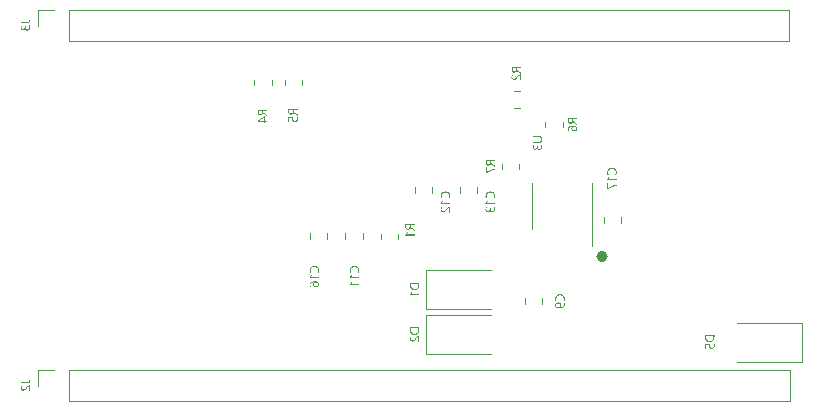
<source format=gbr>
%TF.GenerationSoftware,KiCad,Pcbnew,7.0.9*%
%TF.CreationDate,2024-03-04T14:19:55-03:00*%
%TF.ProjectId,CPU Stm32G431,43505520-5374-46d3-9332-473433312e6b,rev?*%
%TF.SameCoordinates,Original*%
%TF.FileFunction,Legend,Bot*%
%TF.FilePolarity,Positive*%
%FSLAX46Y46*%
G04 Gerber Fmt 4.6, Leading zero omitted, Abs format (unit mm)*
G04 Created by KiCad (PCBNEW 7.0.9) date 2024-03-04 14:19:55*
%MOMM*%
%LPD*%
G01*
G04 APERTURE LIST*
%ADD10C,0.500000*%
%ADD11C,0.150000*%
%ADD12C,0.120000*%
G04 APERTURE END LIST*
D10*
X166003607Y-108720000D02*
G75*
G03*
X166003607Y-108720000I-223607J0D01*
G01*
D11*
G36*
X145176438Y-110109714D02*
G01*
X145182258Y-110098629D01*
X145187703Y-110087207D01*
X145192773Y-110075450D01*
X145197467Y-110063357D01*
X145201786Y-110050928D01*
X145205729Y-110038163D01*
X145209296Y-110025063D01*
X145212488Y-110011626D01*
X145215304Y-109997854D01*
X145217745Y-109983746D01*
X145219811Y-109969302D01*
X145221501Y-109954522D01*
X145222815Y-109939407D01*
X145223754Y-109923955D01*
X145224082Y-109916104D01*
X145224317Y-109908168D01*
X145224458Y-109900149D01*
X145224505Y-109892045D01*
X145224399Y-109881596D01*
X145224083Y-109871278D01*
X145223555Y-109861090D01*
X145222816Y-109851034D01*
X145221867Y-109841108D01*
X145220706Y-109831313D01*
X145219334Y-109821650D01*
X145217751Y-109812117D01*
X145215958Y-109802715D01*
X145213953Y-109793444D01*
X145211737Y-109784303D01*
X145209310Y-109775294D01*
X145206672Y-109766416D01*
X145203823Y-109757668D01*
X145200763Y-109749051D01*
X145197491Y-109740566D01*
X145194009Y-109732211D01*
X145190316Y-109723987D01*
X145186412Y-109715894D01*
X145182297Y-109707932D01*
X145177970Y-109700101D01*
X145173433Y-109692400D01*
X145168684Y-109684831D01*
X145163725Y-109677392D01*
X145158554Y-109670085D01*
X145153173Y-109662908D01*
X145147580Y-109655862D01*
X145141777Y-109648947D01*
X145135762Y-109642163D01*
X145129536Y-109635510D01*
X145123099Y-109628988D01*
X145116452Y-109622596D01*
X145109633Y-109616381D01*
X145102682Y-109610364D01*
X145095599Y-109604543D01*
X145088385Y-109598920D01*
X145081039Y-109593494D01*
X145073562Y-109588266D01*
X145065953Y-109583235D01*
X145058212Y-109578401D01*
X145050340Y-109573764D01*
X145042335Y-109569325D01*
X145034200Y-109565083D01*
X145025932Y-109561038D01*
X145017533Y-109557191D01*
X145009002Y-109553541D01*
X145000340Y-109550088D01*
X144991546Y-109546832D01*
X144982620Y-109543774D01*
X144973563Y-109540913D01*
X144964374Y-109538250D01*
X144955053Y-109535783D01*
X144945601Y-109533514D01*
X144936017Y-109531443D01*
X144926301Y-109529568D01*
X144916453Y-109527891D01*
X144906474Y-109526411D01*
X144896364Y-109525129D01*
X144886121Y-109524044D01*
X144875747Y-109523156D01*
X144865242Y-109522465D01*
X144854604Y-109521972D01*
X144843835Y-109521676D01*
X144832935Y-109521578D01*
X144821208Y-109521689D01*
X144809624Y-109522022D01*
X144798181Y-109522577D01*
X144786880Y-109523354D01*
X144775720Y-109524354D01*
X144764702Y-109525576D01*
X144753825Y-109527019D01*
X144743090Y-109528685D01*
X144732496Y-109530573D01*
X144722045Y-109532683D01*
X144711734Y-109535015D01*
X144701566Y-109537569D01*
X144691538Y-109540346D01*
X144681653Y-109543344D01*
X144671909Y-109546565D01*
X144662307Y-109550007D01*
X144652846Y-109553672D01*
X144643527Y-109557559D01*
X144634349Y-109561668D01*
X144625313Y-109565999D01*
X144616418Y-109570552D01*
X144607666Y-109575328D01*
X144599054Y-109580325D01*
X144590585Y-109585545D01*
X144582257Y-109590986D01*
X144574070Y-109596650D01*
X144566025Y-109602536D01*
X144558122Y-109608644D01*
X144550360Y-109614974D01*
X144542740Y-109621526D01*
X144535261Y-109628301D01*
X144527924Y-109635297D01*
X144520771Y-109642476D01*
X144513846Y-109649774D01*
X144507147Y-109657190D01*
X144500676Y-109664725D01*
X144494431Y-109672379D01*
X144488414Y-109680151D01*
X144482624Y-109688043D01*
X144477061Y-109696052D01*
X144471724Y-109704181D01*
X144466615Y-109712428D01*
X144461733Y-109720794D01*
X144457078Y-109729279D01*
X144452651Y-109737882D01*
X144448450Y-109746604D01*
X144444476Y-109755445D01*
X144440729Y-109764404D01*
X144437210Y-109773482D01*
X144433917Y-109782679D01*
X144430852Y-109791994D01*
X144428014Y-109801428D01*
X144425402Y-109810981D01*
X144423018Y-109820652D01*
X144420861Y-109830442D01*
X144418931Y-109840351D01*
X144417228Y-109850379D01*
X144415752Y-109860525D01*
X144414503Y-109870790D01*
X144413481Y-109881173D01*
X144412686Y-109891676D01*
X144412119Y-109902296D01*
X144411778Y-109913036D01*
X144411665Y-109923894D01*
X144411817Y-109937764D01*
X144412275Y-109951332D01*
X144413038Y-109964600D01*
X144414107Y-109977567D01*
X144415481Y-109990233D01*
X144417160Y-110002599D01*
X144419144Y-110014663D01*
X144421434Y-110026428D01*
X144424029Y-110037891D01*
X144426930Y-110049054D01*
X144430135Y-110059916D01*
X144433646Y-110070477D01*
X144437463Y-110080737D01*
X144441584Y-110090697D01*
X144446011Y-110100356D01*
X144450743Y-110109714D01*
X144549222Y-110109714D01*
X144543165Y-110099070D01*
X144537498Y-110088288D01*
X144532223Y-110077369D01*
X144527338Y-110066312D01*
X144522844Y-110055118D01*
X144518741Y-110043787D01*
X144515028Y-110032318D01*
X144511706Y-110020712D01*
X144508775Y-110008969D01*
X144506235Y-109997088D01*
X144504086Y-109985070D01*
X144502327Y-109972914D01*
X144500960Y-109960621D01*
X144499983Y-109948190D01*
X144499397Y-109935623D01*
X144499201Y-109922917D01*
X144499288Y-109914480D01*
X144499550Y-109906143D01*
X144499986Y-109897907D01*
X144500596Y-109889771D01*
X144501381Y-109881735D01*
X144502340Y-109873799D01*
X144503474Y-109865964D01*
X144504782Y-109858230D01*
X144507921Y-109843061D01*
X144511758Y-109828295D01*
X144516293Y-109813929D01*
X144521525Y-109799966D01*
X144527455Y-109786403D01*
X144534082Y-109773242D01*
X144541407Y-109760483D01*
X144549430Y-109748125D01*
X144558150Y-109736169D01*
X144567568Y-109724614D01*
X144577683Y-109713460D01*
X144588496Y-109702708D01*
X144599893Y-109692487D01*
X144611757Y-109682924D01*
X144624091Y-109674022D01*
X144636893Y-109665779D01*
X144650164Y-109658195D01*
X144663903Y-109651271D01*
X144678111Y-109645006D01*
X144685391Y-109642121D01*
X144692788Y-109639400D01*
X144700302Y-109636845D01*
X144707933Y-109634454D01*
X144715682Y-109632229D01*
X144723547Y-109630168D01*
X144731530Y-109628272D01*
X144739630Y-109626541D01*
X144747847Y-109624975D01*
X144756181Y-109623573D01*
X144764633Y-109622337D01*
X144773201Y-109621265D01*
X144781887Y-109620359D01*
X144790690Y-109619617D01*
X144799610Y-109619040D01*
X144808647Y-109618627D01*
X144817801Y-109618380D01*
X144827073Y-109618298D01*
X144835870Y-109618375D01*
X144844556Y-109618605D01*
X144853129Y-109618990D01*
X144861590Y-109619528D01*
X144869939Y-109620220D01*
X144878176Y-109621066D01*
X144886301Y-109622066D01*
X144894313Y-109623219D01*
X144902213Y-109624527D01*
X144910001Y-109625988D01*
X144917677Y-109627602D01*
X144932691Y-109631294D01*
X144947257Y-109635600D01*
X144961375Y-109640521D01*
X144975043Y-109646058D01*
X144988263Y-109652210D01*
X145001034Y-109658977D01*
X145013356Y-109666359D01*
X145025229Y-109674357D01*
X145036653Y-109682969D01*
X145047629Y-109692197D01*
X145052949Y-109697042D01*
X145063123Y-109707101D01*
X145072641Y-109717546D01*
X145081502Y-109728375D01*
X145089707Y-109739589D01*
X145097256Y-109751187D01*
X145104148Y-109763170D01*
X145110384Y-109775538D01*
X145115963Y-109788291D01*
X145120886Y-109801428D01*
X145125153Y-109814950D01*
X145128763Y-109828856D01*
X145131717Y-109843148D01*
X145134014Y-109857824D01*
X145135655Y-109872884D01*
X145136640Y-109888330D01*
X145136886Y-109896197D01*
X145136968Y-109904160D01*
X145136773Y-109918884D01*
X145136187Y-109933359D01*
X145135210Y-109947583D01*
X145133842Y-109961557D01*
X145132083Y-109975280D01*
X145129934Y-109988753D01*
X145127394Y-110001976D01*
X145124463Y-110014948D01*
X145121141Y-110027670D01*
X145117429Y-110040142D01*
X145113325Y-110052363D01*
X145108831Y-110064334D01*
X145103946Y-110076055D01*
X145098671Y-110087525D01*
X145093004Y-110098745D01*
X145086947Y-110109714D01*
X145176438Y-110109714D01*
G37*
G36*
X145212000Y-110561075D02*
G01*
X145212000Y-110470998D01*
X144530855Y-110470998D01*
X144536314Y-110465210D01*
X144541391Y-110459143D01*
X144546748Y-110452141D01*
X144551564Y-110445396D01*
X144554889Y-110440517D01*
X144559938Y-110432798D01*
X144564134Y-110426103D01*
X144568322Y-110419170D01*
X144572500Y-110411998D01*
X144576668Y-110404588D01*
X144580827Y-110396939D01*
X144581658Y-110395381D01*
X144585710Y-110387498D01*
X144589687Y-110379482D01*
X144593587Y-110371332D01*
X144597411Y-110363049D01*
X144601159Y-110354632D01*
X144604830Y-110346082D01*
X144606277Y-110342624D01*
X144609756Y-110333987D01*
X144612986Y-110325417D01*
X144615969Y-110316913D01*
X144618703Y-110308476D01*
X144621189Y-110300106D01*
X144623428Y-110291803D01*
X144624254Y-110288500D01*
X144533200Y-110288500D01*
X144530619Y-110297867D01*
X144528355Y-110305485D01*
X144525914Y-110313212D01*
X144523296Y-110321049D01*
X144520501Y-110328996D01*
X144517529Y-110337053D01*
X144514380Y-110345220D01*
X144511902Y-110351417D01*
X144508485Y-110359706D01*
X144504978Y-110367965D01*
X144501378Y-110376192D01*
X144497687Y-110384390D01*
X144493904Y-110392557D01*
X144490030Y-110400693D01*
X144486064Y-110408799D01*
X144482006Y-110416874D01*
X144477830Y-110424876D01*
X144473605Y-110432762D01*
X144469330Y-110440532D01*
X144465007Y-110448186D01*
X144460635Y-110455724D01*
X144456214Y-110463146D01*
X144451745Y-110470452D01*
X144447226Y-110477642D01*
X144442696Y-110484655D01*
X144438189Y-110491429D01*
X144433707Y-110497966D01*
X144428139Y-110505802D01*
X144422610Y-110513265D01*
X144417118Y-110520357D01*
X144411665Y-110527077D01*
X144411665Y-110561075D01*
X145212000Y-110561075D01*
G37*
G36*
X145212000Y-111164453D02*
G01*
X145212000Y-111074376D01*
X144530855Y-111074376D01*
X144536314Y-111068587D01*
X144541391Y-111062521D01*
X144546748Y-111055519D01*
X144551564Y-111048773D01*
X144554889Y-111043894D01*
X144559938Y-111036176D01*
X144564134Y-111029481D01*
X144568322Y-111022548D01*
X144572500Y-111015376D01*
X144576668Y-111007966D01*
X144580827Y-111000317D01*
X144581658Y-110998758D01*
X144585710Y-110990876D01*
X144589687Y-110982860D01*
X144593587Y-110974710D01*
X144597411Y-110966427D01*
X144601159Y-110958010D01*
X144604830Y-110949459D01*
X144606277Y-110946002D01*
X144609756Y-110937365D01*
X144612986Y-110928794D01*
X144615969Y-110920291D01*
X144618703Y-110911854D01*
X144621189Y-110903484D01*
X144623428Y-110895180D01*
X144624254Y-110891878D01*
X144533200Y-110891878D01*
X144530619Y-110901245D01*
X144528355Y-110908862D01*
X144525914Y-110916589D01*
X144523296Y-110924426D01*
X144520501Y-110932374D01*
X144517529Y-110940430D01*
X144514380Y-110948597D01*
X144511902Y-110954795D01*
X144508485Y-110963084D01*
X144504978Y-110971342D01*
X144501378Y-110979570D01*
X144497687Y-110987767D01*
X144493904Y-110995934D01*
X144490030Y-111004071D01*
X144486064Y-111012176D01*
X144482006Y-111020252D01*
X144477830Y-111028254D01*
X144473605Y-111036140D01*
X144469330Y-111043910D01*
X144465007Y-111051564D01*
X144460635Y-111059102D01*
X144456214Y-111066524D01*
X144451745Y-111073829D01*
X144447226Y-111081019D01*
X144442696Y-111088032D01*
X144438189Y-111094807D01*
X144433707Y-111101343D01*
X144428139Y-111109179D01*
X144422610Y-111116643D01*
X144417118Y-111123735D01*
X144411665Y-111130454D01*
X144411665Y-111164453D01*
X145212000Y-111164453D01*
G37*
G36*
X150312000Y-111138200D02*
G01*
X150311891Y-111150238D01*
X150311567Y-111162123D01*
X150311027Y-111173856D01*
X150310271Y-111185436D01*
X150309299Y-111196864D01*
X150308111Y-111208138D01*
X150306707Y-111219261D01*
X150305087Y-111230230D01*
X150303251Y-111241047D01*
X150301199Y-111251711D01*
X150298931Y-111262223D01*
X150296447Y-111272582D01*
X150293747Y-111282788D01*
X150290831Y-111292842D01*
X150287699Y-111302743D01*
X150284351Y-111312491D01*
X150280787Y-111322087D01*
X150277007Y-111331530D01*
X150273011Y-111340820D01*
X150268799Y-111349958D01*
X150264371Y-111358943D01*
X150259727Y-111367776D01*
X150254867Y-111376455D01*
X150249791Y-111384983D01*
X150244499Y-111393357D01*
X150238991Y-111401579D01*
X150233267Y-111409648D01*
X150227327Y-111417565D01*
X150221171Y-111425328D01*
X150214798Y-111432940D01*
X150208210Y-111440398D01*
X150201406Y-111447704D01*
X150194412Y-111454821D01*
X150187278Y-111461711D01*
X150180003Y-111468376D01*
X150172589Y-111474815D01*
X150165034Y-111481028D01*
X150157340Y-111487015D01*
X150149505Y-111492776D01*
X150141530Y-111498311D01*
X150133415Y-111503620D01*
X150125161Y-111508704D01*
X150116766Y-111513561D01*
X150108231Y-111518193D01*
X150099556Y-111522598D01*
X150090741Y-111526778D01*
X150081786Y-111530731D01*
X150072690Y-111534459D01*
X150063455Y-111537961D01*
X150054080Y-111541237D01*
X150044564Y-111544287D01*
X150034909Y-111547111D01*
X150025114Y-111549709D01*
X150015178Y-111552081D01*
X150005102Y-111554228D01*
X149994887Y-111556148D01*
X149984531Y-111557842D01*
X149974035Y-111559311D01*
X149963400Y-111560553D01*
X149952624Y-111561570D01*
X149941708Y-111562361D01*
X149930652Y-111562926D01*
X149919456Y-111563265D01*
X149908120Y-111563378D01*
X149884498Y-111562971D01*
X149861626Y-111561751D01*
X149839504Y-111559718D01*
X149818131Y-111556871D01*
X149797509Y-111553212D01*
X149777637Y-111548739D01*
X149758514Y-111543453D01*
X149740142Y-111537353D01*
X149722519Y-111530441D01*
X149705646Y-111522715D01*
X149689523Y-111514176D01*
X149674150Y-111504823D01*
X149659527Y-111494658D01*
X149645654Y-111483679D01*
X149632531Y-111471887D01*
X149620157Y-111459281D01*
X149608534Y-111445863D01*
X149597660Y-111431631D01*
X149587536Y-111416585D01*
X149578163Y-111400727D01*
X149569539Y-111384055D01*
X149561665Y-111366570D01*
X149554541Y-111348272D01*
X149548167Y-111329161D01*
X149542542Y-111309236D01*
X149537668Y-111288498D01*
X149533544Y-111266947D01*
X149530169Y-111244583D01*
X149527544Y-111221405D01*
X149525670Y-111197414D01*
X149524545Y-111172610D01*
X149524170Y-111146992D01*
X149524170Y-111021549D01*
X149611706Y-111021549D01*
X149611706Y-111144648D01*
X149611998Y-111164459D01*
X149612873Y-111183641D01*
X149614332Y-111202194D01*
X149616375Y-111220119D01*
X149619000Y-111237414D01*
X149622210Y-111254081D01*
X149626002Y-111270118D01*
X149630379Y-111285527D01*
X149635339Y-111300307D01*
X149640882Y-111314457D01*
X149647009Y-111327979D01*
X149653719Y-111340872D01*
X149661013Y-111353136D01*
X149668891Y-111364771D01*
X149677351Y-111375778D01*
X149686396Y-111386155D01*
X149696024Y-111395903D01*
X149706235Y-111405023D01*
X149717030Y-111413513D01*
X149728409Y-111421375D01*
X149740371Y-111428607D01*
X149752916Y-111435211D01*
X149766045Y-111441186D01*
X149779758Y-111446532D01*
X149794054Y-111451249D01*
X149808933Y-111455337D01*
X149824396Y-111458796D01*
X149840443Y-111461626D01*
X149857073Y-111463827D01*
X149874287Y-111465399D01*
X149892084Y-111466343D01*
X149910464Y-111466657D01*
X149919789Y-111466573D01*
X149928979Y-111466320D01*
X149938037Y-111465898D01*
X149946960Y-111465308D01*
X149955750Y-111464549D01*
X149964407Y-111463621D01*
X149972930Y-111462525D01*
X149981319Y-111461260D01*
X149989575Y-111459826D01*
X149997697Y-111458223D01*
X150005686Y-111456452D01*
X150013541Y-111454512D01*
X150021262Y-111452404D01*
X150028850Y-111450127D01*
X150043625Y-111445066D01*
X150057866Y-111439331D01*
X150071573Y-111432921D01*
X150084745Y-111425837D01*
X150097383Y-111418077D01*
X150109487Y-111409643D01*
X150121057Y-111400535D01*
X150132092Y-111390751D01*
X150142593Y-111380293D01*
X150152507Y-111369253D01*
X150161781Y-111357676D01*
X150170416Y-111345562D01*
X150178411Y-111332910D01*
X150185766Y-111319721D01*
X150192482Y-111305994D01*
X150198559Y-111291731D01*
X150201357Y-111284397D01*
X150203995Y-111276929D01*
X150206474Y-111269327D01*
X150208792Y-111261591D01*
X150210951Y-111253720D01*
X150212950Y-111245715D01*
X150214789Y-111237576D01*
X150216468Y-111229302D01*
X150217987Y-111220894D01*
X150219346Y-111212352D01*
X150220545Y-111203675D01*
X150221585Y-111194864D01*
X150222464Y-111185919D01*
X150223184Y-111176839D01*
X150223743Y-111167625D01*
X150224143Y-111158276D01*
X150224383Y-111148794D01*
X150224463Y-111139177D01*
X150224463Y-111021549D01*
X149611706Y-111021549D01*
X149524170Y-111021549D01*
X149524170Y-110929323D01*
X150312000Y-110929323D01*
X150312000Y-111138200D01*
G37*
G36*
X150312000Y-112008486D02*
G01*
X150312000Y-111918409D01*
X149630855Y-111918409D01*
X149636314Y-111912620D01*
X149641391Y-111906554D01*
X149646748Y-111899552D01*
X149651564Y-111892806D01*
X149654889Y-111887927D01*
X149659938Y-111880209D01*
X149664134Y-111873514D01*
X149668322Y-111866581D01*
X149672500Y-111859409D01*
X149676668Y-111851999D01*
X149680827Y-111844350D01*
X149681658Y-111842791D01*
X149685710Y-111834909D01*
X149689687Y-111826893D01*
X149693587Y-111818743D01*
X149697411Y-111810460D01*
X149701159Y-111802043D01*
X149704830Y-111793492D01*
X149706277Y-111790035D01*
X149709756Y-111781398D01*
X149712986Y-111772827D01*
X149715969Y-111764324D01*
X149718703Y-111755887D01*
X149721189Y-111747517D01*
X149723428Y-111739213D01*
X149724254Y-111735911D01*
X149633200Y-111735911D01*
X149630619Y-111745278D01*
X149628355Y-111752895D01*
X149625914Y-111760622D01*
X149623296Y-111768459D01*
X149620501Y-111776406D01*
X149617529Y-111784463D01*
X149614380Y-111792630D01*
X149611902Y-111798828D01*
X149608485Y-111807117D01*
X149604978Y-111815375D01*
X149601378Y-111823603D01*
X149597687Y-111831800D01*
X149593904Y-111839967D01*
X149590030Y-111848104D01*
X149586064Y-111856209D01*
X149582006Y-111864285D01*
X149577830Y-111872287D01*
X149573605Y-111880173D01*
X149569330Y-111887943D01*
X149565007Y-111895597D01*
X149560635Y-111903135D01*
X149556214Y-111910556D01*
X149551745Y-111917862D01*
X149547226Y-111925052D01*
X149542696Y-111932065D01*
X149538189Y-111938840D01*
X149533707Y-111945376D01*
X149528139Y-111953212D01*
X149522610Y-111960676D01*
X149517118Y-111967768D01*
X149511665Y-111974487D01*
X149511665Y-112008486D01*
X150312000Y-112008486D01*
G37*
G36*
X160392921Y-99113552D02*
G01*
X160413321Y-99113260D01*
X160433073Y-99112382D01*
X160452178Y-99110920D01*
X160470636Y-99108872D01*
X160488445Y-99106239D01*
X160505607Y-99103022D01*
X160522122Y-99099219D01*
X160537989Y-99094831D01*
X160553208Y-99089858D01*
X160567779Y-99084300D01*
X160581703Y-99078157D01*
X160594980Y-99071429D01*
X160607608Y-99064116D01*
X160619589Y-99056218D01*
X160630923Y-99047735D01*
X160641609Y-99038667D01*
X160651647Y-99029014D01*
X160661037Y-99018776D01*
X160669780Y-99007953D01*
X160677876Y-98996545D01*
X160685323Y-98984551D01*
X160692123Y-98971973D01*
X160698276Y-98958810D01*
X160703781Y-98945061D01*
X160708638Y-98930728D01*
X160712847Y-98915809D01*
X160716409Y-98900306D01*
X160719324Y-98884217D01*
X160721590Y-98867544D01*
X160723209Y-98850285D01*
X160724181Y-98832441D01*
X160724505Y-98814013D01*
X160724193Y-98796365D01*
X160723259Y-98779278D01*
X160721702Y-98762752D01*
X160719522Y-98746785D01*
X160716719Y-98731379D01*
X160713294Y-98716532D01*
X160709246Y-98702246D01*
X160704575Y-98688521D01*
X160699281Y-98675355D01*
X160693364Y-98662750D01*
X160686824Y-98650705D01*
X160679662Y-98639220D01*
X160671877Y-98628296D01*
X160663468Y-98617932D01*
X160654438Y-98608127D01*
X160644784Y-98598884D01*
X160634507Y-98590200D01*
X160623608Y-98582077D01*
X160612086Y-98574514D01*
X160599941Y-98567511D01*
X160587173Y-98561068D01*
X160573782Y-98555186D01*
X160559769Y-98549863D01*
X160545133Y-98545101D01*
X160529874Y-98540900D01*
X160513992Y-98537258D01*
X160497487Y-98534177D01*
X160480360Y-98531656D01*
X160462609Y-98529695D01*
X160444236Y-98528294D01*
X160425240Y-98527454D01*
X160405621Y-98527174D01*
X159924170Y-98527174D01*
X159924170Y-98619595D01*
X160396438Y-98619595D01*
X160411236Y-98619795D01*
X160425564Y-98620394D01*
X160439423Y-98621392D01*
X160452812Y-98622789D01*
X160465731Y-98624585D01*
X160478180Y-98626781D01*
X160490160Y-98629375D01*
X160501670Y-98632369D01*
X160512710Y-98635762D01*
X160523280Y-98639555D01*
X160533380Y-98643746D01*
X160543011Y-98648337D01*
X160552172Y-98653327D01*
X160560863Y-98658716D01*
X160569084Y-98664504D01*
X160576836Y-98670691D01*
X160584117Y-98677278D01*
X160590929Y-98684263D01*
X160597271Y-98691648D01*
X160603144Y-98699432D01*
X160608546Y-98707616D01*
X160613479Y-98716198D01*
X160617942Y-98725180D01*
X160621935Y-98734561D01*
X160625458Y-98744341D01*
X160628512Y-98754520D01*
X160631096Y-98765098D01*
X160633210Y-98776076D01*
X160634854Y-98787452D01*
X160636029Y-98799228D01*
X160636733Y-98811404D01*
X160636968Y-98823978D01*
X160636741Y-98836119D01*
X160636061Y-98847876D01*
X160634926Y-98859246D01*
X160633338Y-98870231D01*
X160631296Y-98880831D01*
X160628800Y-98891045D01*
X160625851Y-98900874D01*
X160622448Y-98910318D01*
X160618591Y-98919376D01*
X160614280Y-98928048D01*
X160609516Y-98936335D01*
X160604298Y-98944237D01*
X160598626Y-98951753D01*
X160592500Y-98958884D01*
X160585920Y-98965629D01*
X160578887Y-98971989D01*
X160571400Y-98977963D01*
X160563459Y-98983552D01*
X160555065Y-98988756D01*
X160546217Y-98993574D01*
X160536915Y-98998007D01*
X160527159Y-99002054D01*
X160516949Y-99005716D01*
X160506286Y-99008992D01*
X160495169Y-99011883D01*
X160483598Y-99014388D01*
X160471574Y-99016508D01*
X160459095Y-99018243D01*
X160446163Y-99019592D01*
X160432777Y-99020555D01*
X160418938Y-99021133D01*
X160404644Y-99021326D01*
X159924170Y-99021326D01*
X159924170Y-99113552D01*
X160392921Y-99113552D01*
G37*
G36*
X160485538Y-99726504D02*
G01*
X160495528Y-99726327D01*
X160505351Y-99725797D01*
X160515005Y-99724912D01*
X160524491Y-99723674D01*
X160533809Y-99722082D01*
X160542958Y-99720136D01*
X160551939Y-99717837D01*
X160560752Y-99715183D01*
X160569397Y-99712176D01*
X160577873Y-99708816D01*
X160583430Y-99706378D01*
X160591563Y-99702496D01*
X160599477Y-99698321D01*
X160607170Y-99693854D01*
X160614644Y-99689095D01*
X160621898Y-99684045D01*
X160628933Y-99678702D01*
X160635747Y-99673067D01*
X160642341Y-99667141D01*
X160648716Y-99660922D01*
X160654871Y-99654412D01*
X160658852Y-99649909D01*
X160664590Y-99642930D01*
X160670081Y-99635692D01*
X160675325Y-99628197D01*
X160680321Y-99620445D01*
X160685070Y-99612434D01*
X160689572Y-99604167D01*
X160693826Y-99595641D01*
X160697833Y-99586858D01*
X160701593Y-99577818D01*
X160705106Y-99568519D01*
X160707310Y-99562177D01*
X160710383Y-99552523D01*
X160713154Y-99542682D01*
X160715622Y-99532657D01*
X160717788Y-99522445D01*
X160719652Y-99512049D01*
X160721214Y-99501466D01*
X160722473Y-99490699D01*
X160723430Y-99479745D01*
X160724085Y-99468607D01*
X160724438Y-99457283D01*
X160724505Y-99449630D01*
X160724340Y-99435718D01*
X160723845Y-99422168D01*
X160723021Y-99408980D01*
X160721867Y-99396153D01*
X160720383Y-99383689D01*
X160718570Y-99371586D01*
X160716426Y-99359844D01*
X160713953Y-99348465D01*
X160711151Y-99337447D01*
X160708018Y-99326791D01*
X160704556Y-99316497D01*
X160700764Y-99306565D01*
X160696643Y-99296995D01*
X160692191Y-99287786D01*
X160687410Y-99278939D01*
X160682300Y-99270454D01*
X160586947Y-99270454D01*
X160594519Y-99280509D01*
X160601602Y-99290744D01*
X160608196Y-99301160D01*
X160614302Y-99311755D01*
X160619920Y-99322531D01*
X160625049Y-99333487D01*
X160629690Y-99344623D01*
X160633842Y-99355939D01*
X160637505Y-99367435D01*
X160640681Y-99379111D01*
X160643367Y-99390968D01*
X160645565Y-99403004D01*
X160647275Y-99415221D01*
X160648496Y-99427618D01*
X160649229Y-99440195D01*
X160649473Y-99452952D01*
X160649308Y-99463134D01*
X160648814Y-99473065D01*
X160647990Y-99482747D01*
X160646836Y-99492177D01*
X160645352Y-99501358D01*
X160643538Y-99510288D01*
X160641395Y-99518968D01*
X160638922Y-99527397D01*
X160636089Y-99535555D01*
X160632963Y-99543420D01*
X160629543Y-99550991D01*
X160625831Y-99558270D01*
X160621825Y-99565255D01*
X160617526Y-99571947D01*
X160612935Y-99578346D01*
X160608050Y-99584452D01*
X160602841Y-99590287D01*
X160595970Y-99597090D01*
X160588698Y-99603350D01*
X160581025Y-99609066D01*
X160572952Y-99614238D01*
X160564478Y-99618866D01*
X160559201Y-99621382D01*
X160551907Y-99624404D01*
X160544388Y-99627024D01*
X160536642Y-99629240D01*
X160528671Y-99631054D01*
X160520473Y-99632464D01*
X160512050Y-99633472D01*
X160503401Y-99634076D01*
X160494526Y-99634278D01*
X160484824Y-99634063D01*
X160475431Y-99633419D01*
X160466346Y-99632346D01*
X160457569Y-99630843D01*
X160449099Y-99628911D01*
X160440938Y-99626550D01*
X160433085Y-99623759D01*
X160425539Y-99620539D01*
X160418302Y-99616890D01*
X160411372Y-99612811D01*
X160404751Y-99608303D01*
X160398437Y-99603366D01*
X160392432Y-99597999D01*
X160386734Y-99592203D01*
X160381345Y-99585978D01*
X160376263Y-99579323D01*
X160371490Y-99572239D01*
X160367024Y-99564726D01*
X160362866Y-99556783D01*
X160359017Y-99548411D01*
X160355475Y-99539610D01*
X160352241Y-99530379D01*
X160349315Y-99520719D01*
X160346698Y-99510630D01*
X160344388Y-99500111D01*
X160342386Y-99489163D01*
X160340692Y-99477786D01*
X160339306Y-99465979D01*
X160338228Y-99453743D01*
X160337458Y-99441078D01*
X160336996Y-99427983D01*
X160336842Y-99414459D01*
X160336842Y-99349002D01*
X160261811Y-99349002D01*
X160261811Y-99411138D01*
X160261671Y-99423111D01*
X160261252Y-99434704D01*
X160260554Y-99445917D01*
X160259576Y-99456750D01*
X160258319Y-99467203D01*
X160256783Y-99477276D01*
X160254967Y-99486968D01*
X160252872Y-99496281D01*
X160250497Y-99505213D01*
X160247843Y-99513765D01*
X160244910Y-99521938D01*
X160241698Y-99529730D01*
X160238206Y-99537142D01*
X160234435Y-99544174D01*
X160226054Y-99557097D01*
X160216556Y-99568500D01*
X160205941Y-99578383D01*
X160194208Y-99586745D01*
X160181357Y-99593587D01*
X160167390Y-99598909D01*
X160152305Y-99602710D01*
X160144343Y-99604040D01*
X160136102Y-99604990D01*
X160127582Y-99605560D01*
X160118782Y-99605750D01*
X160110656Y-99605606D01*
X160102788Y-99605171D01*
X160087825Y-99603433D01*
X160073894Y-99600537D01*
X160060995Y-99596481D01*
X160049127Y-99591268D01*
X160038292Y-99584895D01*
X160028489Y-99577364D01*
X160019718Y-99568674D01*
X160011978Y-99558826D01*
X160005271Y-99547819D01*
X159999595Y-99535653D01*
X159994951Y-99522329D01*
X159991340Y-99507846D01*
X159988760Y-99492205D01*
X159987857Y-99483950D01*
X159987212Y-99475405D01*
X159986825Y-99466570D01*
X159986696Y-99457446D01*
X159986891Y-99447034D01*
X159987478Y-99436704D01*
X159988454Y-99426456D01*
X159989822Y-99416291D01*
X159991581Y-99406209D01*
X159993730Y-99396208D01*
X159996270Y-99386291D01*
X159999201Y-99376455D01*
X160002523Y-99366702D01*
X160006235Y-99357032D01*
X160010339Y-99347444D01*
X160014833Y-99337938D01*
X160019718Y-99328515D01*
X160024993Y-99319174D01*
X160030660Y-99309916D01*
X160036717Y-99300740D01*
X159954260Y-99300740D01*
X159949102Y-99310255D01*
X159944277Y-99319995D01*
X159939785Y-99329960D01*
X159935625Y-99340148D01*
X159931798Y-99350562D01*
X159928304Y-99361199D01*
X159925142Y-99372061D01*
X159922314Y-99383147D01*
X159919818Y-99394458D01*
X159917655Y-99405993D01*
X159915824Y-99417753D01*
X159914327Y-99429737D01*
X159913162Y-99441945D01*
X159912330Y-99454378D01*
X159911831Y-99467035D01*
X159911665Y-99479916D01*
X159911783Y-99489103D01*
X159912139Y-99498125D01*
X159912731Y-99506982D01*
X159913560Y-99515674D01*
X159914627Y-99524201D01*
X159915930Y-99532563D01*
X159917471Y-99540760D01*
X159919248Y-99548793D01*
X159921263Y-99556661D01*
X159923514Y-99564363D01*
X159925147Y-99569407D01*
X159927771Y-99576816D01*
X159931569Y-99586380D01*
X159935709Y-99595583D01*
X159940191Y-99604426D01*
X159945014Y-99612909D01*
X159950180Y-99621032D01*
X159955688Y-99628794D01*
X159961537Y-99636196D01*
X159963053Y-99637990D01*
X159969312Y-99644967D01*
X159975876Y-99651534D01*
X159982745Y-99657692D01*
X159989920Y-99663441D01*
X159997400Y-99668780D01*
X160005185Y-99673711D01*
X160013276Y-99678232D01*
X160021672Y-99682345D01*
X160030281Y-99686009D01*
X160039110Y-99689184D01*
X160048160Y-99691870D01*
X160057429Y-99694069D01*
X160066918Y-99695778D01*
X160076626Y-99697000D01*
X160086555Y-99697732D01*
X160096703Y-99697976D01*
X160106170Y-99697823D01*
X160115424Y-99697363D01*
X160124464Y-99696596D01*
X160133290Y-99695522D01*
X160141903Y-99694141D01*
X160150302Y-99692454D01*
X160158487Y-99690459D01*
X160166459Y-99688158D01*
X160174216Y-99685550D01*
X160181760Y-99682635D01*
X160189091Y-99679413D01*
X160196207Y-99675885D01*
X160203110Y-99672049D01*
X160209800Y-99667907D01*
X160216275Y-99663458D01*
X160222537Y-99658702D01*
X160228585Y-99653640D01*
X160234419Y-99648270D01*
X160240040Y-99642594D01*
X160245447Y-99636610D01*
X160250640Y-99630320D01*
X160255620Y-99623724D01*
X160260385Y-99616820D01*
X160264937Y-99609609D01*
X160269276Y-99602092D01*
X160273400Y-99594268D01*
X160277311Y-99586137D01*
X160281009Y-99577699D01*
X160284492Y-99568954D01*
X160287762Y-99559903D01*
X160290818Y-99550545D01*
X160293660Y-99540879D01*
X160295810Y-99540879D01*
X160297101Y-99550799D01*
X160298728Y-99560529D01*
X160300691Y-99570070D01*
X160302990Y-99579421D01*
X160305625Y-99588583D01*
X160308596Y-99597556D01*
X160311902Y-99606340D01*
X160315545Y-99614934D01*
X160319498Y-99623333D01*
X160323739Y-99631433D01*
X160328267Y-99639233D01*
X160333081Y-99646734D01*
X160338183Y-99653936D01*
X160343571Y-99660839D01*
X160349247Y-99667443D01*
X160355210Y-99673748D01*
X160361450Y-99679780D01*
X160367959Y-99685471D01*
X160374737Y-99690820D01*
X160381783Y-99695827D01*
X160389098Y-99700492D01*
X160396682Y-99704815D01*
X160404534Y-99708796D01*
X160412655Y-99712436D01*
X160421018Y-99715733D01*
X160429594Y-99718591D01*
X160438383Y-99721009D01*
X160447387Y-99722987D01*
X160456604Y-99724526D01*
X160466035Y-99725625D01*
X160475679Y-99726284D01*
X160485538Y-99726504D01*
G37*
G36*
X137412000Y-96378995D02*
G01*
X137074358Y-96378995D01*
X137074358Y-96454808D01*
X137074415Y-96459633D01*
X137074761Y-96467460D01*
X137075592Y-96476500D01*
X137076877Y-96485155D01*
X137078615Y-96493426D01*
X137080806Y-96501312D01*
X137081618Y-96503890D01*
X137084409Y-96511485D01*
X137087736Y-96518874D01*
X137091599Y-96526057D01*
X137095997Y-96533034D01*
X137100932Y-96539805D01*
X137105463Y-96545398D01*
X137111416Y-96552048D01*
X137117933Y-96558629D01*
X137123794Y-96564060D01*
X137130046Y-96569444D01*
X137136689Y-96574780D01*
X137138066Y-96575844D01*
X137145212Y-96581196D01*
X137152796Y-96586606D01*
X137160820Y-96592073D01*
X137167555Y-96596487D01*
X137174571Y-96600939D01*
X137181868Y-96605427D01*
X137189445Y-96609951D01*
X137412000Y-96741842D01*
X137412000Y-96851654D01*
X137172642Y-96703740D01*
X137171023Y-96702742D01*
X137163116Y-96697842D01*
X137155514Y-96693095D01*
X137148217Y-96688500D01*
X137141226Y-96684058D01*
X137134540Y-96679768D01*
X137126919Y-96674822D01*
X137125690Y-96674016D01*
X137118491Y-96669161D01*
X137111594Y-96664280D01*
X137105000Y-96659370D01*
X137098707Y-96654434D01*
X137091748Y-96648639D01*
X137087908Y-96645342D01*
X137081510Y-96639454D01*
X137075523Y-96633417D01*
X137069948Y-96627230D01*
X137064784Y-96620893D01*
X137061248Y-96616246D01*
X137056522Y-96609307D01*
X137052058Y-96601863D01*
X137047856Y-96593914D01*
X137044463Y-96586699D01*
X137042314Y-96586699D01*
X137039593Y-96596591D01*
X137036610Y-96606239D01*
X137033365Y-96615642D01*
X137029857Y-96624801D01*
X137026087Y-96633716D01*
X137022054Y-96642387D01*
X137017758Y-96650813D01*
X137013200Y-96658995D01*
X137008388Y-96666906D01*
X137003332Y-96674517D01*
X136998032Y-96681829D01*
X136992488Y-96688842D01*
X136986699Y-96695555D01*
X136980667Y-96701970D01*
X136974390Y-96708085D01*
X136967868Y-96713901D01*
X136961063Y-96719451D01*
X136954032Y-96724672D01*
X136946775Y-96729563D01*
X136939292Y-96734124D01*
X136931583Y-96738356D01*
X136923648Y-96742258D01*
X136915487Y-96745830D01*
X136907101Y-96749072D01*
X136898448Y-96752003D01*
X136889588Y-96754543D01*
X136880521Y-96756692D01*
X136871246Y-96758451D01*
X136861763Y-96759819D01*
X136852073Y-96760796D01*
X136842175Y-96761382D01*
X136832069Y-96761577D01*
X136825600Y-96761506D01*
X136816090Y-96761134D01*
X136806815Y-96760441D01*
X136797772Y-96759430D01*
X136788963Y-96758099D01*
X136780388Y-96756449D01*
X136772047Y-96754479D01*
X136763939Y-96752190D01*
X136756064Y-96749581D01*
X136748423Y-96746653D01*
X136741016Y-96743406D01*
X136736182Y-96741079D01*
X136729123Y-96737383D01*
X136722294Y-96733440D01*
X136713547Y-96727798D01*
X136705210Y-96721717D01*
X136697281Y-96715195D01*
X136689761Y-96708235D01*
X136682651Y-96700834D01*
X136675949Y-96692994D01*
X136669614Y-96684799D01*
X136663700Y-96676239D01*
X136659542Y-96669578D01*
X136655620Y-96662711D01*
X136651935Y-96655638D01*
X136648487Y-96648358D01*
X136645276Y-96640873D01*
X136642303Y-96633182D01*
X136639566Y-96625284D01*
X136637066Y-96617181D01*
X136635504Y-96611703D01*
X136633351Y-96603369D01*
X136631424Y-96594894D01*
X136629724Y-96586278D01*
X136628250Y-96577521D01*
X136627003Y-96568624D01*
X136625983Y-96559585D01*
X136625190Y-96550406D01*
X136624623Y-96541086D01*
X136624283Y-96531625D01*
X136624170Y-96522024D01*
X136624170Y-96378995D01*
X136711706Y-96378995D01*
X136711706Y-96505415D01*
X136711840Y-96514968D01*
X136712241Y-96524234D01*
X136712909Y-96533213D01*
X136713844Y-96541905D01*
X136715046Y-96550310D01*
X136716515Y-96558428D01*
X136718251Y-96566259D01*
X136721357Y-96577468D01*
X136725063Y-96588030D01*
X136729371Y-96597947D01*
X136734280Y-96607219D01*
X136739790Y-96615844D01*
X136745900Y-96623824D01*
X136750256Y-96628793D01*
X136757183Y-96635645D01*
X136764585Y-96641776D01*
X136772461Y-96647186D01*
X136780810Y-96651874D01*
X136789634Y-96655841D01*
X136798932Y-96659087D01*
X136808703Y-96661611D01*
X136818949Y-96663414D01*
X136829668Y-96664496D01*
X136840862Y-96664857D01*
X136842968Y-96664845D01*
X136851268Y-96664561D01*
X136859366Y-96663899D01*
X136867263Y-96662858D01*
X136874958Y-96661438D01*
X136884294Y-96659131D01*
X136893315Y-96656233D01*
X136902020Y-96652743D01*
X136905383Y-96651192D01*
X136913501Y-96646994D01*
X136921209Y-96642338D01*
X136928506Y-96637224D01*
X136935394Y-96631652D01*
X136941871Y-96625622D01*
X136947938Y-96619135D01*
X136950249Y-96616440D01*
X136955733Y-96609424D01*
X136960797Y-96602007D01*
X136965442Y-96594190D01*
X136969667Y-96585971D01*
X136973471Y-96577352D01*
X136976856Y-96568332D01*
X136979192Y-96560919D01*
X136981216Y-96553336D01*
X136982929Y-96545581D01*
X136984330Y-96537655D01*
X136985420Y-96529559D01*
X136986199Y-96521291D01*
X136986666Y-96512852D01*
X136986822Y-96504243D01*
X136986822Y-96378995D01*
X136711706Y-96378995D01*
X136624170Y-96378995D01*
X136624170Y-96286769D01*
X137412000Y-96286769D01*
X137412000Y-96378995D01*
G37*
G36*
X137224421Y-97231305D02*
G01*
X137412000Y-97231305D01*
X137412000Y-97320405D01*
X137224421Y-97320405D01*
X137224421Y-97421424D01*
X137149390Y-97421424D01*
X137149390Y-97320405D01*
X136624170Y-97320405D01*
X136624170Y-97231305D01*
X136759969Y-97231305D01*
X137149390Y-97231305D01*
X137149390Y-96962638D01*
X137145149Y-96966021D01*
X137138731Y-96971141D01*
X137132244Y-96976315D01*
X137125688Y-96981545D01*
X137119064Y-96986830D01*
X137112371Y-96992170D01*
X137105609Y-96997565D01*
X137098779Y-97003014D01*
X137091880Y-97008519D01*
X137084912Y-97014078D01*
X137077875Y-97019693D01*
X137073127Y-97023490D01*
X137065876Y-97029229D01*
X137058470Y-97035019D01*
X137050910Y-97040861D01*
X137043195Y-97046754D01*
X137035326Y-97052699D01*
X137027302Y-97058696D01*
X137019123Y-97064743D01*
X137010790Y-97070843D01*
X137002303Y-97076994D01*
X136993660Y-97083196D01*
X136990732Y-97085276D01*
X136981824Y-97091555D01*
X136972734Y-97097897D01*
X136963462Y-97104300D01*
X136954008Y-97110765D01*
X136944372Y-97117292D01*
X136937847Y-97121678D01*
X136931241Y-97126091D01*
X136924554Y-97130532D01*
X136917786Y-97135000D01*
X136910938Y-97139496D01*
X136904008Y-97144019D01*
X136896997Y-97148569D01*
X136889906Y-97153147D01*
X136882689Y-97157780D01*
X136875352Y-97162447D01*
X136867894Y-97167147D01*
X136860316Y-97171881D01*
X136852617Y-97176648D01*
X136844797Y-97181449D01*
X136836857Y-97186283D01*
X136828796Y-97191151D01*
X136820615Y-97196053D01*
X136812313Y-97200988D01*
X136803891Y-97205957D01*
X136795347Y-97210960D01*
X136786684Y-97215996D01*
X136777899Y-97221065D01*
X136768994Y-97226168D01*
X136759969Y-97231305D01*
X136624170Y-97231305D01*
X136624170Y-97224075D01*
X136632033Y-97220532D01*
X136639942Y-97216886D01*
X136647896Y-97213137D01*
X136655897Y-97209287D01*
X136663943Y-97205334D01*
X136672035Y-97201278D01*
X136680173Y-97197121D01*
X136688357Y-97192861D01*
X136696586Y-97188499D01*
X136704862Y-97184035D01*
X136713183Y-97179468D01*
X136721549Y-97174799D01*
X136729962Y-97170028D01*
X136738420Y-97165155D01*
X136746925Y-97160179D01*
X136755475Y-97155101D01*
X136764025Y-97149968D01*
X136772578Y-97144776D01*
X136781134Y-97139526D01*
X136789693Y-97134218D01*
X136798255Y-97128853D01*
X136806821Y-97123429D01*
X136815389Y-97117947D01*
X136823960Y-97112408D01*
X136832535Y-97106810D01*
X136841112Y-97101154D01*
X136849693Y-97095440D01*
X136858277Y-97089669D01*
X136866863Y-97083839D01*
X136875453Y-97077951D01*
X136884046Y-97072005D01*
X136892642Y-97066001D01*
X136901231Y-97059975D01*
X136909806Y-97053911D01*
X136918365Y-97047811D01*
X136926909Y-97041675D01*
X136935437Y-97035502D01*
X136943951Y-97029292D01*
X136952449Y-97023045D01*
X136960932Y-97016762D01*
X136969399Y-97010442D01*
X136977852Y-97004086D01*
X136986289Y-96997693D01*
X136994711Y-96991263D01*
X137003117Y-96984797D01*
X137011508Y-96978294D01*
X137019884Y-96971754D01*
X137028245Y-96965178D01*
X137036567Y-96958588D01*
X137044826Y-96952007D01*
X137053023Y-96945436D01*
X137061157Y-96938873D01*
X137069228Y-96932320D01*
X137077237Y-96925776D01*
X137085183Y-96919241D01*
X137093067Y-96912715D01*
X137100888Y-96906198D01*
X137108647Y-96899690D01*
X137116343Y-96893192D01*
X137123976Y-96886703D01*
X137131547Y-96880223D01*
X137139055Y-96873752D01*
X137146501Y-96867290D01*
X137153884Y-96860837D01*
X137224421Y-96860837D01*
X137224421Y-97231305D01*
G37*
G36*
X152876438Y-103809714D02*
G01*
X152882258Y-103798629D01*
X152887703Y-103787207D01*
X152892773Y-103775450D01*
X152897467Y-103763357D01*
X152901786Y-103750928D01*
X152905729Y-103738163D01*
X152909296Y-103725063D01*
X152912488Y-103711626D01*
X152915304Y-103697854D01*
X152917745Y-103683746D01*
X152919811Y-103669302D01*
X152921501Y-103654522D01*
X152922815Y-103639407D01*
X152923754Y-103623955D01*
X152924082Y-103616104D01*
X152924317Y-103608168D01*
X152924458Y-103600149D01*
X152924505Y-103592045D01*
X152924399Y-103581596D01*
X152924083Y-103571278D01*
X152923555Y-103561090D01*
X152922816Y-103551034D01*
X152921867Y-103541108D01*
X152920706Y-103531313D01*
X152919334Y-103521650D01*
X152917751Y-103512117D01*
X152915958Y-103502715D01*
X152913953Y-103493444D01*
X152911737Y-103484303D01*
X152909310Y-103475294D01*
X152906672Y-103466416D01*
X152903823Y-103457668D01*
X152900763Y-103449051D01*
X152897491Y-103440566D01*
X152894009Y-103432211D01*
X152890316Y-103423987D01*
X152886412Y-103415894D01*
X152882297Y-103407932D01*
X152877970Y-103400101D01*
X152873433Y-103392400D01*
X152868684Y-103384831D01*
X152863725Y-103377392D01*
X152858554Y-103370085D01*
X152853173Y-103362908D01*
X152847580Y-103355862D01*
X152841777Y-103348947D01*
X152835762Y-103342163D01*
X152829536Y-103335510D01*
X152823099Y-103328988D01*
X152816452Y-103322596D01*
X152809633Y-103316381D01*
X152802682Y-103310364D01*
X152795599Y-103304543D01*
X152788385Y-103298920D01*
X152781039Y-103293494D01*
X152773562Y-103288266D01*
X152765953Y-103283235D01*
X152758212Y-103278401D01*
X152750340Y-103273764D01*
X152742335Y-103269325D01*
X152734200Y-103265083D01*
X152725932Y-103261038D01*
X152717533Y-103257191D01*
X152709002Y-103253541D01*
X152700340Y-103250088D01*
X152691546Y-103246832D01*
X152682620Y-103243774D01*
X152673563Y-103240913D01*
X152664374Y-103238250D01*
X152655053Y-103235783D01*
X152645601Y-103233514D01*
X152636017Y-103231443D01*
X152626301Y-103229568D01*
X152616453Y-103227891D01*
X152606474Y-103226411D01*
X152596364Y-103225129D01*
X152586121Y-103224044D01*
X152575747Y-103223156D01*
X152565242Y-103222465D01*
X152554604Y-103221972D01*
X152543835Y-103221676D01*
X152532935Y-103221578D01*
X152521208Y-103221689D01*
X152509624Y-103222022D01*
X152498181Y-103222577D01*
X152486880Y-103223354D01*
X152475720Y-103224354D01*
X152464702Y-103225576D01*
X152453825Y-103227019D01*
X152443090Y-103228685D01*
X152432496Y-103230573D01*
X152422045Y-103232683D01*
X152411734Y-103235015D01*
X152401566Y-103237569D01*
X152391538Y-103240346D01*
X152381653Y-103243344D01*
X152371909Y-103246565D01*
X152362307Y-103250007D01*
X152352846Y-103253672D01*
X152343527Y-103257559D01*
X152334349Y-103261668D01*
X152325313Y-103265999D01*
X152316418Y-103270552D01*
X152307666Y-103275328D01*
X152299054Y-103280325D01*
X152290585Y-103285545D01*
X152282257Y-103290986D01*
X152274070Y-103296650D01*
X152266025Y-103302536D01*
X152258122Y-103308644D01*
X152250360Y-103314974D01*
X152242740Y-103321526D01*
X152235261Y-103328301D01*
X152227924Y-103335297D01*
X152220771Y-103342476D01*
X152213846Y-103349774D01*
X152207147Y-103357190D01*
X152200676Y-103364725D01*
X152194431Y-103372379D01*
X152188414Y-103380151D01*
X152182624Y-103388043D01*
X152177061Y-103396052D01*
X152171724Y-103404181D01*
X152166615Y-103412428D01*
X152161733Y-103420794D01*
X152157078Y-103429279D01*
X152152651Y-103437882D01*
X152148450Y-103446604D01*
X152144476Y-103455445D01*
X152140729Y-103464404D01*
X152137210Y-103473482D01*
X152133917Y-103482679D01*
X152130852Y-103491994D01*
X152128014Y-103501428D01*
X152125402Y-103510981D01*
X152123018Y-103520652D01*
X152120861Y-103530442D01*
X152118931Y-103540351D01*
X152117228Y-103550379D01*
X152115752Y-103560525D01*
X152114503Y-103570790D01*
X152113481Y-103581173D01*
X152112686Y-103591676D01*
X152112119Y-103602296D01*
X152111778Y-103613036D01*
X152111665Y-103623894D01*
X152111817Y-103637764D01*
X152112275Y-103651332D01*
X152113038Y-103664600D01*
X152114107Y-103677567D01*
X152115481Y-103690233D01*
X152117160Y-103702599D01*
X152119144Y-103714663D01*
X152121434Y-103726428D01*
X152124029Y-103737891D01*
X152126930Y-103749054D01*
X152130135Y-103759916D01*
X152133646Y-103770477D01*
X152137463Y-103780737D01*
X152141584Y-103790697D01*
X152146011Y-103800356D01*
X152150743Y-103809714D01*
X152249222Y-103809714D01*
X152243165Y-103799070D01*
X152237498Y-103788288D01*
X152232223Y-103777369D01*
X152227338Y-103766312D01*
X152222844Y-103755118D01*
X152218741Y-103743787D01*
X152215028Y-103732318D01*
X152211706Y-103720712D01*
X152208775Y-103708969D01*
X152206235Y-103697088D01*
X152204086Y-103685070D01*
X152202327Y-103672914D01*
X152200960Y-103660621D01*
X152199983Y-103648190D01*
X152199397Y-103635623D01*
X152199201Y-103622917D01*
X152199288Y-103614480D01*
X152199550Y-103606143D01*
X152199986Y-103597907D01*
X152200596Y-103589771D01*
X152201381Y-103581735D01*
X152202340Y-103573799D01*
X152203474Y-103565964D01*
X152204782Y-103558230D01*
X152207921Y-103543061D01*
X152211758Y-103528295D01*
X152216293Y-103513929D01*
X152221525Y-103499966D01*
X152227455Y-103486403D01*
X152234082Y-103473242D01*
X152241407Y-103460483D01*
X152249430Y-103448125D01*
X152258150Y-103436169D01*
X152267568Y-103424614D01*
X152277683Y-103413460D01*
X152288496Y-103402708D01*
X152299893Y-103392487D01*
X152311757Y-103382924D01*
X152324091Y-103374022D01*
X152336893Y-103365779D01*
X152350164Y-103358195D01*
X152363903Y-103351271D01*
X152378111Y-103345006D01*
X152385391Y-103342121D01*
X152392788Y-103339400D01*
X152400302Y-103336845D01*
X152407933Y-103334454D01*
X152415682Y-103332229D01*
X152423547Y-103330168D01*
X152431530Y-103328272D01*
X152439630Y-103326541D01*
X152447847Y-103324975D01*
X152456181Y-103323573D01*
X152464633Y-103322337D01*
X152473201Y-103321265D01*
X152481887Y-103320359D01*
X152490690Y-103319617D01*
X152499610Y-103319040D01*
X152508647Y-103318627D01*
X152517801Y-103318380D01*
X152527073Y-103318298D01*
X152535870Y-103318375D01*
X152544556Y-103318605D01*
X152553129Y-103318990D01*
X152561590Y-103319528D01*
X152569939Y-103320220D01*
X152578176Y-103321066D01*
X152586301Y-103322066D01*
X152594313Y-103323219D01*
X152602213Y-103324527D01*
X152610001Y-103325988D01*
X152617677Y-103327602D01*
X152632691Y-103331294D01*
X152647257Y-103335600D01*
X152661375Y-103340521D01*
X152675043Y-103346058D01*
X152688263Y-103352210D01*
X152701034Y-103358977D01*
X152713356Y-103366359D01*
X152725229Y-103374357D01*
X152736653Y-103382969D01*
X152747629Y-103392197D01*
X152752949Y-103397042D01*
X152763123Y-103407101D01*
X152772641Y-103417546D01*
X152781502Y-103428375D01*
X152789707Y-103439589D01*
X152797256Y-103451187D01*
X152804148Y-103463170D01*
X152810384Y-103475538D01*
X152815963Y-103488291D01*
X152820886Y-103501428D01*
X152825153Y-103514950D01*
X152828763Y-103528856D01*
X152831717Y-103543148D01*
X152834014Y-103557824D01*
X152835655Y-103572884D01*
X152836640Y-103588330D01*
X152836886Y-103596197D01*
X152836968Y-103604160D01*
X152836773Y-103618884D01*
X152836187Y-103633359D01*
X152835210Y-103647583D01*
X152833842Y-103661557D01*
X152832083Y-103675280D01*
X152829934Y-103688753D01*
X152827394Y-103701976D01*
X152824463Y-103714948D01*
X152821141Y-103727670D01*
X152817429Y-103740142D01*
X152813325Y-103752363D01*
X152808831Y-103764334D01*
X152803946Y-103776055D01*
X152798671Y-103787525D01*
X152793004Y-103798745D01*
X152786947Y-103809714D01*
X152876438Y-103809714D01*
G37*
G36*
X152912000Y-104261075D02*
G01*
X152912000Y-104170998D01*
X152230855Y-104170998D01*
X152236314Y-104165210D01*
X152241391Y-104159143D01*
X152246748Y-104152141D01*
X152251564Y-104145396D01*
X152254889Y-104140517D01*
X152259938Y-104132798D01*
X152264134Y-104126103D01*
X152268322Y-104119170D01*
X152272500Y-104111998D01*
X152276668Y-104104588D01*
X152280827Y-104096939D01*
X152281658Y-104095381D01*
X152285710Y-104087498D01*
X152289687Y-104079482D01*
X152293587Y-104071332D01*
X152297411Y-104063049D01*
X152301159Y-104054632D01*
X152304830Y-104046082D01*
X152306277Y-104042624D01*
X152309756Y-104033987D01*
X152312986Y-104025417D01*
X152315969Y-104016913D01*
X152318703Y-104008476D01*
X152321189Y-104000106D01*
X152323428Y-103991803D01*
X152324254Y-103988500D01*
X152233200Y-103988500D01*
X152230619Y-103997867D01*
X152228355Y-104005485D01*
X152225914Y-104013212D01*
X152223296Y-104021049D01*
X152220501Y-104028996D01*
X152217529Y-104037053D01*
X152214380Y-104045220D01*
X152211902Y-104051417D01*
X152208485Y-104059706D01*
X152204978Y-104067965D01*
X152201378Y-104076192D01*
X152197687Y-104084390D01*
X152193904Y-104092557D01*
X152190030Y-104100693D01*
X152186064Y-104108799D01*
X152182006Y-104116874D01*
X152177830Y-104124876D01*
X152173605Y-104132762D01*
X152169330Y-104140532D01*
X152165007Y-104148186D01*
X152160635Y-104155724D01*
X152156214Y-104163146D01*
X152151745Y-104170452D01*
X152147226Y-104177642D01*
X152142696Y-104184655D01*
X152138189Y-104191429D01*
X152133707Y-104197966D01*
X152128139Y-104205802D01*
X152122610Y-104213265D01*
X152117118Y-104220357D01*
X152111665Y-104227077D01*
X152111665Y-104261075D01*
X152912000Y-104261075D01*
G37*
G36*
X152329138Y-104890831D02*
G01*
X152320294Y-104890654D01*
X152311736Y-104890123D01*
X152303465Y-104889237D01*
X152295482Y-104887998D01*
X152287785Y-104886404D01*
X152278568Y-104883914D01*
X152269799Y-104880870D01*
X152266417Y-104879498D01*
X152258271Y-104875812D01*
X152250564Y-104871717D01*
X152243296Y-104867211D01*
X152236467Y-104862294D01*
X152230076Y-104856968D01*
X152224125Y-104851231D01*
X152221867Y-104848821D01*
X152216535Y-104842548D01*
X152211651Y-104835941D01*
X152207215Y-104829000D01*
X152203228Y-104821725D01*
X152199689Y-104814117D01*
X152196599Y-104806174D01*
X152195489Y-104802903D01*
X152192956Y-104794555D01*
X152190852Y-104785997D01*
X152189177Y-104777229D01*
X152187932Y-104768252D01*
X152187117Y-104759064D01*
X152186730Y-104749666D01*
X152186696Y-104745848D01*
X152186877Y-104737629D01*
X152187421Y-104729457D01*
X152188327Y-104721333D01*
X152189596Y-104713257D01*
X152191228Y-104705229D01*
X152193222Y-104697248D01*
X152194121Y-104694069D01*
X152196584Y-104686221D01*
X152199334Y-104678430D01*
X152202370Y-104670696D01*
X152205692Y-104663019D01*
X152209300Y-104655400D01*
X152213195Y-104647838D01*
X152214833Y-104644830D01*
X152219053Y-104637418D01*
X152223530Y-104630083D01*
X152228265Y-104622825D01*
X152233258Y-104615642D01*
X152238508Y-104608537D01*
X152244016Y-104601507D01*
X152246291Y-104598716D01*
X152252070Y-104591832D01*
X152258049Y-104585100D01*
X152264229Y-104578521D01*
X152270609Y-104572094D01*
X152277189Y-104565820D01*
X152283969Y-104559699D01*
X152286738Y-104557293D01*
X152188650Y-104557293D01*
X152181807Y-104564479D01*
X152175273Y-104571824D01*
X152169048Y-104579326D01*
X152163133Y-104586987D01*
X152157526Y-104594805D01*
X152152229Y-104602782D01*
X152147240Y-104610916D01*
X152142561Y-104619208D01*
X152138191Y-104627659D01*
X152134130Y-104636267D01*
X152131595Y-104642094D01*
X152128033Y-104651104D01*
X152124822Y-104660474D01*
X152121961Y-104670205D01*
X152119450Y-104680297D01*
X152117289Y-104690749D01*
X152115479Y-104701562D01*
X152114020Y-104712735D01*
X152112910Y-104724269D01*
X152112365Y-104732159D01*
X152111976Y-104740209D01*
X152111742Y-104748420D01*
X152111665Y-104756790D01*
X152111786Y-104765811D01*
X152112152Y-104774701D01*
X152112762Y-104783461D01*
X152113615Y-104792090D01*
X152114713Y-104800588D01*
X152116054Y-104808956D01*
X152117639Y-104817194D01*
X152119468Y-104825301D01*
X152121541Y-104833277D01*
X152123858Y-104841123D01*
X152125538Y-104846281D01*
X152128252Y-104853915D01*
X152131193Y-104861357D01*
X152134361Y-104868606D01*
X152137756Y-104875663D01*
X152142635Y-104884774D01*
X152147916Y-104893542D01*
X152153601Y-104901968D01*
X152159689Y-104910053D01*
X152166180Y-104917795D01*
X152173018Y-104925162D01*
X152180248Y-104932120D01*
X152187868Y-104938669D01*
X152195879Y-104944809D01*
X152204281Y-104950539D01*
X152213074Y-104955861D01*
X152222258Y-104960773D01*
X152229402Y-104964189D01*
X152231832Y-104965276D01*
X152239261Y-104968384D01*
X152246892Y-104971186D01*
X152254726Y-104973682D01*
X152262762Y-104975873D01*
X152271002Y-104977758D01*
X152279443Y-104979338D01*
X152288088Y-104980611D01*
X152296935Y-104981579D01*
X152305985Y-104982242D01*
X152315237Y-104982598D01*
X152321518Y-104982666D01*
X152330124Y-104982572D01*
X152338575Y-104982288D01*
X152346871Y-104981816D01*
X152355013Y-104981155D01*
X152363000Y-104980305D01*
X152370833Y-104979266D01*
X152381036Y-104977587D01*
X152390965Y-104975572D01*
X152400618Y-104973221D01*
X152405342Y-104971920D01*
X152414654Y-104969062D01*
X152423831Y-104965862D01*
X152432874Y-104962321D01*
X152441783Y-104958437D01*
X152450558Y-104954212D01*
X152459198Y-104949645D01*
X152467703Y-104944735D01*
X152476075Y-104939484D01*
X152484291Y-104933885D01*
X152492427Y-104927931D01*
X152500484Y-104921624D01*
X152508461Y-104914962D01*
X152514393Y-104909733D01*
X152520279Y-104904305D01*
X152526121Y-104898678D01*
X152531918Y-104892852D01*
X152537670Y-104886826D01*
X152539578Y-104884774D01*
X152545302Y-104878516D01*
X152551043Y-104872052D01*
X152556801Y-104865382D01*
X152562577Y-104858505D01*
X152568369Y-104851423D01*
X152574179Y-104844135D01*
X152580006Y-104836640D01*
X152585850Y-104828940D01*
X152591711Y-104821033D01*
X152597589Y-104812920D01*
X152601518Y-104807398D01*
X152606359Y-104800537D01*
X152611111Y-104793830D01*
X152615774Y-104787275D01*
X152620349Y-104780873D01*
X152627046Y-104771556D01*
X152633543Y-104762582D01*
X152639841Y-104753952D01*
X152645940Y-104745665D01*
X152651839Y-104737722D01*
X152657540Y-104730122D01*
X152663041Y-104722866D01*
X152668343Y-104715953D01*
X152673514Y-104709341D01*
X152678624Y-104702986D01*
X152683672Y-104696889D01*
X152690306Y-104689160D01*
X152696830Y-104681889D01*
X152703245Y-104675077D01*
X152709549Y-104668722D01*
X152715744Y-104662825D01*
X152720318Y-104658703D01*
X152726375Y-104653622D01*
X152733946Y-104647821D01*
X152741518Y-104642631D01*
X152749090Y-104638052D01*
X152756661Y-104634083D01*
X152764233Y-104630724D01*
X152768775Y-104629003D01*
X152776524Y-104626582D01*
X152784625Y-104624572D01*
X152793079Y-104622972D01*
X152801886Y-104621782D01*
X152811046Y-104621003D01*
X152820559Y-104620633D01*
X152824463Y-104620601D01*
X152824463Y-105012952D01*
X152912000Y-105012952D01*
X152912000Y-104526616D01*
X152872921Y-104526616D01*
X152863503Y-104526712D01*
X152854302Y-104527001D01*
X152845318Y-104527482D01*
X152836550Y-104528155D01*
X152827998Y-104529020D01*
X152819663Y-104530078D01*
X152811544Y-104531328D01*
X152803641Y-104532771D01*
X152795955Y-104534406D01*
X152786043Y-104536885D01*
X152783625Y-104537558D01*
X152774060Y-104540516D01*
X152764611Y-104543921D01*
X152755278Y-104547770D01*
X152746061Y-104552066D01*
X152736960Y-104556807D01*
X152727975Y-104561995D01*
X152721312Y-104566177D01*
X152714715Y-104570611D01*
X152710353Y-104573706D01*
X152703833Y-104578604D01*
X152697317Y-104583774D01*
X152690804Y-104589215D01*
X152684295Y-104594928D01*
X152677789Y-104600911D01*
X152671287Y-104607166D01*
X152664788Y-104613693D01*
X152658292Y-104620491D01*
X152651800Y-104627560D01*
X152645311Y-104634900D01*
X152640988Y-104639945D01*
X152634389Y-104647800D01*
X152627636Y-104655978D01*
X152620728Y-104664478D01*
X152613666Y-104673302D01*
X152606449Y-104682449D01*
X152601552Y-104688726D01*
X152596586Y-104695146D01*
X152591552Y-104701710D01*
X152586449Y-104708418D01*
X152581277Y-104715269D01*
X152576036Y-104722263D01*
X152570727Y-104729401D01*
X152565349Y-104736683D01*
X152562635Y-104740377D01*
X152556905Y-104748277D01*
X152551220Y-104755929D01*
X152545580Y-104763335D01*
X152539984Y-104770492D01*
X152534433Y-104777403D01*
X152528927Y-104784066D01*
X152523465Y-104790482D01*
X152518048Y-104796651D01*
X152512676Y-104802572D01*
X152505582Y-104810083D01*
X152503821Y-104811892D01*
X152496787Y-104818944D01*
X152489752Y-104825642D01*
X152482718Y-104831987D01*
X152475684Y-104837977D01*
X152468650Y-104843613D01*
X152461616Y-104848894D01*
X152454581Y-104853822D01*
X152447547Y-104858395D01*
X152440501Y-104862633D01*
X152433430Y-104866553D01*
X152426335Y-104870156D01*
X152419215Y-104873441D01*
X152410281Y-104877101D01*
X152401309Y-104880264D01*
X152392299Y-104882932D01*
X152390492Y-104883406D01*
X152381369Y-104885545D01*
X152372075Y-104887321D01*
X152362608Y-104888735D01*
X152352970Y-104889787D01*
X152345136Y-104890367D01*
X152337192Y-104890715D01*
X152329138Y-104890831D01*
G37*
G36*
X117089264Y-119473629D02*
G01*
X117097947Y-119473571D01*
X117106509Y-119473397D01*
X117114950Y-119473107D01*
X117123269Y-119472701D01*
X117131466Y-119472179D01*
X117139543Y-119471541D01*
X117147498Y-119470787D01*
X117155332Y-119469916D01*
X117170635Y-119467828D01*
X117185453Y-119465276D01*
X117199785Y-119462259D01*
X117213632Y-119458779D01*
X117226994Y-119454834D01*
X117239870Y-119450426D01*
X117252261Y-119445553D01*
X117264166Y-119440217D01*
X117275586Y-119434416D01*
X117286521Y-119428151D01*
X117296970Y-119421422D01*
X117306933Y-119414229D01*
X117316327Y-119406648D01*
X117325114Y-119398753D01*
X117333295Y-119390546D01*
X117340871Y-119382026D01*
X117347840Y-119373192D01*
X117354203Y-119364046D01*
X117359961Y-119354587D01*
X117365112Y-119344815D01*
X117369657Y-119334730D01*
X117373596Y-119324332D01*
X117376929Y-119313622D01*
X117379657Y-119302598D01*
X117381778Y-119291261D01*
X117383293Y-119279612D01*
X117384202Y-119267649D01*
X117384505Y-119255374D01*
X117384379Y-119246872D01*
X117384003Y-119238658D01*
X117383376Y-119230733D01*
X117382151Y-119220616D01*
X117380479Y-119211011D01*
X117378362Y-119201919D01*
X117375799Y-119193340D01*
X117372790Y-119185274D01*
X117370241Y-119179561D01*
X117271958Y-119179561D01*
X117277819Y-119187260D01*
X117282900Y-119195510D01*
X117287198Y-119204308D01*
X117290715Y-119213657D01*
X117293451Y-119223555D01*
X117294990Y-119231339D01*
X117296089Y-119239432D01*
X117296748Y-119247834D01*
X117296968Y-119256546D01*
X117296148Y-119271642D01*
X117293686Y-119285763D01*
X117289584Y-119298911D01*
X117283840Y-119311085D01*
X117276456Y-119322285D01*
X117267430Y-119332512D01*
X117256763Y-119341764D01*
X117244456Y-119350042D01*
X117230507Y-119357346D01*
X117222918Y-119360633D01*
X117214918Y-119363677D01*
X117206508Y-119366477D01*
X117197687Y-119369033D01*
X117188457Y-119371347D01*
X117178816Y-119373416D01*
X117168764Y-119375242D01*
X117158303Y-119376825D01*
X117147431Y-119378164D01*
X117136149Y-119379260D01*
X117124457Y-119380112D01*
X117112355Y-119380721D01*
X117099842Y-119381086D01*
X117086919Y-119381207D01*
X116584170Y-119381207D01*
X116584170Y-119473629D01*
X117089264Y-119473629D01*
G37*
G36*
X116789138Y-119992205D02*
G01*
X116780294Y-119992028D01*
X116771736Y-119991497D01*
X116763465Y-119990612D01*
X116755482Y-119989372D01*
X116747785Y-119987778D01*
X116738568Y-119985288D01*
X116729799Y-119982245D01*
X116726417Y-119980873D01*
X116718271Y-119977187D01*
X116710564Y-119973091D01*
X116703296Y-119968585D01*
X116696467Y-119963669D01*
X116690076Y-119958342D01*
X116684125Y-119952605D01*
X116681867Y-119950196D01*
X116676535Y-119943923D01*
X116671651Y-119937316D01*
X116667215Y-119930375D01*
X116663228Y-119923100D01*
X116659689Y-119915491D01*
X116656599Y-119907549D01*
X116655489Y-119904278D01*
X116652956Y-119895930D01*
X116650852Y-119887372D01*
X116649177Y-119878604D01*
X116647932Y-119869626D01*
X116647117Y-119860438D01*
X116646730Y-119851041D01*
X116646696Y-119847223D01*
X116646877Y-119839003D01*
X116647421Y-119830832D01*
X116648327Y-119822708D01*
X116649596Y-119814632D01*
X116651228Y-119806603D01*
X116653222Y-119798622D01*
X116654121Y-119795443D01*
X116656584Y-119787595D01*
X116659334Y-119779804D01*
X116662370Y-119772070D01*
X116665692Y-119764394D01*
X116669300Y-119756775D01*
X116673195Y-119749213D01*
X116674833Y-119746204D01*
X116679053Y-119738793D01*
X116683530Y-119731458D01*
X116688265Y-119724199D01*
X116693258Y-119717017D01*
X116698508Y-119709911D01*
X116704016Y-119702881D01*
X116706291Y-119700091D01*
X116712070Y-119693206D01*
X116718049Y-119686474D01*
X116724229Y-119679895D01*
X116730609Y-119673468D01*
X116737189Y-119667194D01*
X116743969Y-119661073D01*
X116746738Y-119658667D01*
X116648650Y-119658667D01*
X116641807Y-119665854D01*
X116635273Y-119673198D01*
X116629048Y-119680701D01*
X116623133Y-119688361D01*
X116617526Y-119696180D01*
X116612229Y-119704156D01*
X116607240Y-119712290D01*
X116602561Y-119720583D01*
X116598191Y-119729033D01*
X116594130Y-119737642D01*
X116591595Y-119743468D01*
X116588033Y-119752478D01*
X116584822Y-119761849D01*
X116581961Y-119771579D01*
X116579450Y-119781671D01*
X116577289Y-119792123D01*
X116575479Y-119802936D01*
X116574020Y-119814110D01*
X116572910Y-119825644D01*
X116572365Y-119833534D01*
X116571976Y-119841584D01*
X116571742Y-119849794D01*
X116571665Y-119858165D01*
X116571786Y-119867185D01*
X116572152Y-119876076D01*
X116572762Y-119884835D01*
X116573615Y-119893464D01*
X116574713Y-119901963D01*
X116576054Y-119910331D01*
X116577639Y-119918568D01*
X116579468Y-119926675D01*
X116581541Y-119934651D01*
X116583858Y-119942497D01*
X116585538Y-119947655D01*
X116588252Y-119955290D01*
X116591193Y-119962731D01*
X116594361Y-119969981D01*
X116597756Y-119977038D01*
X116602635Y-119986148D01*
X116607916Y-119994916D01*
X116613601Y-120003343D01*
X116619689Y-120011427D01*
X116626180Y-120019170D01*
X116633018Y-120026537D01*
X116640248Y-120033495D01*
X116647868Y-120040043D01*
X116655879Y-120046183D01*
X116664281Y-120051914D01*
X116673074Y-120057235D01*
X116682258Y-120062147D01*
X116689402Y-120065563D01*
X116691832Y-120066651D01*
X116699261Y-120069758D01*
X116706892Y-120072561D01*
X116714726Y-120075057D01*
X116722762Y-120077248D01*
X116731002Y-120079133D01*
X116739443Y-120080712D01*
X116748088Y-120081986D01*
X116756935Y-120082954D01*
X116765985Y-120083616D01*
X116775237Y-120083973D01*
X116781518Y-120084041D01*
X116790124Y-120083946D01*
X116798575Y-120083663D01*
X116806871Y-120083191D01*
X116815013Y-120082529D01*
X116823000Y-120081679D01*
X116830833Y-120080640D01*
X116841036Y-120078961D01*
X116850965Y-120076946D01*
X116860618Y-120074595D01*
X116865342Y-120073294D01*
X116874654Y-120070436D01*
X116883831Y-120067237D01*
X116892874Y-120063695D01*
X116901783Y-120059812D01*
X116910558Y-120055586D01*
X116919198Y-120051019D01*
X116927703Y-120046110D01*
X116936075Y-120040859D01*
X116944291Y-120035259D01*
X116952427Y-120029306D01*
X116960484Y-120022998D01*
X116968461Y-120016337D01*
X116974393Y-120011108D01*
X116980279Y-120005680D01*
X116986121Y-120000053D01*
X116991918Y-119994226D01*
X116997670Y-119988201D01*
X116999578Y-119986148D01*
X117005302Y-119979890D01*
X117011043Y-119973426D01*
X117016801Y-119966756D01*
X117022577Y-119959880D01*
X117028369Y-119952798D01*
X117034179Y-119945509D01*
X117040006Y-119938015D01*
X117045850Y-119930314D01*
X117051711Y-119922408D01*
X117057589Y-119914295D01*
X117061518Y-119908772D01*
X117066359Y-119901912D01*
X117071111Y-119895204D01*
X117075774Y-119888649D01*
X117080349Y-119882247D01*
X117087046Y-119872930D01*
X117093543Y-119863957D01*
X117099841Y-119855326D01*
X117105940Y-119847040D01*
X117111839Y-119839096D01*
X117117540Y-119831497D01*
X117123041Y-119824240D01*
X117128343Y-119817328D01*
X117133514Y-119810715D01*
X117138624Y-119804360D01*
X117143672Y-119798263D01*
X117150306Y-119790535D01*
X117156830Y-119783264D01*
X117163245Y-119776451D01*
X117169549Y-119770096D01*
X117175744Y-119764199D01*
X117180318Y-119760077D01*
X117186375Y-119754997D01*
X117193946Y-119749196D01*
X117201518Y-119744006D01*
X117209090Y-119739426D01*
X117216661Y-119735457D01*
X117224233Y-119732099D01*
X117228775Y-119730377D01*
X117236524Y-119727957D01*
X117244625Y-119725946D01*
X117253079Y-119724346D01*
X117261886Y-119723157D01*
X117271046Y-119722377D01*
X117280559Y-119722008D01*
X117284463Y-119721975D01*
X117284463Y-120114327D01*
X117372000Y-120114327D01*
X117372000Y-119627990D01*
X117332921Y-119627990D01*
X117323503Y-119628087D01*
X117314302Y-119628375D01*
X117305318Y-119628856D01*
X117296550Y-119629529D01*
X117287998Y-119630395D01*
X117279663Y-119631453D01*
X117271544Y-119632703D01*
X117263641Y-119634145D01*
X117255955Y-119635780D01*
X117246043Y-119638259D01*
X117243625Y-119638933D01*
X117234060Y-119641891D01*
X117224611Y-119645295D01*
X117215278Y-119649145D01*
X117206061Y-119653441D01*
X117196960Y-119658182D01*
X117187975Y-119663369D01*
X117181312Y-119667552D01*
X117174715Y-119671985D01*
X117170353Y-119675080D01*
X117163833Y-119679979D01*
X117157317Y-119685149D01*
X117150804Y-119690590D01*
X117144295Y-119696302D01*
X117137789Y-119702286D01*
X117131287Y-119708541D01*
X117124788Y-119715067D01*
X117118292Y-119721865D01*
X117111800Y-119728934D01*
X117105311Y-119736275D01*
X117100988Y-119741319D01*
X117094389Y-119749174D01*
X117087636Y-119757352D01*
X117080728Y-119765853D01*
X117073666Y-119774677D01*
X117066449Y-119783823D01*
X117061552Y-119790100D01*
X117056586Y-119796521D01*
X117051552Y-119803085D01*
X117046449Y-119809792D01*
X117041277Y-119816643D01*
X117036036Y-119823638D01*
X117030727Y-119830776D01*
X117025349Y-119838057D01*
X117022635Y-119841752D01*
X117016905Y-119849652D01*
X117011220Y-119857304D01*
X117005580Y-119864709D01*
X116999984Y-119871867D01*
X116994433Y-119878777D01*
X116988927Y-119885441D01*
X116983465Y-119891857D01*
X116978048Y-119898025D01*
X116972676Y-119903947D01*
X116965582Y-119911457D01*
X116963821Y-119913266D01*
X116956787Y-119920319D01*
X116949752Y-119927017D01*
X116942718Y-119933361D01*
X116935684Y-119939351D01*
X116928650Y-119944987D01*
X116921616Y-119950269D01*
X116914581Y-119955196D01*
X116907547Y-119959770D01*
X116900501Y-119964008D01*
X116893430Y-119967928D01*
X116886335Y-119971530D01*
X116879215Y-119974815D01*
X116870281Y-119978475D01*
X116861309Y-119981639D01*
X116852299Y-119984306D01*
X116850492Y-119984780D01*
X116841369Y-119986919D01*
X116832075Y-119988696D01*
X116822608Y-119990110D01*
X116812970Y-119991161D01*
X116805136Y-119991741D01*
X116797192Y-119992089D01*
X116789138Y-119992205D01*
G37*
G36*
X150312000Y-114938200D02*
G01*
X150311891Y-114950238D01*
X150311567Y-114962123D01*
X150311027Y-114973856D01*
X150310271Y-114985436D01*
X150309299Y-114996864D01*
X150308111Y-115008138D01*
X150306707Y-115019261D01*
X150305087Y-115030230D01*
X150303251Y-115041047D01*
X150301199Y-115051711D01*
X150298931Y-115062223D01*
X150296447Y-115072582D01*
X150293747Y-115082788D01*
X150290831Y-115092842D01*
X150287699Y-115102743D01*
X150284351Y-115112491D01*
X150280787Y-115122087D01*
X150277007Y-115131530D01*
X150273011Y-115140820D01*
X150268799Y-115149958D01*
X150264371Y-115158943D01*
X150259727Y-115167776D01*
X150254867Y-115176455D01*
X150249791Y-115184983D01*
X150244499Y-115193357D01*
X150238991Y-115201579D01*
X150233267Y-115209648D01*
X150227327Y-115217565D01*
X150221171Y-115225328D01*
X150214798Y-115232940D01*
X150208210Y-115240398D01*
X150201406Y-115247704D01*
X150194412Y-115254821D01*
X150187278Y-115261711D01*
X150180003Y-115268376D01*
X150172589Y-115274815D01*
X150165034Y-115281028D01*
X150157340Y-115287015D01*
X150149505Y-115292776D01*
X150141530Y-115298311D01*
X150133415Y-115303620D01*
X150125161Y-115308704D01*
X150116766Y-115313561D01*
X150108231Y-115318193D01*
X150099556Y-115322598D01*
X150090741Y-115326778D01*
X150081786Y-115330731D01*
X150072690Y-115334459D01*
X150063455Y-115337961D01*
X150054080Y-115341237D01*
X150044564Y-115344287D01*
X150034909Y-115347111D01*
X150025114Y-115349709D01*
X150015178Y-115352081D01*
X150005102Y-115354228D01*
X149994887Y-115356148D01*
X149984531Y-115357842D01*
X149974035Y-115359311D01*
X149963400Y-115360553D01*
X149952624Y-115361570D01*
X149941708Y-115362361D01*
X149930652Y-115362926D01*
X149919456Y-115363265D01*
X149908120Y-115363378D01*
X149884498Y-115362971D01*
X149861626Y-115361751D01*
X149839504Y-115359718D01*
X149818131Y-115356871D01*
X149797509Y-115353212D01*
X149777637Y-115348739D01*
X149758514Y-115343453D01*
X149740142Y-115337353D01*
X149722519Y-115330441D01*
X149705646Y-115322715D01*
X149689523Y-115314176D01*
X149674150Y-115304823D01*
X149659527Y-115294658D01*
X149645654Y-115283679D01*
X149632531Y-115271887D01*
X149620157Y-115259281D01*
X149608534Y-115245863D01*
X149597660Y-115231631D01*
X149587536Y-115216585D01*
X149578163Y-115200727D01*
X149569539Y-115184055D01*
X149561665Y-115166570D01*
X149554541Y-115148272D01*
X149548167Y-115129161D01*
X149542542Y-115109236D01*
X149537668Y-115088498D01*
X149533544Y-115066947D01*
X149530169Y-115044583D01*
X149527544Y-115021405D01*
X149525670Y-114997414D01*
X149524545Y-114972610D01*
X149524170Y-114946992D01*
X149524170Y-114821549D01*
X149611706Y-114821549D01*
X149611706Y-114944648D01*
X149611998Y-114964459D01*
X149612873Y-114983641D01*
X149614332Y-115002194D01*
X149616375Y-115020119D01*
X149619000Y-115037414D01*
X149622210Y-115054081D01*
X149626002Y-115070118D01*
X149630379Y-115085527D01*
X149635339Y-115100307D01*
X149640882Y-115114457D01*
X149647009Y-115127979D01*
X149653719Y-115140872D01*
X149661013Y-115153136D01*
X149668891Y-115164771D01*
X149677351Y-115175778D01*
X149686396Y-115186155D01*
X149696024Y-115195903D01*
X149706235Y-115205023D01*
X149717030Y-115213513D01*
X149728409Y-115221375D01*
X149740371Y-115228607D01*
X149752916Y-115235211D01*
X149766045Y-115241186D01*
X149779758Y-115246532D01*
X149794054Y-115251249D01*
X149808933Y-115255337D01*
X149824396Y-115258796D01*
X149840443Y-115261626D01*
X149857073Y-115263827D01*
X149874287Y-115265399D01*
X149892084Y-115266343D01*
X149910464Y-115266657D01*
X149919789Y-115266573D01*
X149928979Y-115266320D01*
X149938037Y-115265898D01*
X149946960Y-115265308D01*
X149955750Y-115264549D01*
X149964407Y-115263621D01*
X149972930Y-115262525D01*
X149981319Y-115261260D01*
X149989575Y-115259826D01*
X149997697Y-115258223D01*
X150005686Y-115256452D01*
X150013541Y-115254512D01*
X150021262Y-115252404D01*
X150028850Y-115250127D01*
X150043625Y-115245066D01*
X150057866Y-115239331D01*
X150071573Y-115232921D01*
X150084745Y-115225837D01*
X150097383Y-115218077D01*
X150109487Y-115209643D01*
X150121057Y-115200535D01*
X150132092Y-115190751D01*
X150142593Y-115180293D01*
X150152507Y-115169253D01*
X150161781Y-115157676D01*
X150170416Y-115145562D01*
X150178411Y-115132910D01*
X150185766Y-115119721D01*
X150192482Y-115105994D01*
X150198559Y-115091731D01*
X150201357Y-115084397D01*
X150203995Y-115076929D01*
X150206474Y-115069327D01*
X150208792Y-115061591D01*
X150210951Y-115053720D01*
X150212950Y-115045715D01*
X150214789Y-115037576D01*
X150216468Y-115029302D01*
X150217987Y-115020894D01*
X150219346Y-115012352D01*
X150220545Y-115003675D01*
X150221585Y-114994864D01*
X150222464Y-114985919D01*
X150223184Y-114976839D01*
X150223743Y-114967625D01*
X150224143Y-114958276D01*
X150224383Y-114948794D01*
X150224463Y-114939177D01*
X150224463Y-114821549D01*
X149611706Y-114821549D01*
X149524170Y-114821549D01*
X149524170Y-114729323D01*
X150312000Y-114729323D01*
X150312000Y-114938200D01*
G37*
G36*
X149729138Y-115834864D02*
G01*
X149720294Y-115834687D01*
X149711736Y-115834156D01*
X149703465Y-115833270D01*
X149695482Y-115832031D01*
X149687785Y-115830437D01*
X149678568Y-115827947D01*
X149669799Y-115824903D01*
X149666417Y-115823531D01*
X149658271Y-115819845D01*
X149650564Y-115815750D01*
X149643296Y-115811244D01*
X149636467Y-115806327D01*
X149630076Y-115801001D01*
X149624125Y-115795264D01*
X149621867Y-115792854D01*
X149616535Y-115786581D01*
X149611651Y-115779974D01*
X149607215Y-115773033D01*
X149603228Y-115765758D01*
X149599689Y-115758150D01*
X149596599Y-115750207D01*
X149595489Y-115746936D01*
X149592956Y-115738588D01*
X149590852Y-115730030D01*
X149589177Y-115721262D01*
X149587932Y-115712285D01*
X149587117Y-115703097D01*
X149586730Y-115693699D01*
X149586696Y-115689881D01*
X149586877Y-115681662D01*
X149587421Y-115673490D01*
X149588327Y-115665366D01*
X149589596Y-115657290D01*
X149591228Y-115649262D01*
X149593222Y-115641281D01*
X149594121Y-115638102D01*
X149596584Y-115630254D01*
X149599334Y-115622463D01*
X149602370Y-115614729D01*
X149605692Y-115607052D01*
X149609300Y-115599433D01*
X149613195Y-115591871D01*
X149614833Y-115588863D01*
X149619053Y-115581451D01*
X149623530Y-115574116D01*
X149628265Y-115566858D01*
X149633258Y-115559675D01*
X149638508Y-115552570D01*
X149644016Y-115545540D01*
X149646291Y-115542749D01*
X149652070Y-115535865D01*
X149658049Y-115529133D01*
X149664229Y-115522554D01*
X149670609Y-115516127D01*
X149677189Y-115509853D01*
X149683969Y-115503732D01*
X149686738Y-115501326D01*
X149588650Y-115501326D01*
X149581807Y-115508512D01*
X149575273Y-115515857D01*
X149569048Y-115523359D01*
X149563133Y-115531020D01*
X149557526Y-115538838D01*
X149552229Y-115546815D01*
X149547240Y-115554949D01*
X149542561Y-115563241D01*
X149538191Y-115571692D01*
X149534130Y-115580300D01*
X149531595Y-115586127D01*
X149528033Y-115595137D01*
X149524822Y-115604507D01*
X149521961Y-115614238D01*
X149519450Y-115624330D01*
X149517289Y-115634782D01*
X149515479Y-115645595D01*
X149514020Y-115656768D01*
X149512910Y-115668302D01*
X149512365Y-115676192D01*
X149511976Y-115684242D01*
X149511742Y-115692453D01*
X149511665Y-115700823D01*
X149511786Y-115709844D01*
X149512152Y-115718734D01*
X149512762Y-115727494D01*
X149513615Y-115736123D01*
X149514713Y-115744621D01*
X149516054Y-115752989D01*
X149517639Y-115761227D01*
X149519468Y-115769334D01*
X149521541Y-115777310D01*
X149523858Y-115785156D01*
X149525538Y-115790314D01*
X149528252Y-115797948D01*
X149531193Y-115805390D01*
X149534361Y-115812639D01*
X149537756Y-115819696D01*
X149542635Y-115828807D01*
X149547916Y-115837575D01*
X149553601Y-115846001D01*
X149559689Y-115854086D01*
X149566180Y-115861828D01*
X149573018Y-115869195D01*
X149580248Y-115876153D01*
X149587868Y-115882702D01*
X149595879Y-115888842D01*
X149604281Y-115894572D01*
X149613074Y-115899894D01*
X149622258Y-115904806D01*
X149629402Y-115908222D01*
X149631832Y-115909309D01*
X149639261Y-115912417D01*
X149646892Y-115915219D01*
X149654726Y-115917715D01*
X149662762Y-115919906D01*
X149671002Y-115921791D01*
X149679443Y-115923371D01*
X149688088Y-115924644D01*
X149696935Y-115925612D01*
X149705985Y-115926275D01*
X149715237Y-115926631D01*
X149721518Y-115926699D01*
X149730124Y-115926605D01*
X149738575Y-115926321D01*
X149746871Y-115925849D01*
X149755013Y-115925188D01*
X149763000Y-115924338D01*
X149770833Y-115923299D01*
X149781036Y-115921620D01*
X149790965Y-115919605D01*
X149800618Y-115917254D01*
X149805342Y-115915953D01*
X149814654Y-115913095D01*
X149823831Y-115909895D01*
X149832874Y-115906354D01*
X149841783Y-115902470D01*
X149850558Y-115898245D01*
X149859198Y-115893678D01*
X149867703Y-115888768D01*
X149876075Y-115883517D01*
X149884291Y-115877918D01*
X149892427Y-115871964D01*
X149900484Y-115865657D01*
X149908461Y-115858995D01*
X149914393Y-115853766D01*
X149920279Y-115848338D01*
X149926121Y-115842711D01*
X149931918Y-115836885D01*
X149937670Y-115830859D01*
X149939578Y-115828807D01*
X149945302Y-115822549D01*
X149951043Y-115816085D01*
X149956801Y-115809415D01*
X149962577Y-115802538D01*
X149968369Y-115795456D01*
X149974179Y-115788168D01*
X149980006Y-115780673D01*
X149985850Y-115772973D01*
X149991711Y-115765066D01*
X149997589Y-115756953D01*
X150001518Y-115751431D01*
X150006359Y-115744570D01*
X150011111Y-115737863D01*
X150015774Y-115731308D01*
X150020349Y-115724906D01*
X150027046Y-115715589D01*
X150033543Y-115706615D01*
X150039841Y-115697985D01*
X150045940Y-115689698D01*
X150051839Y-115681755D01*
X150057540Y-115674155D01*
X150063041Y-115666899D01*
X150068343Y-115659986D01*
X150073514Y-115653374D01*
X150078624Y-115647019D01*
X150083672Y-115640922D01*
X150090306Y-115633193D01*
X150096830Y-115625922D01*
X150103245Y-115619109D01*
X150109549Y-115612755D01*
X150115744Y-115606858D01*
X150120318Y-115602735D01*
X150126375Y-115597655D01*
X150133946Y-115591854D01*
X150141518Y-115586664D01*
X150149090Y-115582085D01*
X150156661Y-115578116D01*
X150164233Y-115574757D01*
X150168775Y-115573036D01*
X150176524Y-115570615D01*
X150184625Y-115568605D01*
X150193079Y-115567005D01*
X150201886Y-115565815D01*
X150211046Y-115565036D01*
X150220559Y-115564666D01*
X150224463Y-115564634D01*
X150224463Y-115956985D01*
X150312000Y-115956985D01*
X150312000Y-115470649D01*
X150272921Y-115470649D01*
X150263503Y-115470745D01*
X150254302Y-115471034D01*
X150245318Y-115471514D01*
X150236550Y-115472188D01*
X150227998Y-115473053D01*
X150219663Y-115474111D01*
X150211544Y-115475361D01*
X150203641Y-115476804D01*
X150195955Y-115478439D01*
X150186043Y-115480918D01*
X150183625Y-115481591D01*
X150174060Y-115484549D01*
X150164611Y-115487954D01*
X150155278Y-115491803D01*
X150146061Y-115496099D01*
X150136960Y-115500840D01*
X150127975Y-115506028D01*
X150121312Y-115510210D01*
X150114715Y-115514644D01*
X150110353Y-115517739D01*
X150103833Y-115522637D01*
X150097317Y-115527807D01*
X150090804Y-115533248D01*
X150084295Y-115538961D01*
X150077789Y-115544944D01*
X150071287Y-115551199D01*
X150064788Y-115557726D01*
X150058292Y-115564524D01*
X150051800Y-115571593D01*
X150045311Y-115578933D01*
X150040988Y-115583978D01*
X150034389Y-115591833D01*
X150027636Y-115600011D01*
X150020728Y-115608511D01*
X150013666Y-115617335D01*
X150006449Y-115626482D01*
X150001552Y-115632759D01*
X149996586Y-115639179D01*
X149991552Y-115645743D01*
X149986449Y-115652451D01*
X149981277Y-115659302D01*
X149976036Y-115666296D01*
X149970727Y-115673434D01*
X149965349Y-115680716D01*
X149962635Y-115684410D01*
X149956905Y-115692310D01*
X149951220Y-115699962D01*
X149945580Y-115707368D01*
X149939984Y-115714525D01*
X149934433Y-115721436D01*
X149928927Y-115728099D01*
X149923465Y-115734515D01*
X149918048Y-115740684D01*
X149912676Y-115746605D01*
X149905582Y-115754116D01*
X149903821Y-115755925D01*
X149896787Y-115762977D01*
X149889752Y-115769675D01*
X149882718Y-115776020D01*
X149875684Y-115782010D01*
X149868650Y-115787646D01*
X149861616Y-115792927D01*
X149854581Y-115797855D01*
X149847547Y-115802428D01*
X149840501Y-115806666D01*
X149833430Y-115810586D01*
X149826335Y-115814189D01*
X149819215Y-115817474D01*
X149810281Y-115821134D01*
X149801309Y-115824297D01*
X149792299Y-115826965D01*
X149790492Y-115827439D01*
X149781369Y-115829578D01*
X149772075Y-115831354D01*
X149762608Y-115832768D01*
X149752970Y-115833820D01*
X149745136Y-115834400D01*
X149737192Y-115834748D01*
X149729138Y-115834864D01*
G37*
G36*
X162576438Y-112511402D02*
G01*
X162582258Y-112500317D01*
X162587703Y-112488895D01*
X162592773Y-112477138D01*
X162597467Y-112465045D01*
X162601786Y-112452616D01*
X162605729Y-112439851D01*
X162609296Y-112426751D01*
X162612488Y-112413314D01*
X162615304Y-112399542D01*
X162617745Y-112385434D01*
X162619811Y-112370990D01*
X162621501Y-112356210D01*
X162622815Y-112341095D01*
X162623754Y-112325643D01*
X162624082Y-112317792D01*
X162624317Y-112309856D01*
X162624458Y-112301837D01*
X162624505Y-112293733D01*
X162624399Y-112283284D01*
X162624083Y-112272966D01*
X162623555Y-112262778D01*
X162622816Y-112252722D01*
X162621867Y-112242796D01*
X162620706Y-112233001D01*
X162619334Y-112223338D01*
X162617751Y-112213805D01*
X162615958Y-112204403D01*
X162613953Y-112195132D01*
X162611737Y-112185991D01*
X162609310Y-112176982D01*
X162606672Y-112168104D01*
X162603823Y-112159356D01*
X162600763Y-112150739D01*
X162597491Y-112142254D01*
X162594009Y-112133899D01*
X162590316Y-112125675D01*
X162586412Y-112117582D01*
X162582297Y-112109620D01*
X162577970Y-112101789D01*
X162573433Y-112094088D01*
X162568684Y-112086519D01*
X162563725Y-112079080D01*
X162558554Y-112071773D01*
X162553173Y-112064596D01*
X162547580Y-112057550D01*
X162541777Y-112050635D01*
X162535762Y-112043851D01*
X162529536Y-112037198D01*
X162523099Y-112030676D01*
X162516452Y-112024284D01*
X162509633Y-112018069D01*
X162502682Y-112012052D01*
X162495599Y-112006231D01*
X162488385Y-112000608D01*
X162481039Y-111995182D01*
X162473562Y-111989954D01*
X162465953Y-111984923D01*
X162458212Y-111980089D01*
X162450340Y-111975452D01*
X162442335Y-111971013D01*
X162434200Y-111966771D01*
X162425932Y-111962726D01*
X162417533Y-111958879D01*
X162409002Y-111955229D01*
X162400340Y-111951776D01*
X162391546Y-111948520D01*
X162382620Y-111945462D01*
X162373563Y-111942601D01*
X162364374Y-111939938D01*
X162355053Y-111937471D01*
X162345601Y-111935202D01*
X162336017Y-111933131D01*
X162326301Y-111931256D01*
X162316453Y-111929579D01*
X162306474Y-111928099D01*
X162296364Y-111926817D01*
X162286121Y-111925732D01*
X162275747Y-111924844D01*
X162265242Y-111924153D01*
X162254604Y-111923660D01*
X162243835Y-111923364D01*
X162232935Y-111923266D01*
X162221208Y-111923377D01*
X162209624Y-111923710D01*
X162198181Y-111924265D01*
X162186880Y-111925042D01*
X162175720Y-111926042D01*
X162164702Y-111927264D01*
X162153825Y-111928707D01*
X162143090Y-111930373D01*
X162132496Y-111932261D01*
X162122045Y-111934371D01*
X162111734Y-111936703D01*
X162101566Y-111939257D01*
X162091538Y-111942034D01*
X162081653Y-111945032D01*
X162071909Y-111948253D01*
X162062307Y-111951695D01*
X162052846Y-111955360D01*
X162043527Y-111959247D01*
X162034349Y-111963356D01*
X162025313Y-111967687D01*
X162016418Y-111972240D01*
X162007666Y-111977016D01*
X161999054Y-111982013D01*
X161990585Y-111987233D01*
X161982257Y-111992674D01*
X161974070Y-111998338D01*
X161966025Y-112004224D01*
X161958122Y-112010332D01*
X161950360Y-112016662D01*
X161942740Y-112023214D01*
X161935261Y-112029989D01*
X161927924Y-112036985D01*
X161920771Y-112044164D01*
X161913846Y-112051462D01*
X161907147Y-112058878D01*
X161900676Y-112066413D01*
X161894431Y-112074067D01*
X161888414Y-112081839D01*
X161882624Y-112089731D01*
X161877061Y-112097740D01*
X161871724Y-112105869D01*
X161866615Y-112114116D01*
X161861733Y-112122482D01*
X161857078Y-112130967D01*
X161852651Y-112139570D01*
X161848450Y-112148292D01*
X161844476Y-112157133D01*
X161840729Y-112166092D01*
X161837210Y-112175170D01*
X161833917Y-112184367D01*
X161830852Y-112193682D01*
X161828014Y-112203116D01*
X161825402Y-112212669D01*
X161823018Y-112222340D01*
X161820861Y-112232130D01*
X161818931Y-112242039D01*
X161817228Y-112252067D01*
X161815752Y-112262213D01*
X161814503Y-112272478D01*
X161813481Y-112282861D01*
X161812686Y-112293364D01*
X161812119Y-112303984D01*
X161811778Y-112314724D01*
X161811665Y-112325582D01*
X161811817Y-112339452D01*
X161812275Y-112353020D01*
X161813038Y-112366288D01*
X161814107Y-112379255D01*
X161815481Y-112391921D01*
X161817160Y-112404287D01*
X161819144Y-112416351D01*
X161821434Y-112428116D01*
X161824029Y-112439579D01*
X161826930Y-112450742D01*
X161830135Y-112461604D01*
X161833646Y-112472165D01*
X161837463Y-112482425D01*
X161841584Y-112492385D01*
X161846011Y-112502044D01*
X161850743Y-112511402D01*
X161949222Y-112511402D01*
X161943165Y-112500758D01*
X161937498Y-112489976D01*
X161932223Y-112479057D01*
X161927338Y-112468000D01*
X161922844Y-112456806D01*
X161918741Y-112445475D01*
X161915028Y-112434006D01*
X161911706Y-112422400D01*
X161908775Y-112410657D01*
X161906235Y-112398776D01*
X161904086Y-112386758D01*
X161902327Y-112374602D01*
X161900960Y-112362309D01*
X161899983Y-112349878D01*
X161899397Y-112337311D01*
X161899201Y-112324605D01*
X161899288Y-112316168D01*
X161899550Y-112307831D01*
X161899986Y-112299595D01*
X161900596Y-112291459D01*
X161901381Y-112283423D01*
X161902340Y-112275487D01*
X161903474Y-112267652D01*
X161904782Y-112259918D01*
X161907921Y-112244749D01*
X161911758Y-112229983D01*
X161916293Y-112215617D01*
X161921525Y-112201654D01*
X161927455Y-112188091D01*
X161934082Y-112174930D01*
X161941407Y-112162171D01*
X161949430Y-112149813D01*
X161958150Y-112137857D01*
X161967568Y-112126302D01*
X161977683Y-112115148D01*
X161988496Y-112104396D01*
X161999893Y-112094175D01*
X162011757Y-112084612D01*
X162024091Y-112075710D01*
X162036893Y-112067467D01*
X162050164Y-112059883D01*
X162063903Y-112052959D01*
X162078111Y-112046694D01*
X162085391Y-112043809D01*
X162092788Y-112041088D01*
X162100302Y-112038533D01*
X162107933Y-112036142D01*
X162115682Y-112033917D01*
X162123547Y-112031856D01*
X162131530Y-112029960D01*
X162139630Y-112028229D01*
X162147847Y-112026663D01*
X162156181Y-112025261D01*
X162164633Y-112024025D01*
X162173201Y-112022953D01*
X162181887Y-112022047D01*
X162190690Y-112021305D01*
X162199610Y-112020728D01*
X162208647Y-112020315D01*
X162217801Y-112020068D01*
X162227073Y-112019986D01*
X162235870Y-112020063D01*
X162244556Y-112020293D01*
X162253129Y-112020678D01*
X162261590Y-112021216D01*
X162269939Y-112021908D01*
X162278176Y-112022754D01*
X162286301Y-112023754D01*
X162294313Y-112024907D01*
X162302213Y-112026215D01*
X162310001Y-112027676D01*
X162317677Y-112029290D01*
X162332691Y-112032982D01*
X162347257Y-112037288D01*
X162361375Y-112042209D01*
X162375043Y-112047746D01*
X162388263Y-112053898D01*
X162401034Y-112060665D01*
X162413356Y-112068047D01*
X162425229Y-112076045D01*
X162436653Y-112084657D01*
X162447629Y-112093885D01*
X162452949Y-112098730D01*
X162463123Y-112108789D01*
X162472641Y-112119234D01*
X162481502Y-112130063D01*
X162489707Y-112141277D01*
X162497256Y-112152875D01*
X162504148Y-112164858D01*
X162510384Y-112177226D01*
X162515963Y-112189979D01*
X162520886Y-112203116D01*
X162525153Y-112216638D01*
X162528763Y-112230544D01*
X162531717Y-112244836D01*
X162534014Y-112259512D01*
X162535655Y-112274572D01*
X162536640Y-112290018D01*
X162536886Y-112297885D01*
X162536968Y-112305848D01*
X162536773Y-112320572D01*
X162536187Y-112335047D01*
X162535210Y-112349271D01*
X162533842Y-112363245D01*
X162532083Y-112376968D01*
X162529934Y-112390441D01*
X162527394Y-112403664D01*
X162524463Y-112416636D01*
X162521141Y-112429358D01*
X162517429Y-112441830D01*
X162513325Y-112454051D01*
X162508831Y-112466022D01*
X162503946Y-112477743D01*
X162498671Y-112489213D01*
X162493004Y-112500433D01*
X162486947Y-112511402D01*
X162576438Y-112511402D01*
G37*
G36*
X162083641Y-112616591D02*
G01*
X162093744Y-112616940D01*
X162103681Y-112617587D01*
X162113454Y-112618533D01*
X162123062Y-112619778D01*
X162132505Y-112621322D01*
X162141783Y-112623165D01*
X162150896Y-112625306D01*
X162159845Y-112627747D01*
X162168629Y-112630486D01*
X162177247Y-112633524D01*
X162182866Y-112635703D01*
X162191113Y-112639175D01*
X162199144Y-112642891D01*
X162206958Y-112646850D01*
X162214556Y-112651054D01*
X162221938Y-112655501D01*
X162229103Y-112660192D01*
X162236052Y-112665127D01*
X162242784Y-112670306D01*
X162249301Y-112675729D01*
X162255600Y-112681395D01*
X162259646Y-112685299D01*
X162265496Y-112691320D01*
X162271085Y-112697540D01*
X162276414Y-112703959D01*
X162281481Y-112710578D01*
X162286287Y-112717396D01*
X162290832Y-112724413D01*
X162295117Y-112731629D01*
X162299140Y-112739044D01*
X162302902Y-112746659D01*
X162306403Y-112754473D01*
X162308580Y-112759805D01*
X162311582Y-112767923D01*
X162314267Y-112776186D01*
X162316637Y-112784593D01*
X162318691Y-112793144D01*
X162320429Y-112801840D01*
X162321851Y-112810679D01*
X162322957Y-112819663D01*
X162323747Y-112828791D01*
X162324221Y-112838064D01*
X162324379Y-112847481D01*
X162323977Y-112862845D01*
X162322770Y-112877626D01*
X162320759Y-112891824D01*
X162317943Y-112905439D01*
X162314323Y-112918471D01*
X162309899Y-112930920D01*
X162304669Y-112942786D01*
X162298636Y-112954068D01*
X162291798Y-112964767D01*
X162284155Y-112974884D01*
X162275708Y-112984417D01*
X162266457Y-112993367D01*
X162256401Y-113001734D01*
X162245541Y-113009517D01*
X162233876Y-113016718D01*
X162221406Y-113023335D01*
X162221406Y-113025485D01*
X162231204Y-113025424D01*
X162240863Y-113025244D01*
X162250383Y-113024942D01*
X162259765Y-113024520D01*
X162269007Y-113023977D01*
X162278110Y-113023314D01*
X162287075Y-113022530D01*
X162295900Y-113021626D01*
X162304587Y-113020601D01*
X162313135Y-113019455D01*
X162321544Y-113018189D01*
X162329814Y-113016802D01*
X162337945Y-113015294D01*
X162345937Y-113013666D01*
X162353790Y-113011918D01*
X162361504Y-113010049D01*
X162369050Y-113008089D01*
X162380087Y-113004947D01*
X162390789Y-113001561D01*
X162401153Y-112997931D01*
X162411182Y-112994058D01*
X162420873Y-112989940D01*
X162430228Y-112985578D01*
X162439246Y-112980973D01*
X162447928Y-112976124D01*
X162456273Y-112971031D01*
X162464281Y-112965694D01*
X162469407Y-112962004D01*
X162476806Y-112956276D01*
X162483857Y-112950319D01*
X162490563Y-112944131D01*
X162496921Y-112937714D01*
X162502932Y-112931066D01*
X162508596Y-112924188D01*
X162513914Y-112917080D01*
X162518884Y-112909742D01*
X162523508Y-112902174D01*
X162527785Y-112894375D01*
X162530411Y-112889080D01*
X162534033Y-112880970D01*
X162537273Y-112872662D01*
X162540133Y-112864154D01*
X162542611Y-112855447D01*
X162544708Y-112846541D01*
X162546423Y-112837436D01*
X162547758Y-112828132D01*
X162548711Y-112818628D01*
X162549283Y-112808925D01*
X162549473Y-112799023D01*
X162549327Y-112789800D01*
X162548887Y-112780643D01*
X162548154Y-112771555D01*
X162547129Y-112762533D01*
X162545810Y-112753578D01*
X162544198Y-112744691D01*
X162542293Y-112735871D01*
X162540094Y-112727118D01*
X162537603Y-112718432D01*
X162534819Y-112709813D01*
X162531741Y-112701261D01*
X162528371Y-112692777D01*
X162524707Y-112684360D01*
X162520750Y-112676010D01*
X162516501Y-112667727D01*
X162511958Y-112659511D01*
X162597345Y-112659511D01*
X162600634Y-112667009D01*
X162603711Y-112674651D01*
X162606575Y-112682439D01*
X162609227Y-112690371D01*
X162611667Y-112698449D01*
X162613895Y-112706671D01*
X162615911Y-112715039D01*
X162617715Y-112723552D01*
X162619306Y-112732209D01*
X162620685Y-112741012D01*
X162621852Y-112749960D01*
X162622807Y-112759052D01*
X162623550Y-112768290D01*
X162624080Y-112777673D01*
X162624399Y-112787201D01*
X162624505Y-112796873D01*
X162624386Y-112806286D01*
X162624032Y-112815570D01*
X162623440Y-112824726D01*
X162622612Y-112833754D01*
X162621547Y-112842654D01*
X162620246Y-112851425D01*
X162618708Y-112860068D01*
X162616933Y-112868583D01*
X162614922Y-112876970D01*
X162612674Y-112885228D01*
X162610190Y-112893358D01*
X162607469Y-112901360D01*
X162604511Y-112909234D01*
X162601317Y-112916980D01*
X162597886Y-112924597D01*
X162594219Y-112932086D01*
X162590299Y-112939440D01*
X162586162Y-112946652D01*
X162581806Y-112953722D01*
X162577232Y-112960650D01*
X162572439Y-112967437D01*
X162567428Y-112974081D01*
X162562199Y-112980583D01*
X162556752Y-112986943D01*
X162551086Y-112993161D01*
X162545202Y-112999238D01*
X162539100Y-113005172D01*
X162532779Y-113010964D01*
X162526240Y-113016615D01*
X162519483Y-113022123D01*
X162512508Y-113027490D01*
X162505314Y-113032714D01*
X162497911Y-113037790D01*
X162490309Y-113042710D01*
X162482506Y-113047474D01*
X162474503Y-113052083D01*
X162466300Y-113056536D01*
X162457898Y-113060833D01*
X162449295Y-113064974D01*
X162440492Y-113068960D01*
X162431490Y-113072790D01*
X162422287Y-113076464D01*
X162412884Y-113079983D01*
X162403282Y-113083346D01*
X162393479Y-113086553D01*
X162383477Y-113089605D01*
X162373274Y-113092500D01*
X162362872Y-113095240D01*
X162352252Y-113097843D01*
X162341446Y-113100278D01*
X162330453Y-113102545D01*
X162319274Y-113104644D01*
X162307910Y-113106575D01*
X162296358Y-113108338D01*
X162284621Y-113109933D01*
X162272697Y-113111360D01*
X162260587Y-113112620D01*
X162248291Y-113113711D01*
X162235809Y-113114635D01*
X162223140Y-113115391D01*
X162210286Y-113115978D01*
X162197245Y-113116398D01*
X162184017Y-113116650D01*
X162170604Y-113116734D01*
X162159932Y-113116669D01*
X162149410Y-113116474D01*
X162139037Y-113116150D01*
X162128814Y-113115696D01*
X162118740Y-113115112D01*
X162108816Y-113114398D01*
X162099042Y-113113555D01*
X162089418Y-113112582D01*
X162079942Y-113111479D01*
X162070617Y-113110246D01*
X162061441Y-113108884D01*
X162052415Y-113107392D01*
X162043538Y-113105770D01*
X162034811Y-113104018D01*
X162026233Y-113102137D01*
X162017806Y-113100125D01*
X162009511Y-113098016D01*
X162001383Y-113095790D01*
X161993422Y-113093448D01*
X161985627Y-113090991D01*
X161977998Y-113088417D01*
X161970535Y-113085727D01*
X161963239Y-113082921D01*
X161952607Y-113078495D01*
X161942350Y-113073808D01*
X161932466Y-113068860D01*
X161922958Y-113063651D01*
X161913823Y-113058180D01*
X161905063Y-113052449D01*
X161899433Y-113048484D01*
X161891309Y-113042322D01*
X161883570Y-113035902D01*
X161876215Y-113029224D01*
X161869245Y-113022289D01*
X161862659Y-113015096D01*
X161856459Y-113007646D01*
X161850643Y-112999938D01*
X161845211Y-112991972D01*
X161840165Y-112983749D01*
X161835503Y-112975268D01*
X161832616Y-112969476D01*
X161828635Y-112960590D01*
X161825073Y-112951467D01*
X161821931Y-112942107D01*
X161819207Y-112932510D01*
X161816902Y-112922676D01*
X161815017Y-112912605D01*
X161813550Y-112902297D01*
X161812503Y-112891752D01*
X161811874Y-112880970D01*
X161811665Y-112869951D01*
X161811740Y-112863120D01*
X161811771Y-112862330D01*
X161886696Y-112862330D01*
X161886922Y-112870748D01*
X161887600Y-112879000D01*
X161888729Y-112887088D01*
X161890311Y-112895010D01*
X161892344Y-112902768D01*
X161894829Y-112910361D01*
X161897766Y-112917789D01*
X161901155Y-112925052D01*
X161904959Y-112932156D01*
X161909142Y-112939011D01*
X161913703Y-112945614D01*
X161918643Y-112951968D01*
X161923961Y-112958071D01*
X161929658Y-112963923D01*
X161935734Y-112969526D01*
X161942188Y-112974878D01*
X161948953Y-112979961D01*
X161956061Y-112984757D01*
X161963510Y-112989267D01*
X161971302Y-112993489D01*
X161979435Y-112997424D01*
X161987910Y-113001073D01*
X161996727Y-113004434D01*
X162005886Y-113007508D01*
X162008215Y-113008242D01*
X162017688Y-113010942D01*
X162027418Y-113013270D01*
X162037405Y-113015226D01*
X162047648Y-113016809D01*
X162055498Y-113017751D01*
X162063493Y-113018485D01*
X162071632Y-113019008D01*
X162079915Y-113019323D01*
X162088343Y-113019427D01*
X162092211Y-113019381D01*
X162101748Y-113018857D01*
X162111094Y-113017751D01*
X162120249Y-113016064D01*
X162129214Y-113013794D01*
X162137987Y-113010942D01*
X162146570Y-113007508D01*
X162149913Y-113006008D01*
X162158031Y-113001949D01*
X162165804Y-112997452D01*
X162173235Y-112992515D01*
X162180322Y-112987140D01*
X162187065Y-112981326D01*
X162193465Y-112975073D01*
X162195924Y-112972480D01*
X162201792Y-112965751D01*
X162207259Y-112958669D01*
X162212325Y-112951234D01*
X162216990Y-112943446D01*
X162221255Y-112935305D01*
X162225119Y-112926811D01*
X162226538Y-112923329D01*
X162229687Y-112914503D01*
X162232263Y-112905507D01*
X162234266Y-112896338D01*
X162235698Y-112886997D01*
X162236556Y-112877485D01*
X162236842Y-112867802D01*
X162236656Y-112858960D01*
X162236098Y-112850314D01*
X162235166Y-112841863D01*
X162233863Y-112833608D01*
X162232187Y-112825548D01*
X162230138Y-112817683D01*
X162227717Y-112810014D01*
X162224923Y-112802540D01*
X162223368Y-112798909D01*
X162219118Y-112790119D01*
X162214354Y-112781740D01*
X162209074Y-112773770D01*
X162203279Y-112766211D01*
X162196969Y-112759062D01*
X162190143Y-112752324D01*
X162185804Y-112748488D01*
X162178175Y-112742468D01*
X162171715Y-112737990D01*
X162164937Y-112733810D01*
X162157842Y-112729929D01*
X162150429Y-112726348D01*
X162142699Y-112723066D01*
X162134651Y-112720083D01*
X162126310Y-112717473D01*
X162117701Y-112715211D01*
X162108823Y-112713297D01*
X162099676Y-112711730D01*
X162090260Y-112710512D01*
X162080576Y-112709642D01*
X162070623Y-112709120D01*
X162060401Y-112708946D01*
X162051065Y-112709129D01*
X162041912Y-112709679D01*
X162032942Y-112710595D01*
X162024156Y-112711877D01*
X162015552Y-112713526D01*
X162007132Y-112715541D01*
X161998895Y-112717922D01*
X161990841Y-112720670D01*
X161984910Y-112722980D01*
X161977242Y-112726296D01*
X161969849Y-112729880D01*
X161962731Y-112733733D01*
X161955888Y-112737854D01*
X161949319Y-112742245D01*
X161943025Y-112746904D01*
X161935545Y-112753105D01*
X161932679Y-112755722D01*
X161925877Y-112762512D01*
X161919589Y-112769656D01*
X161913817Y-112777152D01*
X161908560Y-112785001D01*
X161903819Y-112793203D01*
X161899592Y-112801758D01*
X161895877Y-112810656D01*
X161892791Y-112819764D01*
X161890336Y-112829081D01*
X161888509Y-112838608D01*
X161887502Y-112846381D01*
X161886897Y-112854289D01*
X161886696Y-112862330D01*
X161811771Y-112862330D01*
X161812137Y-112852998D01*
X161812874Y-112843023D01*
X161813950Y-112833196D01*
X161815367Y-112823516D01*
X161817124Y-112813985D01*
X161819221Y-112804601D01*
X161821658Y-112795364D01*
X161824435Y-112786276D01*
X161827552Y-112777335D01*
X161831009Y-112768541D01*
X161833488Y-112762778D01*
X161837440Y-112754319D01*
X161841670Y-112746083D01*
X161846178Y-112738071D01*
X161850964Y-112730281D01*
X161856028Y-112722715D01*
X161861371Y-112715373D01*
X161866992Y-112708253D01*
X161872891Y-112701357D01*
X161879068Y-112694684D01*
X161885524Y-112688234D01*
X161889973Y-112684067D01*
X161896848Y-112678033D01*
X161903964Y-112672261D01*
X161911320Y-112666749D01*
X161918916Y-112661499D01*
X161926753Y-112656509D01*
X161934830Y-112651781D01*
X161943148Y-112647314D01*
X161951706Y-112643107D01*
X161960504Y-112639162D01*
X161969543Y-112635478D01*
X161975664Y-112633183D01*
X161984991Y-112630018D01*
X161994493Y-112627186D01*
X162004170Y-112624687D01*
X162014022Y-112622521D01*
X162024050Y-112620689D01*
X162034252Y-112619190D01*
X162044630Y-112618024D01*
X162055183Y-112617191D01*
X162065911Y-112616691D01*
X162076815Y-112616524D01*
X162083641Y-112616591D01*
G37*
G36*
X117059264Y-88993629D02*
G01*
X117067947Y-88993571D01*
X117076509Y-88993397D01*
X117084950Y-88993107D01*
X117093269Y-88992701D01*
X117101466Y-88992179D01*
X117109543Y-88991541D01*
X117117498Y-88990787D01*
X117125332Y-88989916D01*
X117140635Y-88987828D01*
X117155453Y-88985276D01*
X117169785Y-88982259D01*
X117183632Y-88978779D01*
X117196994Y-88974834D01*
X117209870Y-88970426D01*
X117222261Y-88965553D01*
X117234166Y-88960217D01*
X117245586Y-88954416D01*
X117256521Y-88948151D01*
X117266970Y-88941422D01*
X117276933Y-88934229D01*
X117286327Y-88926648D01*
X117295114Y-88918753D01*
X117303295Y-88910546D01*
X117310871Y-88902026D01*
X117317840Y-88893192D01*
X117324203Y-88884046D01*
X117329961Y-88874587D01*
X117335112Y-88864815D01*
X117339657Y-88854730D01*
X117343596Y-88844332D01*
X117346929Y-88833622D01*
X117349657Y-88822598D01*
X117351778Y-88811261D01*
X117353293Y-88799612D01*
X117354202Y-88787649D01*
X117354505Y-88775374D01*
X117354379Y-88766872D01*
X117354003Y-88758658D01*
X117353376Y-88750733D01*
X117352151Y-88740616D01*
X117350479Y-88731011D01*
X117348362Y-88721919D01*
X117345799Y-88713340D01*
X117342790Y-88705274D01*
X117340241Y-88699561D01*
X117241958Y-88699561D01*
X117247819Y-88707260D01*
X117252900Y-88715510D01*
X117257198Y-88724308D01*
X117260715Y-88733657D01*
X117263451Y-88743555D01*
X117264990Y-88751339D01*
X117266089Y-88759432D01*
X117266748Y-88767834D01*
X117266968Y-88776546D01*
X117266148Y-88791642D01*
X117263686Y-88805763D01*
X117259584Y-88818911D01*
X117253840Y-88831085D01*
X117246456Y-88842285D01*
X117237430Y-88852512D01*
X117226763Y-88861764D01*
X117214456Y-88870042D01*
X117200507Y-88877346D01*
X117192918Y-88880633D01*
X117184918Y-88883677D01*
X117176508Y-88886477D01*
X117167687Y-88889033D01*
X117158457Y-88891347D01*
X117148816Y-88893416D01*
X117138764Y-88895242D01*
X117128303Y-88896825D01*
X117117431Y-88898164D01*
X117106149Y-88899260D01*
X117094457Y-88900112D01*
X117082355Y-88900721D01*
X117069842Y-88901086D01*
X117056919Y-88901207D01*
X116554170Y-88901207D01*
X116554170Y-88993629D01*
X117059264Y-88993629D01*
G37*
G36*
X117115538Y-89611661D02*
G01*
X117125528Y-89611484D01*
X117135351Y-89610954D01*
X117145005Y-89610069D01*
X117154491Y-89608831D01*
X117163809Y-89607239D01*
X117172958Y-89605293D01*
X117181939Y-89602994D01*
X117190752Y-89600340D01*
X117199397Y-89597333D01*
X117207873Y-89593973D01*
X117213430Y-89591535D01*
X117221563Y-89587653D01*
X117229477Y-89583478D01*
X117237170Y-89579011D01*
X117244644Y-89574252D01*
X117251898Y-89569202D01*
X117258933Y-89563859D01*
X117265747Y-89558224D01*
X117272341Y-89552298D01*
X117278716Y-89546079D01*
X117284871Y-89539569D01*
X117288852Y-89535067D01*
X117294590Y-89528087D01*
X117300081Y-89520849D01*
X117305325Y-89513354D01*
X117310321Y-89505602D01*
X117315070Y-89497591D01*
X117319572Y-89489324D01*
X117323826Y-89480798D01*
X117327833Y-89472015D01*
X117331593Y-89462975D01*
X117335106Y-89453676D01*
X117337310Y-89447334D01*
X117340383Y-89437680D01*
X117343154Y-89427839D01*
X117345622Y-89417814D01*
X117347788Y-89407602D01*
X117349652Y-89397206D01*
X117351214Y-89386623D01*
X117352473Y-89375856D01*
X117353430Y-89364903D01*
X117354085Y-89353764D01*
X117354438Y-89342440D01*
X117354505Y-89334787D01*
X117354340Y-89320875D01*
X117353845Y-89307325D01*
X117353021Y-89294137D01*
X117351867Y-89281310D01*
X117350383Y-89268846D01*
X117348570Y-89256743D01*
X117346426Y-89245001D01*
X117343953Y-89233622D01*
X117341151Y-89222604D01*
X117338018Y-89211948D01*
X117334556Y-89201654D01*
X117330764Y-89191722D01*
X117326643Y-89182152D01*
X117322191Y-89172943D01*
X117317410Y-89164096D01*
X117312300Y-89155611D01*
X117216947Y-89155611D01*
X117224519Y-89165666D01*
X117231602Y-89175901D01*
X117238196Y-89186317D01*
X117244302Y-89196912D01*
X117249920Y-89207688D01*
X117255049Y-89218644D01*
X117259690Y-89229780D01*
X117263842Y-89241096D01*
X117267505Y-89252592D01*
X117270681Y-89264268D01*
X117273367Y-89276125D01*
X117275565Y-89288161D01*
X117277275Y-89300378D01*
X117278496Y-89312775D01*
X117279229Y-89325352D01*
X117279473Y-89338109D01*
X117279308Y-89348291D01*
X117278814Y-89358222D01*
X117277990Y-89367904D01*
X117276836Y-89377334D01*
X117275352Y-89386515D01*
X117273538Y-89395445D01*
X117271395Y-89404125D01*
X117268922Y-89412554D01*
X117266089Y-89420712D01*
X117262963Y-89428577D01*
X117259543Y-89436148D01*
X117255831Y-89443427D01*
X117251825Y-89450412D01*
X117247526Y-89457104D01*
X117242935Y-89463503D01*
X117238050Y-89469609D01*
X117232841Y-89475444D01*
X117225970Y-89482247D01*
X117218698Y-89488507D01*
X117211025Y-89494223D01*
X117202952Y-89499395D01*
X117194478Y-89504023D01*
X117189201Y-89506539D01*
X117181907Y-89509561D01*
X117174388Y-89512181D01*
X117166642Y-89514397D01*
X117158671Y-89516211D01*
X117150473Y-89517621D01*
X117142050Y-89518629D01*
X117133401Y-89519233D01*
X117124526Y-89519435D01*
X117114824Y-89519220D01*
X117105431Y-89518576D01*
X117096346Y-89517503D01*
X117087569Y-89516000D01*
X117079099Y-89514068D01*
X117070938Y-89511707D01*
X117063085Y-89508916D01*
X117055539Y-89505696D01*
X117048302Y-89502047D01*
X117041372Y-89497968D01*
X117034751Y-89493460D01*
X117028437Y-89488523D01*
X117022432Y-89483156D01*
X117016734Y-89477360D01*
X117011345Y-89471135D01*
X117006263Y-89464480D01*
X117001490Y-89457396D01*
X116997024Y-89449883D01*
X116992866Y-89441940D01*
X116989017Y-89433568D01*
X116985475Y-89424767D01*
X116982241Y-89415536D01*
X116979315Y-89405876D01*
X116976698Y-89395787D01*
X116974388Y-89385268D01*
X116972386Y-89374320D01*
X116970692Y-89362943D01*
X116969306Y-89351136D01*
X116968228Y-89338900D01*
X116967458Y-89326235D01*
X116966996Y-89313140D01*
X116966842Y-89299616D01*
X116966842Y-89234159D01*
X116891811Y-89234159D01*
X116891811Y-89296295D01*
X116891671Y-89308268D01*
X116891252Y-89319861D01*
X116890554Y-89331074D01*
X116889576Y-89341907D01*
X116888319Y-89352360D01*
X116886783Y-89362433D01*
X116884967Y-89372125D01*
X116882872Y-89381438D01*
X116880497Y-89390370D01*
X116877843Y-89398922D01*
X116874910Y-89407095D01*
X116871698Y-89414887D01*
X116868206Y-89422299D01*
X116864435Y-89429331D01*
X116856054Y-89442254D01*
X116846556Y-89453657D01*
X116835941Y-89463540D01*
X116824208Y-89471902D01*
X116811357Y-89478744D01*
X116797390Y-89484066D01*
X116782305Y-89487867D01*
X116774343Y-89489197D01*
X116766102Y-89490147D01*
X116757582Y-89490717D01*
X116748782Y-89490907D01*
X116740656Y-89490763D01*
X116732788Y-89490328D01*
X116717825Y-89488590D01*
X116703894Y-89485694D01*
X116690995Y-89481638D01*
X116679127Y-89476425D01*
X116668292Y-89470052D01*
X116658489Y-89462521D01*
X116649718Y-89453831D01*
X116641978Y-89443983D01*
X116635271Y-89432976D01*
X116629595Y-89420810D01*
X116624951Y-89407486D01*
X116621340Y-89393003D01*
X116618760Y-89377362D01*
X116617857Y-89369107D01*
X116617212Y-89360562D01*
X116616825Y-89351727D01*
X116616696Y-89342603D01*
X116616891Y-89332191D01*
X116617478Y-89321861D01*
X116618454Y-89311613D01*
X116619822Y-89301448D01*
X116621581Y-89291366D01*
X116623730Y-89281365D01*
X116626270Y-89271448D01*
X116629201Y-89261612D01*
X116632523Y-89251859D01*
X116636235Y-89242189D01*
X116640339Y-89232601D01*
X116644833Y-89223095D01*
X116649718Y-89213672D01*
X116654993Y-89204331D01*
X116660660Y-89195073D01*
X116666717Y-89185897D01*
X116584260Y-89185897D01*
X116579102Y-89195412D01*
X116574277Y-89205152D01*
X116569785Y-89215117D01*
X116565625Y-89225306D01*
X116561798Y-89235719D01*
X116558304Y-89246356D01*
X116555142Y-89257218D01*
X116552314Y-89268304D01*
X116549818Y-89279615D01*
X116547655Y-89291150D01*
X116545824Y-89302910D01*
X116544327Y-89314894D01*
X116543162Y-89327102D01*
X116542330Y-89339535D01*
X116541831Y-89352192D01*
X116541665Y-89365073D01*
X116541783Y-89374260D01*
X116542139Y-89383282D01*
X116542731Y-89392139D01*
X116543560Y-89400831D01*
X116544627Y-89409358D01*
X116545930Y-89417720D01*
X116547471Y-89425917D01*
X116549248Y-89433950D01*
X116551263Y-89441818D01*
X116553514Y-89449520D01*
X116555147Y-89454564D01*
X116557771Y-89461973D01*
X116561569Y-89471537D01*
X116565709Y-89480740D01*
X116570191Y-89489583D01*
X116575014Y-89498066D01*
X116580180Y-89506189D01*
X116585688Y-89513951D01*
X116591537Y-89521353D01*
X116593053Y-89523147D01*
X116599312Y-89530124D01*
X116605876Y-89536691D01*
X116612745Y-89542849D01*
X116619920Y-89548598D01*
X116627400Y-89553937D01*
X116635185Y-89558868D01*
X116643276Y-89563390D01*
X116651672Y-89567502D01*
X116660281Y-89571166D01*
X116669110Y-89574341D01*
X116678160Y-89577027D01*
X116687429Y-89579226D01*
X116696918Y-89580935D01*
X116706626Y-89582157D01*
X116716555Y-89582889D01*
X116726703Y-89583134D01*
X116736170Y-89582980D01*
X116745424Y-89582520D01*
X116754464Y-89581753D01*
X116763290Y-89580679D01*
X116771903Y-89579298D01*
X116780302Y-89577611D01*
X116788487Y-89575616D01*
X116796459Y-89573315D01*
X116804216Y-89570707D01*
X116811760Y-89567792D01*
X116819091Y-89564570D01*
X116826207Y-89561042D01*
X116833110Y-89557206D01*
X116839800Y-89553064D01*
X116846275Y-89548615D01*
X116852537Y-89543859D01*
X116858585Y-89538797D01*
X116864419Y-89533427D01*
X116870040Y-89527751D01*
X116875447Y-89521767D01*
X116880640Y-89515477D01*
X116885620Y-89508881D01*
X116890385Y-89501977D01*
X116894937Y-89494766D01*
X116899276Y-89487249D01*
X116903400Y-89479425D01*
X116907311Y-89471294D01*
X116911009Y-89462856D01*
X116914492Y-89454111D01*
X116917762Y-89445060D01*
X116920818Y-89435702D01*
X116923660Y-89426037D01*
X116925810Y-89426037D01*
X116927101Y-89435956D01*
X116928728Y-89445686D01*
X116930691Y-89455227D01*
X116932990Y-89464578D01*
X116935625Y-89473740D01*
X116938596Y-89482713D01*
X116941902Y-89491497D01*
X116945545Y-89500091D01*
X116949498Y-89508490D01*
X116953739Y-89516590D01*
X116958267Y-89524390D01*
X116963081Y-89531891D01*
X116968183Y-89539093D01*
X116973571Y-89545996D01*
X116979247Y-89552600D01*
X116985210Y-89558905D01*
X116991450Y-89564937D01*
X116997959Y-89570628D01*
X117004737Y-89575977D01*
X117011783Y-89580984D01*
X117019098Y-89585649D01*
X117026682Y-89589972D01*
X117034534Y-89593953D01*
X117042655Y-89597593D01*
X117051018Y-89600890D01*
X117059594Y-89603748D01*
X117068383Y-89606166D01*
X117077387Y-89608144D01*
X117086604Y-89609683D01*
X117096035Y-89610782D01*
X117105679Y-89611441D01*
X117115538Y-89611661D01*
G37*
G36*
X166976438Y-101809714D02*
G01*
X166982258Y-101798629D01*
X166987703Y-101787207D01*
X166992773Y-101775450D01*
X166997467Y-101763357D01*
X167001786Y-101750928D01*
X167005729Y-101738163D01*
X167009296Y-101725063D01*
X167012488Y-101711626D01*
X167015304Y-101697854D01*
X167017745Y-101683746D01*
X167019811Y-101669302D01*
X167021501Y-101654522D01*
X167022815Y-101639407D01*
X167023754Y-101623955D01*
X167024082Y-101616104D01*
X167024317Y-101608168D01*
X167024458Y-101600149D01*
X167024505Y-101592045D01*
X167024399Y-101581596D01*
X167024083Y-101571278D01*
X167023555Y-101561090D01*
X167022816Y-101551034D01*
X167021867Y-101541108D01*
X167020706Y-101531313D01*
X167019334Y-101521650D01*
X167017751Y-101512117D01*
X167015958Y-101502715D01*
X167013953Y-101493444D01*
X167011737Y-101484303D01*
X167009310Y-101475294D01*
X167006672Y-101466416D01*
X167003823Y-101457668D01*
X167000763Y-101449051D01*
X166997491Y-101440566D01*
X166994009Y-101432211D01*
X166990316Y-101423987D01*
X166986412Y-101415894D01*
X166982297Y-101407932D01*
X166977970Y-101400101D01*
X166973433Y-101392400D01*
X166968684Y-101384831D01*
X166963725Y-101377392D01*
X166958554Y-101370085D01*
X166953173Y-101362908D01*
X166947580Y-101355862D01*
X166941777Y-101348947D01*
X166935762Y-101342163D01*
X166929536Y-101335510D01*
X166923099Y-101328988D01*
X166916452Y-101322596D01*
X166909633Y-101316381D01*
X166902682Y-101310364D01*
X166895599Y-101304543D01*
X166888385Y-101298920D01*
X166881039Y-101293494D01*
X166873562Y-101288266D01*
X166865953Y-101283235D01*
X166858212Y-101278401D01*
X166850340Y-101273764D01*
X166842335Y-101269325D01*
X166834200Y-101265083D01*
X166825932Y-101261038D01*
X166817533Y-101257191D01*
X166809002Y-101253541D01*
X166800340Y-101250088D01*
X166791546Y-101246832D01*
X166782620Y-101243774D01*
X166773563Y-101240913D01*
X166764374Y-101238250D01*
X166755053Y-101235783D01*
X166745601Y-101233514D01*
X166736017Y-101231443D01*
X166726301Y-101229568D01*
X166716453Y-101227891D01*
X166706474Y-101226411D01*
X166696364Y-101225129D01*
X166686121Y-101224044D01*
X166675747Y-101223156D01*
X166665242Y-101222465D01*
X166654604Y-101221972D01*
X166643835Y-101221676D01*
X166632935Y-101221578D01*
X166621208Y-101221689D01*
X166609624Y-101222022D01*
X166598181Y-101222577D01*
X166586880Y-101223354D01*
X166575720Y-101224354D01*
X166564702Y-101225576D01*
X166553825Y-101227019D01*
X166543090Y-101228685D01*
X166532496Y-101230573D01*
X166522045Y-101232683D01*
X166511734Y-101235015D01*
X166501566Y-101237569D01*
X166491538Y-101240346D01*
X166481653Y-101243344D01*
X166471909Y-101246565D01*
X166462307Y-101250007D01*
X166452846Y-101253672D01*
X166443527Y-101257559D01*
X166434349Y-101261668D01*
X166425313Y-101265999D01*
X166416418Y-101270552D01*
X166407666Y-101275328D01*
X166399054Y-101280325D01*
X166390585Y-101285545D01*
X166382257Y-101290986D01*
X166374070Y-101296650D01*
X166366025Y-101302536D01*
X166358122Y-101308644D01*
X166350360Y-101314974D01*
X166342740Y-101321526D01*
X166335261Y-101328301D01*
X166327924Y-101335297D01*
X166320771Y-101342476D01*
X166313846Y-101349774D01*
X166307147Y-101357190D01*
X166300676Y-101364725D01*
X166294431Y-101372379D01*
X166288414Y-101380151D01*
X166282624Y-101388043D01*
X166277061Y-101396052D01*
X166271724Y-101404181D01*
X166266615Y-101412428D01*
X166261733Y-101420794D01*
X166257078Y-101429279D01*
X166252651Y-101437882D01*
X166248450Y-101446604D01*
X166244476Y-101455445D01*
X166240729Y-101464404D01*
X166237210Y-101473482D01*
X166233917Y-101482679D01*
X166230852Y-101491994D01*
X166228014Y-101501428D01*
X166225402Y-101510981D01*
X166223018Y-101520652D01*
X166220861Y-101530442D01*
X166218931Y-101540351D01*
X166217228Y-101550379D01*
X166215752Y-101560525D01*
X166214503Y-101570790D01*
X166213481Y-101581173D01*
X166212686Y-101591676D01*
X166212119Y-101602296D01*
X166211778Y-101613036D01*
X166211665Y-101623894D01*
X166211817Y-101637764D01*
X166212275Y-101651332D01*
X166213038Y-101664600D01*
X166214107Y-101677567D01*
X166215481Y-101690233D01*
X166217160Y-101702599D01*
X166219144Y-101714663D01*
X166221434Y-101726428D01*
X166224029Y-101737891D01*
X166226930Y-101749054D01*
X166230135Y-101759916D01*
X166233646Y-101770477D01*
X166237463Y-101780737D01*
X166241584Y-101790697D01*
X166246011Y-101800356D01*
X166250743Y-101809714D01*
X166349222Y-101809714D01*
X166343165Y-101799070D01*
X166337498Y-101788288D01*
X166332223Y-101777369D01*
X166327338Y-101766312D01*
X166322844Y-101755118D01*
X166318741Y-101743787D01*
X166315028Y-101732318D01*
X166311706Y-101720712D01*
X166308775Y-101708969D01*
X166306235Y-101697088D01*
X166304086Y-101685070D01*
X166302327Y-101672914D01*
X166300960Y-101660621D01*
X166299983Y-101648190D01*
X166299397Y-101635623D01*
X166299201Y-101622917D01*
X166299288Y-101614480D01*
X166299550Y-101606143D01*
X166299986Y-101597907D01*
X166300596Y-101589771D01*
X166301381Y-101581735D01*
X166302340Y-101573799D01*
X166303474Y-101565964D01*
X166304782Y-101558230D01*
X166307921Y-101543061D01*
X166311758Y-101528295D01*
X166316293Y-101513929D01*
X166321525Y-101499966D01*
X166327455Y-101486403D01*
X166334082Y-101473242D01*
X166341407Y-101460483D01*
X166349430Y-101448125D01*
X166358150Y-101436169D01*
X166367568Y-101424614D01*
X166377683Y-101413460D01*
X166388496Y-101402708D01*
X166399893Y-101392487D01*
X166411757Y-101382924D01*
X166424091Y-101374022D01*
X166436893Y-101365779D01*
X166450164Y-101358195D01*
X166463903Y-101351271D01*
X166478111Y-101345006D01*
X166485391Y-101342121D01*
X166492788Y-101339400D01*
X166500302Y-101336845D01*
X166507933Y-101334454D01*
X166515682Y-101332229D01*
X166523547Y-101330168D01*
X166531530Y-101328272D01*
X166539630Y-101326541D01*
X166547847Y-101324975D01*
X166556181Y-101323573D01*
X166564633Y-101322337D01*
X166573201Y-101321265D01*
X166581887Y-101320359D01*
X166590690Y-101319617D01*
X166599610Y-101319040D01*
X166608647Y-101318627D01*
X166617801Y-101318380D01*
X166627073Y-101318298D01*
X166635870Y-101318375D01*
X166644556Y-101318605D01*
X166653129Y-101318990D01*
X166661590Y-101319528D01*
X166669939Y-101320220D01*
X166678176Y-101321066D01*
X166686301Y-101322066D01*
X166694313Y-101323219D01*
X166702213Y-101324527D01*
X166710001Y-101325988D01*
X166717677Y-101327602D01*
X166732691Y-101331294D01*
X166747257Y-101335600D01*
X166761375Y-101340521D01*
X166775043Y-101346058D01*
X166788263Y-101352210D01*
X166801034Y-101358977D01*
X166813356Y-101366359D01*
X166825229Y-101374357D01*
X166836653Y-101382969D01*
X166847629Y-101392197D01*
X166852949Y-101397042D01*
X166863123Y-101407101D01*
X166872641Y-101417546D01*
X166881502Y-101428375D01*
X166889707Y-101439589D01*
X166897256Y-101451187D01*
X166904148Y-101463170D01*
X166910384Y-101475538D01*
X166915963Y-101488291D01*
X166920886Y-101501428D01*
X166925153Y-101514950D01*
X166928763Y-101528856D01*
X166931717Y-101543148D01*
X166934014Y-101557824D01*
X166935655Y-101572884D01*
X166936640Y-101588330D01*
X166936886Y-101596197D01*
X166936968Y-101604160D01*
X166936773Y-101618884D01*
X166936187Y-101633359D01*
X166935210Y-101647583D01*
X166933842Y-101661557D01*
X166932083Y-101675280D01*
X166929934Y-101688753D01*
X166927394Y-101701976D01*
X166924463Y-101714948D01*
X166921141Y-101727670D01*
X166917429Y-101740142D01*
X166913325Y-101752363D01*
X166908831Y-101764334D01*
X166903946Y-101776055D01*
X166898671Y-101787525D01*
X166893004Y-101798745D01*
X166886947Y-101809714D01*
X166976438Y-101809714D01*
G37*
G36*
X167012000Y-102261075D02*
G01*
X167012000Y-102170998D01*
X166330855Y-102170998D01*
X166336314Y-102165210D01*
X166341391Y-102159143D01*
X166346748Y-102152141D01*
X166351564Y-102145396D01*
X166354889Y-102140517D01*
X166359938Y-102132798D01*
X166364134Y-102126103D01*
X166368322Y-102119170D01*
X166372500Y-102111998D01*
X166376668Y-102104588D01*
X166380827Y-102096939D01*
X166381658Y-102095381D01*
X166385710Y-102087498D01*
X166389687Y-102079482D01*
X166393587Y-102071332D01*
X166397411Y-102063049D01*
X166401159Y-102054632D01*
X166404830Y-102046082D01*
X166406277Y-102042624D01*
X166409756Y-102033987D01*
X166412986Y-102025417D01*
X166415969Y-102016913D01*
X166418703Y-102008476D01*
X166421189Y-102000106D01*
X166423428Y-101991803D01*
X166424254Y-101988500D01*
X166333200Y-101988500D01*
X166330619Y-101997867D01*
X166328355Y-102005485D01*
X166325914Y-102013212D01*
X166323296Y-102021049D01*
X166320501Y-102028996D01*
X166317529Y-102037053D01*
X166314380Y-102045220D01*
X166311902Y-102051417D01*
X166308485Y-102059706D01*
X166304978Y-102067965D01*
X166301378Y-102076192D01*
X166297687Y-102084390D01*
X166293904Y-102092557D01*
X166290030Y-102100693D01*
X166286064Y-102108799D01*
X166282006Y-102116874D01*
X166277830Y-102124876D01*
X166273605Y-102132762D01*
X166269330Y-102140532D01*
X166265007Y-102148186D01*
X166260635Y-102155724D01*
X166256214Y-102163146D01*
X166251745Y-102170452D01*
X166247226Y-102177642D01*
X166242696Y-102184655D01*
X166238189Y-102191429D01*
X166233707Y-102197966D01*
X166228139Y-102205802D01*
X166222610Y-102213265D01*
X166217118Y-102220357D01*
X166211665Y-102227077D01*
X166211665Y-102261075D01*
X167012000Y-102261075D01*
G37*
G36*
X166280443Y-103021745D02*
G01*
X166288451Y-103017086D01*
X166296942Y-103012195D01*
X166305915Y-103007072D01*
X166312961Y-103003078D01*
X166320279Y-102998953D01*
X166327867Y-102994697D01*
X166335728Y-102990311D01*
X166343859Y-102985794D01*
X166352262Y-102981147D01*
X166358015Y-102977977D01*
X166366834Y-102973185D01*
X166375852Y-102968335D01*
X166385070Y-102963426D01*
X166394486Y-102958459D01*
X166404102Y-102953433D01*
X166413917Y-102948349D01*
X166423932Y-102943207D01*
X166434145Y-102938006D01*
X166444558Y-102932747D01*
X166451611Y-102929209D01*
X166458752Y-102925644D01*
X166462355Y-102923853D01*
X166469620Y-102920282D01*
X166476955Y-102916702D01*
X166484360Y-102913113D01*
X166491836Y-102909515D01*
X166499381Y-102905908D01*
X166506997Y-102902292D01*
X166514683Y-102898667D01*
X166522439Y-102895032D01*
X166530266Y-102891388D01*
X166538162Y-102887735D01*
X166546129Y-102884073D01*
X166554166Y-102880402D01*
X166562274Y-102876721D01*
X166570451Y-102873032D01*
X166578699Y-102869333D01*
X166587017Y-102865625D01*
X166595363Y-102861928D01*
X166603745Y-102858261D01*
X166612161Y-102854625D01*
X166620613Y-102851019D01*
X166629099Y-102847444D01*
X166637621Y-102843900D01*
X166646178Y-102840386D01*
X166654770Y-102836902D01*
X166663397Y-102833449D01*
X166672059Y-102830027D01*
X166680757Y-102826635D01*
X166689489Y-102823273D01*
X166698257Y-102819942D01*
X166707059Y-102816642D01*
X166715897Y-102813372D01*
X166724770Y-102810133D01*
X166733644Y-102806933D01*
X166742532Y-102803783D01*
X166751437Y-102800681D01*
X166760356Y-102797628D01*
X166769291Y-102794624D01*
X166778241Y-102791668D01*
X166787206Y-102788762D01*
X166796187Y-102785904D01*
X166805182Y-102783095D01*
X166814193Y-102780335D01*
X166823220Y-102777624D01*
X166832261Y-102774962D01*
X166841318Y-102772349D01*
X166850390Y-102769784D01*
X166859477Y-102767268D01*
X166868580Y-102764802D01*
X166877681Y-102762401D01*
X166886764Y-102760085D01*
X166895828Y-102757852D01*
X166904875Y-102755704D01*
X166913902Y-102753639D01*
X166922912Y-102751658D01*
X166931903Y-102749762D01*
X166940876Y-102747949D01*
X166949831Y-102746220D01*
X166958767Y-102744575D01*
X166967685Y-102743014D01*
X166976584Y-102741537D01*
X166985466Y-102740145D01*
X166994329Y-102738836D01*
X167003173Y-102737610D01*
X167012000Y-102736469D01*
X167012000Y-102639749D01*
X167003269Y-102641036D01*
X166994515Y-102642405D01*
X166985738Y-102643857D01*
X166976938Y-102645391D01*
X166968116Y-102647008D01*
X166959271Y-102648707D01*
X166950402Y-102650488D01*
X166941511Y-102652352D01*
X166932597Y-102654298D01*
X166923660Y-102656327D01*
X166914700Y-102658438D01*
X166905717Y-102660632D01*
X166896712Y-102662908D01*
X166887683Y-102665267D01*
X166878631Y-102667707D01*
X166869557Y-102670231D01*
X166860482Y-102672840D01*
X166851428Y-102675491D01*
X166842396Y-102678183D01*
X166833385Y-102680916D01*
X166824395Y-102683691D01*
X166815427Y-102686506D01*
X166806480Y-102689363D01*
X166797554Y-102692261D01*
X166788650Y-102695201D01*
X166779767Y-102698181D01*
X166770906Y-102701203D01*
X166762066Y-102704266D01*
X166753247Y-102707370D01*
X166744450Y-102710516D01*
X166735674Y-102713702D01*
X166726919Y-102716930D01*
X166718196Y-102720214D01*
X166709514Y-102723522D01*
X166700873Y-102726852D01*
X166692273Y-102730205D01*
X166683715Y-102733580D01*
X166675198Y-102736979D01*
X166666722Y-102740401D01*
X166658287Y-102743846D01*
X166649893Y-102747313D01*
X166641541Y-102750803D01*
X166633230Y-102754317D01*
X166624960Y-102757853D01*
X166616731Y-102761412D01*
X166608544Y-102764994D01*
X166600398Y-102768599D01*
X166592293Y-102772227D01*
X166584224Y-102775859D01*
X166576237Y-102779478D01*
X166568330Y-102783082D01*
X166560504Y-102786674D01*
X166552760Y-102790251D01*
X166545096Y-102793815D01*
X166537513Y-102797365D01*
X166530011Y-102800901D01*
X166522589Y-102804423D01*
X166515249Y-102807932D01*
X166507990Y-102811427D01*
X166500811Y-102814908D01*
X166493714Y-102818376D01*
X166486697Y-102821829D01*
X166476324Y-102826984D01*
X166472907Y-102828696D01*
X166462798Y-102833820D01*
X166452917Y-102838862D01*
X166443262Y-102843822D01*
X166433834Y-102848699D01*
X166424632Y-102853494D01*
X166415658Y-102858206D01*
X166406910Y-102862836D01*
X166398388Y-102867384D01*
X166390093Y-102871849D01*
X166382025Y-102876231D01*
X166376773Y-102879107D01*
X166369129Y-102883313D01*
X166361804Y-102887357D01*
X166354799Y-102891240D01*
X166345956Y-102896166D01*
X166337681Y-102900805D01*
X166329974Y-102905157D01*
X166322834Y-102909223D01*
X166314708Y-102913900D01*
X166311706Y-102915646D01*
X166311706Y-102520559D01*
X166224170Y-102520559D01*
X166224170Y-103021745D01*
X166280443Y-103021745D01*
G37*
G36*
X156702000Y-100653995D02*
G01*
X156364358Y-100653995D01*
X156364358Y-100729808D01*
X156364415Y-100734633D01*
X156364761Y-100742460D01*
X156365592Y-100751500D01*
X156366877Y-100760155D01*
X156368615Y-100768426D01*
X156370806Y-100776312D01*
X156371618Y-100778890D01*
X156374409Y-100786485D01*
X156377736Y-100793874D01*
X156381599Y-100801057D01*
X156385997Y-100808034D01*
X156390932Y-100814805D01*
X156395463Y-100820398D01*
X156401416Y-100827048D01*
X156407933Y-100833629D01*
X156413794Y-100839060D01*
X156420046Y-100844444D01*
X156426689Y-100849780D01*
X156428066Y-100850844D01*
X156435212Y-100856196D01*
X156442796Y-100861606D01*
X156450820Y-100867073D01*
X156457555Y-100871487D01*
X156464571Y-100875939D01*
X156471868Y-100880427D01*
X156479445Y-100884951D01*
X156702000Y-101016842D01*
X156702000Y-101126654D01*
X156462642Y-100978740D01*
X156461023Y-100977742D01*
X156453116Y-100972842D01*
X156445514Y-100968095D01*
X156438217Y-100963500D01*
X156431226Y-100959058D01*
X156424540Y-100954768D01*
X156416919Y-100949822D01*
X156415690Y-100949016D01*
X156408491Y-100944161D01*
X156401594Y-100939280D01*
X156395000Y-100934370D01*
X156388707Y-100929434D01*
X156381748Y-100923639D01*
X156377908Y-100920342D01*
X156371510Y-100914454D01*
X156365523Y-100908417D01*
X156359948Y-100902230D01*
X156354784Y-100895893D01*
X156351248Y-100891246D01*
X156346522Y-100884307D01*
X156342058Y-100876863D01*
X156337856Y-100868914D01*
X156334463Y-100861699D01*
X156332314Y-100861699D01*
X156329593Y-100871591D01*
X156326610Y-100881239D01*
X156323365Y-100890642D01*
X156319857Y-100899801D01*
X156316087Y-100908716D01*
X156312054Y-100917387D01*
X156307758Y-100925813D01*
X156303200Y-100933995D01*
X156298388Y-100941906D01*
X156293332Y-100949517D01*
X156288032Y-100956829D01*
X156282488Y-100963842D01*
X156276699Y-100970555D01*
X156270667Y-100976970D01*
X156264390Y-100983085D01*
X156257868Y-100988901D01*
X156251063Y-100994451D01*
X156244032Y-100999672D01*
X156236775Y-101004563D01*
X156229292Y-101009124D01*
X156221583Y-101013356D01*
X156213648Y-101017258D01*
X156205487Y-101020830D01*
X156197101Y-101024072D01*
X156188448Y-101027003D01*
X156179588Y-101029543D01*
X156170521Y-101031692D01*
X156161246Y-101033451D01*
X156151763Y-101034819D01*
X156142073Y-101035796D01*
X156132175Y-101036382D01*
X156122069Y-101036577D01*
X156115600Y-101036506D01*
X156106090Y-101036134D01*
X156096815Y-101035441D01*
X156087772Y-101034430D01*
X156078963Y-101033099D01*
X156070388Y-101031449D01*
X156062047Y-101029479D01*
X156053939Y-101027190D01*
X156046064Y-101024581D01*
X156038423Y-101021653D01*
X156031016Y-101018406D01*
X156026182Y-101016079D01*
X156019123Y-101012383D01*
X156012294Y-101008440D01*
X156003547Y-101002798D01*
X155995210Y-100996717D01*
X155987281Y-100990195D01*
X155979761Y-100983235D01*
X155972651Y-100975834D01*
X155965949Y-100967994D01*
X155959614Y-100959799D01*
X155953700Y-100951239D01*
X155949542Y-100944578D01*
X155945620Y-100937711D01*
X155941935Y-100930638D01*
X155938487Y-100923358D01*
X155935276Y-100915873D01*
X155932303Y-100908182D01*
X155929566Y-100900284D01*
X155927066Y-100892181D01*
X155925504Y-100886703D01*
X155923351Y-100878369D01*
X155921424Y-100869894D01*
X155919724Y-100861278D01*
X155918250Y-100852521D01*
X155917003Y-100843624D01*
X155915983Y-100834585D01*
X155915190Y-100825406D01*
X155914623Y-100816086D01*
X155914283Y-100806625D01*
X155914170Y-100797024D01*
X155914170Y-100653995D01*
X156001706Y-100653995D01*
X156001706Y-100780415D01*
X156001840Y-100789968D01*
X156002241Y-100799234D01*
X156002909Y-100808213D01*
X156003844Y-100816905D01*
X156005046Y-100825310D01*
X156006515Y-100833428D01*
X156008251Y-100841259D01*
X156011357Y-100852468D01*
X156015063Y-100863030D01*
X156019371Y-100872947D01*
X156024280Y-100882219D01*
X156029790Y-100890844D01*
X156035900Y-100898824D01*
X156040256Y-100903793D01*
X156047183Y-100910645D01*
X156054585Y-100916776D01*
X156062461Y-100922186D01*
X156070810Y-100926874D01*
X156079634Y-100930841D01*
X156088932Y-100934087D01*
X156098703Y-100936611D01*
X156108949Y-100938414D01*
X156119668Y-100939496D01*
X156130862Y-100939857D01*
X156132968Y-100939845D01*
X156141268Y-100939561D01*
X156149366Y-100938899D01*
X156157263Y-100937858D01*
X156164958Y-100936438D01*
X156174294Y-100934131D01*
X156183315Y-100931233D01*
X156192020Y-100927743D01*
X156195383Y-100926192D01*
X156203501Y-100921994D01*
X156211209Y-100917338D01*
X156218506Y-100912224D01*
X156225394Y-100906652D01*
X156231871Y-100900622D01*
X156237938Y-100894135D01*
X156240249Y-100891440D01*
X156245733Y-100884424D01*
X156250797Y-100877007D01*
X156255442Y-100869190D01*
X156259667Y-100860971D01*
X156263471Y-100852352D01*
X156266856Y-100843332D01*
X156269192Y-100835919D01*
X156271216Y-100828336D01*
X156272929Y-100820581D01*
X156274330Y-100812655D01*
X156275420Y-100804559D01*
X156276199Y-100796291D01*
X156276666Y-100787852D01*
X156276822Y-100779243D01*
X156276822Y-100653995D01*
X156001706Y-100653995D01*
X155914170Y-100653995D01*
X155914170Y-100561769D01*
X156702000Y-100561769D01*
X156702000Y-100653995D01*
G37*
G36*
X155970443Y-101683332D02*
G01*
X155978451Y-101678673D01*
X155986942Y-101673782D01*
X155995915Y-101668659D01*
X156002961Y-101664665D01*
X156010279Y-101660540D01*
X156017867Y-101656284D01*
X156025728Y-101651898D01*
X156033859Y-101647382D01*
X156042262Y-101642734D01*
X156048015Y-101639564D01*
X156056834Y-101634772D01*
X156065852Y-101629922D01*
X156075070Y-101625013D01*
X156084486Y-101620046D01*
X156094102Y-101615020D01*
X156103917Y-101609936D01*
X156113932Y-101604794D01*
X156124145Y-101599594D01*
X156134558Y-101594335D01*
X156141611Y-101590796D01*
X156148752Y-101587232D01*
X156152355Y-101585440D01*
X156159620Y-101581869D01*
X156166955Y-101578289D01*
X156174360Y-101574701D01*
X156181836Y-101571103D01*
X156189381Y-101567495D01*
X156196997Y-101563879D01*
X156204683Y-101560254D01*
X156212439Y-101556619D01*
X156220266Y-101552975D01*
X156228162Y-101549322D01*
X156236129Y-101545660D01*
X156244166Y-101541989D01*
X156252274Y-101538308D01*
X156260451Y-101534619D01*
X156268699Y-101530920D01*
X156277017Y-101527212D01*
X156285363Y-101523515D01*
X156293745Y-101519848D01*
X156302161Y-101516212D01*
X156310613Y-101512606D01*
X156319099Y-101509031D01*
X156327621Y-101505487D01*
X156336178Y-101501973D01*
X156344770Y-101498489D01*
X156353397Y-101495036D01*
X156362059Y-101491614D01*
X156370757Y-101488222D01*
X156379489Y-101484860D01*
X156388257Y-101481530D01*
X156397059Y-101478229D01*
X156405897Y-101474959D01*
X156414770Y-101471720D01*
X156423644Y-101468521D01*
X156432532Y-101465370D01*
X156441437Y-101462268D01*
X156450356Y-101459215D01*
X156459291Y-101456211D01*
X156468241Y-101453255D01*
X156477206Y-101450349D01*
X156486187Y-101447491D01*
X156495182Y-101444683D01*
X156504193Y-101441923D01*
X156513220Y-101439212D01*
X156522261Y-101436549D01*
X156531318Y-101433936D01*
X156540390Y-101431371D01*
X156549477Y-101428856D01*
X156558580Y-101426389D01*
X156567681Y-101423988D01*
X156576764Y-101421672D01*
X156585828Y-101419439D01*
X156594875Y-101417291D01*
X156603902Y-101415226D01*
X156612912Y-101413245D01*
X156621903Y-101411349D01*
X156630876Y-101409536D01*
X156639831Y-101407807D01*
X156648767Y-101406162D01*
X156657685Y-101404602D01*
X156666584Y-101403125D01*
X156675466Y-101401732D01*
X156684329Y-101400423D01*
X156693173Y-101399198D01*
X156702000Y-101398057D01*
X156702000Y-101301336D01*
X156693269Y-101302623D01*
X156684515Y-101303993D01*
X156675738Y-101305444D01*
X156666938Y-101306978D01*
X156658116Y-101308595D01*
X156649271Y-101310294D01*
X156640402Y-101312075D01*
X156631511Y-101313939D01*
X156622597Y-101315886D01*
X156613660Y-101317914D01*
X156604700Y-101320026D01*
X156595717Y-101322219D01*
X156586712Y-101324495D01*
X156577683Y-101326854D01*
X156568631Y-101329295D01*
X156559557Y-101331818D01*
X156550482Y-101334428D01*
X156541428Y-101337078D01*
X156532396Y-101339770D01*
X156523385Y-101342504D01*
X156514395Y-101345278D01*
X156505427Y-101348094D01*
X156496480Y-101350951D01*
X156487554Y-101353849D01*
X156478650Y-101356788D01*
X156469767Y-101359768D01*
X156460906Y-101362790D01*
X156452066Y-101365853D01*
X156443247Y-101368957D01*
X156434450Y-101372103D01*
X156425674Y-101375289D01*
X156416919Y-101378517D01*
X156408196Y-101381801D01*
X156399514Y-101385109D01*
X156390873Y-101388439D01*
X156382273Y-101391792D01*
X156373715Y-101395168D01*
X156365198Y-101398566D01*
X156356722Y-101401988D01*
X156348287Y-101405433D01*
X156339893Y-101408900D01*
X156331541Y-101412391D01*
X156323230Y-101415904D01*
X156314960Y-101419440D01*
X156306731Y-101422999D01*
X156298544Y-101426581D01*
X156290398Y-101430186D01*
X156282293Y-101433814D01*
X156274224Y-101437446D01*
X156266237Y-101441065D01*
X156258330Y-101444670D01*
X156250504Y-101448261D01*
X156242760Y-101451838D01*
X156235096Y-101455402D01*
X156227513Y-101458952D01*
X156220011Y-101462488D01*
X156212589Y-101466010D01*
X156205249Y-101469519D01*
X156197990Y-101473014D01*
X156190811Y-101476495D01*
X156183714Y-101479963D01*
X156176697Y-101483416D01*
X156166324Y-101488571D01*
X156162907Y-101490283D01*
X156152798Y-101495407D01*
X156142917Y-101500449D01*
X156133262Y-101505409D01*
X156123834Y-101510286D01*
X156114632Y-101515081D01*
X156105658Y-101519793D01*
X156096910Y-101524423D01*
X156088388Y-101528971D01*
X156080093Y-101533436D01*
X156072025Y-101537818D01*
X156066773Y-101540694D01*
X156059129Y-101544900D01*
X156051804Y-101548944D01*
X156044799Y-101552827D01*
X156035956Y-101557753D01*
X156027681Y-101562393D01*
X156019974Y-101566745D01*
X156012834Y-101570810D01*
X156004708Y-101575488D01*
X156001706Y-101577233D01*
X156001706Y-101182146D01*
X155914170Y-101182146D01*
X155914170Y-101683332D01*
X155970443Y-101683332D01*
G37*
G36*
X141776438Y-110109714D02*
G01*
X141782258Y-110098629D01*
X141787703Y-110087207D01*
X141792773Y-110075450D01*
X141797467Y-110063357D01*
X141801786Y-110050928D01*
X141805729Y-110038163D01*
X141809296Y-110025063D01*
X141812488Y-110011626D01*
X141815304Y-109997854D01*
X141817745Y-109983746D01*
X141819811Y-109969302D01*
X141821501Y-109954522D01*
X141822815Y-109939407D01*
X141823754Y-109923955D01*
X141824082Y-109916104D01*
X141824317Y-109908168D01*
X141824458Y-109900149D01*
X141824505Y-109892045D01*
X141824399Y-109881596D01*
X141824083Y-109871278D01*
X141823555Y-109861090D01*
X141822816Y-109851034D01*
X141821867Y-109841108D01*
X141820706Y-109831313D01*
X141819334Y-109821650D01*
X141817751Y-109812117D01*
X141815958Y-109802715D01*
X141813953Y-109793444D01*
X141811737Y-109784303D01*
X141809310Y-109775294D01*
X141806672Y-109766416D01*
X141803823Y-109757668D01*
X141800763Y-109749051D01*
X141797491Y-109740566D01*
X141794009Y-109732211D01*
X141790316Y-109723987D01*
X141786412Y-109715894D01*
X141782297Y-109707932D01*
X141777970Y-109700101D01*
X141773433Y-109692400D01*
X141768684Y-109684831D01*
X141763725Y-109677392D01*
X141758554Y-109670085D01*
X141753173Y-109662908D01*
X141747580Y-109655862D01*
X141741777Y-109648947D01*
X141735762Y-109642163D01*
X141729536Y-109635510D01*
X141723099Y-109628988D01*
X141716452Y-109622596D01*
X141709633Y-109616381D01*
X141702682Y-109610364D01*
X141695599Y-109604543D01*
X141688385Y-109598920D01*
X141681039Y-109593494D01*
X141673562Y-109588266D01*
X141665953Y-109583235D01*
X141658212Y-109578401D01*
X141650340Y-109573764D01*
X141642335Y-109569325D01*
X141634200Y-109565083D01*
X141625932Y-109561038D01*
X141617533Y-109557191D01*
X141609002Y-109553541D01*
X141600340Y-109550088D01*
X141591546Y-109546832D01*
X141582620Y-109543774D01*
X141573563Y-109540913D01*
X141564374Y-109538250D01*
X141555053Y-109535783D01*
X141545601Y-109533514D01*
X141536017Y-109531443D01*
X141526301Y-109529568D01*
X141516453Y-109527891D01*
X141506474Y-109526411D01*
X141496364Y-109525129D01*
X141486121Y-109524044D01*
X141475747Y-109523156D01*
X141465242Y-109522465D01*
X141454604Y-109521972D01*
X141443835Y-109521676D01*
X141432935Y-109521578D01*
X141421208Y-109521689D01*
X141409624Y-109522022D01*
X141398181Y-109522577D01*
X141386880Y-109523354D01*
X141375720Y-109524354D01*
X141364702Y-109525576D01*
X141353825Y-109527019D01*
X141343090Y-109528685D01*
X141332496Y-109530573D01*
X141322045Y-109532683D01*
X141311734Y-109535015D01*
X141301566Y-109537569D01*
X141291538Y-109540346D01*
X141281653Y-109543344D01*
X141271909Y-109546565D01*
X141262307Y-109550007D01*
X141252846Y-109553672D01*
X141243527Y-109557559D01*
X141234349Y-109561668D01*
X141225313Y-109565999D01*
X141216418Y-109570552D01*
X141207666Y-109575328D01*
X141199054Y-109580325D01*
X141190585Y-109585545D01*
X141182257Y-109590986D01*
X141174070Y-109596650D01*
X141166025Y-109602536D01*
X141158122Y-109608644D01*
X141150360Y-109614974D01*
X141142740Y-109621526D01*
X141135261Y-109628301D01*
X141127924Y-109635297D01*
X141120771Y-109642476D01*
X141113846Y-109649774D01*
X141107147Y-109657190D01*
X141100676Y-109664725D01*
X141094431Y-109672379D01*
X141088414Y-109680151D01*
X141082624Y-109688043D01*
X141077061Y-109696052D01*
X141071724Y-109704181D01*
X141066615Y-109712428D01*
X141061733Y-109720794D01*
X141057078Y-109729279D01*
X141052651Y-109737882D01*
X141048450Y-109746604D01*
X141044476Y-109755445D01*
X141040729Y-109764404D01*
X141037210Y-109773482D01*
X141033917Y-109782679D01*
X141030852Y-109791994D01*
X141028014Y-109801428D01*
X141025402Y-109810981D01*
X141023018Y-109820652D01*
X141020861Y-109830442D01*
X141018931Y-109840351D01*
X141017228Y-109850379D01*
X141015752Y-109860525D01*
X141014503Y-109870790D01*
X141013481Y-109881173D01*
X141012686Y-109891676D01*
X141012119Y-109902296D01*
X141011778Y-109913036D01*
X141011665Y-109923894D01*
X141011817Y-109937764D01*
X141012275Y-109951332D01*
X141013038Y-109964600D01*
X141014107Y-109977567D01*
X141015481Y-109990233D01*
X141017160Y-110002599D01*
X141019144Y-110014663D01*
X141021434Y-110026428D01*
X141024029Y-110037891D01*
X141026930Y-110049054D01*
X141030135Y-110059916D01*
X141033646Y-110070477D01*
X141037463Y-110080737D01*
X141041584Y-110090697D01*
X141046011Y-110100356D01*
X141050743Y-110109714D01*
X141149222Y-110109714D01*
X141143165Y-110099070D01*
X141137498Y-110088288D01*
X141132223Y-110077369D01*
X141127338Y-110066312D01*
X141122844Y-110055118D01*
X141118741Y-110043787D01*
X141115028Y-110032318D01*
X141111706Y-110020712D01*
X141108775Y-110008969D01*
X141106235Y-109997088D01*
X141104086Y-109985070D01*
X141102327Y-109972914D01*
X141100960Y-109960621D01*
X141099983Y-109948190D01*
X141099397Y-109935623D01*
X141099201Y-109922917D01*
X141099288Y-109914480D01*
X141099550Y-109906143D01*
X141099986Y-109897907D01*
X141100596Y-109889771D01*
X141101381Y-109881735D01*
X141102340Y-109873799D01*
X141103474Y-109865964D01*
X141104782Y-109858230D01*
X141107921Y-109843061D01*
X141111758Y-109828295D01*
X141116293Y-109813929D01*
X141121525Y-109799966D01*
X141127455Y-109786403D01*
X141134082Y-109773242D01*
X141141407Y-109760483D01*
X141149430Y-109748125D01*
X141158150Y-109736169D01*
X141167568Y-109724614D01*
X141177683Y-109713460D01*
X141188496Y-109702708D01*
X141199893Y-109692487D01*
X141211757Y-109682924D01*
X141224091Y-109674022D01*
X141236893Y-109665779D01*
X141250164Y-109658195D01*
X141263903Y-109651271D01*
X141278111Y-109645006D01*
X141285391Y-109642121D01*
X141292788Y-109639400D01*
X141300302Y-109636845D01*
X141307933Y-109634454D01*
X141315682Y-109632229D01*
X141323547Y-109630168D01*
X141331530Y-109628272D01*
X141339630Y-109626541D01*
X141347847Y-109624975D01*
X141356181Y-109623573D01*
X141364633Y-109622337D01*
X141373201Y-109621265D01*
X141381887Y-109620359D01*
X141390690Y-109619617D01*
X141399610Y-109619040D01*
X141408647Y-109618627D01*
X141417801Y-109618380D01*
X141427073Y-109618298D01*
X141435870Y-109618375D01*
X141444556Y-109618605D01*
X141453129Y-109618990D01*
X141461590Y-109619528D01*
X141469939Y-109620220D01*
X141478176Y-109621066D01*
X141486301Y-109622066D01*
X141494313Y-109623219D01*
X141502213Y-109624527D01*
X141510001Y-109625988D01*
X141517677Y-109627602D01*
X141532691Y-109631294D01*
X141547257Y-109635600D01*
X141561375Y-109640521D01*
X141575043Y-109646058D01*
X141588263Y-109652210D01*
X141601034Y-109658977D01*
X141613356Y-109666359D01*
X141625229Y-109674357D01*
X141636653Y-109682969D01*
X141647629Y-109692197D01*
X141652949Y-109697042D01*
X141663123Y-109707101D01*
X141672641Y-109717546D01*
X141681502Y-109728375D01*
X141689707Y-109739589D01*
X141697256Y-109751187D01*
X141704148Y-109763170D01*
X141710384Y-109775538D01*
X141715963Y-109788291D01*
X141720886Y-109801428D01*
X141725153Y-109814950D01*
X141728763Y-109828856D01*
X141731717Y-109843148D01*
X141734014Y-109857824D01*
X141735655Y-109872884D01*
X141736640Y-109888330D01*
X141736886Y-109896197D01*
X141736968Y-109904160D01*
X141736773Y-109918884D01*
X141736187Y-109933359D01*
X141735210Y-109947583D01*
X141733842Y-109961557D01*
X141732083Y-109975280D01*
X141729934Y-109988753D01*
X141727394Y-110001976D01*
X141724463Y-110014948D01*
X141721141Y-110027670D01*
X141717429Y-110040142D01*
X141713325Y-110052363D01*
X141708831Y-110064334D01*
X141703946Y-110076055D01*
X141698671Y-110087525D01*
X141693004Y-110098745D01*
X141686947Y-110109714D01*
X141776438Y-110109714D01*
G37*
G36*
X141812000Y-110561075D02*
G01*
X141812000Y-110470998D01*
X141130855Y-110470998D01*
X141136314Y-110465210D01*
X141141391Y-110459143D01*
X141146748Y-110452141D01*
X141151564Y-110445396D01*
X141154889Y-110440517D01*
X141159938Y-110432798D01*
X141164134Y-110426103D01*
X141168322Y-110419170D01*
X141172500Y-110411998D01*
X141176668Y-110404588D01*
X141180827Y-110396939D01*
X141181658Y-110395381D01*
X141185710Y-110387498D01*
X141189687Y-110379482D01*
X141193587Y-110371332D01*
X141197411Y-110363049D01*
X141201159Y-110354632D01*
X141204830Y-110346082D01*
X141206277Y-110342624D01*
X141209756Y-110333987D01*
X141212986Y-110325417D01*
X141215969Y-110316913D01*
X141218703Y-110308476D01*
X141221189Y-110300106D01*
X141223428Y-110291803D01*
X141224254Y-110288500D01*
X141133200Y-110288500D01*
X141130619Y-110297867D01*
X141128355Y-110305485D01*
X141125914Y-110313212D01*
X141123296Y-110321049D01*
X141120501Y-110328996D01*
X141117529Y-110337053D01*
X141114380Y-110345220D01*
X141111902Y-110351417D01*
X141108485Y-110359706D01*
X141104978Y-110367965D01*
X141101378Y-110376192D01*
X141097687Y-110384390D01*
X141093904Y-110392557D01*
X141090030Y-110400693D01*
X141086064Y-110408799D01*
X141082006Y-110416874D01*
X141077830Y-110424876D01*
X141073605Y-110432762D01*
X141069330Y-110440532D01*
X141065007Y-110448186D01*
X141060635Y-110455724D01*
X141056214Y-110463146D01*
X141051745Y-110470452D01*
X141047226Y-110477642D01*
X141042696Y-110484655D01*
X141038189Y-110491429D01*
X141033707Y-110497966D01*
X141028139Y-110505802D01*
X141022610Y-110513265D01*
X141017118Y-110520357D01*
X141011665Y-110527077D01*
X141011665Y-110561075D01*
X141812000Y-110561075D01*
G37*
G36*
X141475391Y-110827659D02*
G01*
X141485670Y-110827859D01*
X141495816Y-110828191D01*
X141505829Y-110828655D01*
X141515709Y-110829253D01*
X141525457Y-110829983D01*
X141535072Y-110830847D01*
X141544554Y-110831843D01*
X141553903Y-110832972D01*
X141563119Y-110834233D01*
X141572203Y-110835628D01*
X141581153Y-110837155D01*
X141589971Y-110838815D01*
X141598656Y-110840608D01*
X141607209Y-110842534D01*
X141615628Y-110844592D01*
X141623902Y-110846778D01*
X141632017Y-110849086D01*
X141639973Y-110851517D01*
X141647771Y-110854069D01*
X141655409Y-110856743D01*
X141662889Y-110859540D01*
X141670210Y-110862459D01*
X141680895Y-110867066D01*
X141691221Y-110871947D01*
X141701191Y-110877104D01*
X141710804Y-110882535D01*
X141720059Y-110888241D01*
X141728957Y-110894222D01*
X141734661Y-110898381D01*
X141742899Y-110904824D01*
X141750756Y-110911515D01*
X141758231Y-110918453D01*
X141765325Y-110925638D01*
X141772039Y-110933071D01*
X141778370Y-110940751D01*
X141784321Y-110948678D01*
X141789890Y-110956852D01*
X141795078Y-110965274D01*
X141799885Y-110973943D01*
X141802866Y-110979878D01*
X141806978Y-110988959D01*
X141810656Y-110998258D01*
X141813902Y-111007772D01*
X141816715Y-111017503D01*
X141819095Y-111027451D01*
X141821043Y-111037614D01*
X141822557Y-111047994D01*
X141823639Y-111058591D01*
X141824288Y-111069404D01*
X141824505Y-111080433D01*
X141824430Y-111087047D01*
X141824037Y-111096856D01*
X141823308Y-111106530D01*
X141822242Y-111116071D01*
X141820840Y-111125478D01*
X141819100Y-111134751D01*
X141817025Y-111143890D01*
X141814613Y-111152896D01*
X141811864Y-111161767D01*
X141808778Y-111170504D01*
X141805356Y-111179107D01*
X141802878Y-111184773D01*
X141798934Y-111193085D01*
X141794719Y-111201175D01*
X141790233Y-111209041D01*
X141785475Y-111216683D01*
X141780447Y-111224103D01*
X141775146Y-111231299D01*
X141769575Y-111238272D01*
X141763732Y-111245022D01*
X141757617Y-111251548D01*
X141751232Y-111257851D01*
X141746834Y-111261922D01*
X141740048Y-111267817D01*
X141733036Y-111273458D01*
X141725797Y-111278845D01*
X141718331Y-111283977D01*
X141710638Y-111288856D01*
X141702719Y-111293480D01*
X141694573Y-111297850D01*
X141686201Y-111301966D01*
X141677601Y-111305828D01*
X141668775Y-111309435D01*
X141662779Y-111311707D01*
X141653648Y-111314839D01*
X141644351Y-111317642D01*
X141634890Y-111320115D01*
X141625264Y-111322258D01*
X141615473Y-111324071D01*
X141605517Y-111325555D01*
X141595396Y-111326709D01*
X141585110Y-111327534D01*
X141574660Y-111328028D01*
X141564044Y-111328193D01*
X141557366Y-111328130D01*
X141547496Y-111327802D01*
X141537800Y-111327192D01*
X141528280Y-111326300D01*
X141518935Y-111325126D01*
X141509765Y-111323671D01*
X141500770Y-111321934D01*
X141491950Y-111319916D01*
X141483306Y-111317616D01*
X141474837Y-111315034D01*
X141466542Y-111312171D01*
X141461095Y-111310139D01*
X141453104Y-111306891D01*
X141445330Y-111303402D01*
X141437772Y-111299674D01*
X141430430Y-111295704D01*
X141423305Y-111291494D01*
X141416396Y-111287044D01*
X141409704Y-111282354D01*
X141403228Y-111277423D01*
X141396968Y-111272251D01*
X141390925Y-111266839D01*
X141387000Y-111263128D01*
X141381325Y-111257380D01*
X141375904Y-111251415D01*
X141370737Y-111245235D01*
X141365824Y-111238838D01*
X141361166Y-111232224D01*
X141356761Y-111225394D01*
X141352611Y-111218348D01*
X141348715Y-111211086D01*
X141345073Y-111203607D01*
X141341685Y-111195911D01*
X141339580Y-111190694D01*
X141336676Y-111182718D01*
X141334077Y-111174564D01*
X141331785Y-111166232D01*
X141329798Y-111157721D01*
X141328116Y-111149031D01*
X141326741Y-111140163D01*
X141325671Y-111131116D01*
X141324907Y-111121890D01*
X141324448Y-111112486D01*
X141324295Y-111102903D01*
X141324675Y-111087524D01*
X141325055Y-111082582D01*
X141399327Y-111082582D01*
X141399435Y-111089328D01*
X141399916Y-111098109D01*
X141400781Y-111106645D01*
X141402032Y-111114937D01*
X141403666Y-111122985D01*
X141405686Y-111130788D01*
X141408090Y-111138348D01*
X141411637Y-111147453D01*
X141413194Y-111150984D01*
X141417460Y-111159504D01*
X141422261Y-111167585D01*
X141427596Y-111175227D01*
X141433466Y-111182430D01*
X141439870Y-111189195D01*
X141446808Y-111195520D01*
X141448246Y-111196733D01*
X141455724Y-111202525D01*
X141463679Y-111207869D01*
X141472111Y-111212764D01*
X141479200Y-111216357D01*
X141486595Y-111219664D01*
X141494295Y-111222683D01*
X141502300Y-111225416D01*
X141510586Y-111227889D01*
X141519128Y-111230032D01*
X141527927Y-111231845D01*
X141536982Y-111233329D01*
X141546294Y-111234483D01*
X141555862Y-111235308D01*
X141565687Y-111235802D01*
X141575768Y-111235967D01*
X141585333Y-111235793D01*
X141594684Y-111235271D01*
X141603822Y-111234401D01*
X141612746Y-111233183D01*
X141621456Y-111231616D01*
X141629953Y-111229702D01*
X141638236Y-111227440D01*
X141646305Y-111224830D01*
X141648287Y-111224137D01*
X141656039Y-111221195D01*
X141663509Y-111217979D01*
X141670699Y-111214488D01*
X141677608Y-111210722D01*
X141685850Y-111205628D01*
X141693652Y-111200105D01*
X141701016Y-111194153D01*
X141703834Y-111191653D01*
X141710540Y-111185117D01*
X141716760Y-111178170D01*
X141722493Y-111170813D01*
X141727740Y-111163046D01*
X141732499Y-111154869D01*
X141736773Y-111146281D01*
X141738311Y-111142764D01*
X141741721Y-111133757D01*
X141744512Y-111124446D01*
X141746298Y-111116776D01*
X141747687Y-111108912D01*
X141748680Y-111100852D01*
X141749275Y-111092596D01*
X141749473Y-111084146D01*
X141749241Y-111075451D01*
X141748545Y-111066951D01*
X141747385Y-111058647D01*
X141745761Y-111050538D01*
X141743673Y-111042624D01*
X141741120Y-111034906D01*
X141738104Y-111027384D01*
X141734623Y-111020056D01*
X141730688Y-111012998D01*
X141726405Y-111006183D01*
X141721773Y-110999613D01*
X141716794Y-110993287D01*
X141711466Y-110987206D01*
X141705790Y-110981368D01*
X141699767Y-110975775D01*
X141693395Y-110970426D01*
X141686712Y-110965346D01*
X141679754Y-110960559D01*
X141672522Y-110956065D01*
X141665014Y-110951864D01*
X141657232Y-110947956D01*
X141649175Y-110944341D01*
X141640843Y-110941019D01*
X141632237Y-110937991D01*
X141623362Y-110935289D01*
X141614322Y-110932947D01*
X141605117Y-110930966D01*
X141595747Y-110929345D01*
X141586212Y-110928084D01*
X141576513Y-110927183D01*
X141566648Y-110926643D01*
X141556619Y-110926462D01*
X141550642Y-110926565D01*
X141542768Y-110927023D01*
X141533080Y-110928111D01*
X141523564Y-110929771D01*
X141514220Y-110932004D01*
X141505048Y-110934809D01*
X141496047Y-110938186D01*
X141492485Y-110939711D01*
X141483827Y-110943831D01*
X141475521Y-110948389D01*
X141467569Y-110953387D01*
X141459970Y-110958823D01*
X141452724Y-110964698D01*
X141445831Y-110971012D01*
X141443179Y-110973656D01*
X141436857Y-110980524D01*
X141430975Y-110987764D01*
X141425531Y-110995377D01*
X141420526Y-111003362D01*
X141415959Y-111011718D01*
X141411832Y-111020447D01*
X141409597Y-111025841D01*
X141406361Y-111035028D01*
X141404212Y-111042557D01*
X141402453Y-111050245D01*
X141401085Y-111058091D01*
X141400108Y-111066096D01*
X141399522Y-111074260D01*
X141399327Y-111082582D01*
X141325055Y-111082582D01*
X141325816Y-111072697D01*
X141327716Y-111058422D01*
X141330377Y-111044700D01*
X141333798Y-111031531D01*
X141337979Y-111018914D01*
X141342920Y-111006850D01*
X141348622Y-110995339D01*
X141355084Y-110984380D01*
X141362306Y-110973974D01*
X141370288Y-110964120D01*
X141379030Y-110954819D01*
X141388533Y-110946071D01*
X141398796Y-110937875D01*
X141409819Y-110930231D01*
X141421602Y-110923141D01*
X141421602Y-110920991D01*
X141412180Y-110921055D01*
X141402868Y-110921245D01*
X141393666Y-110921562D01*
X141384575Y-110922005D01*
X141375592Y-110922575D01*
X141366720Y-110923272D01*
X141357958Y-110924096D01*
X141349306Y-110925046D01*
X141340763Y-110926123D01*
X141332331Y-110927326D01*
X141324008Y-110928657D01*
X141315796Y-110930114D01*
X141307693Y-110931698D01*
X141299700Y-110933408D01*
X141291817Y-110935245D01*
X141284044Y-110937209D01*
X141276373Y-110939291D01*
X141265132Y-110942616D01*
X141254210Y-110946185D01*
X141243608Y-110949998D01*
X141233325Y-110954055D01*
X141223361Y-110958356D01*
X141213717Y-110962900D01*
X141204393Y-110967689D01*
X141195388Y-110972721D01*
X141186702Y-110977997D01*
X141178336Y-110983518D01*
X141172943Y-110987351D01*
X141165145Y-110993278D01*
X141157697Y-110999418D01*
X141150600Y-111005771D01*
X141143853Y-111012337D01*
X141137457Y-111019116D01*
X141131411Y-111026107D01*
X141125715Y-111033312D01*
X141120369Y-111040730D01*
X141115374Y-111048361D01*
X141110729Y-111056204D01*
X141107819Y-111061545D01*
X141103806Y-111069707D01*
X141100215Y-111078052D01*
X141097046Y-111086578D01*
X141094300Y-111095287D01*
X141091977Y-111104178D01*
X141090076Y-111113250D01*
X141088597Y-111122505D01*
X141087541Y-111131942D01*
X141086907Y-111141560D01*
X141086696Y-111151361D01*
X141086842Y-111159786D01*
X141087282Y-111168159D01*
X141088015Y-111176480D01*
X141089041Y-111184749D01*
X141090360Y-111192967D01*
X141091972Y-111201132D01*
X141093877Y-111209245D01*
X141096075Y-111217307D01*
X141098566Y-111225316D01*
X141101351Y-111233274D01*
X141104428Y-111241180D01*
X141107799Y-111249034D01*
X141111462Y-111256836D01*
X141115419Y-111264586D01*
X141119669Y-111272284D01*
X141124212Y-111279931D01*
X141035112Y-111279931D01*
X141030922Y-111270382D01*
X141027143Y-111260273D01*
X141023777Y-111249604D01*
X141020824Y-111238376D01*
X141019083Y-111230579D01*
X141017526Y-111222534D01*
X141016153Y-111214239D01*
X141014962Y-111205696D01*
X141013954Y-111196904D01*
X141013130Y-111187863D01*
X141012489Y-111178574D01*
X141012031Y-111169035D01*
X141011756Y-111159248D01*
X141011665Y-111149212D01*
X141011791Y-111140107D01*
X141012171Y-111131110D01*
X141012805Y-111122222D01*
X141013692Y-111113443D01*
X141014832Y-111104771D01*
X141016226Y-111096208D01*
X141017873Y-111087754D01*
X141019773Y-111079407D01*
X141021927Y-111071169D01*
X141024335Y-111063040D01*
X141026995Y-111055019D01*
X141029909Y-111047106D01*
X141033077Y-111039302D01*
X141036498Y-111031606D01*
X141040172Y-111024018D01*
X141044100Y-111016539D01*
X141048237Y-111009205D01*
X141052587Y-111002004D01*
X141057152Y-110994935D01*
X141061930Y-110987999D01*
X141066921Y-110981197D01*
X141072127Y-110974526D01*
X141077546Y-110967989D01*
X141083179Y-110961585D01*
X141089025Y-110955313D01*
X141095086Y-110949174D01*
X141101360Y-110943168D01*
X141107847Y-110937295D01*
X141114549Y-110931554D01*
X141121464Y-110925946D01*
X141128593Y-110920472D01*
X141135935Y-110915130D01*
X141143455Y-110909953D01*
X141151164Y-110904926D01*
X141159062Y-110900049D01*
X141167150Y-110895321D01*
X141175426Y-110890743D01*
X141183892Y-110886315D01*
X141192548Y-110882036D01*
X141201392Y-110877907D01*
X141210426Y-110873927D01*
X141219650Y-110870097D01*
X141229062Y-110866417D01*
X141238664Y-110862886D01*
X141248455Y-110859505D01*
X141258435Y-110856273D01*
X141268605Y-110853191D01*
X141278964Y-110850259D01*
X141289468Y-110847514D01*
X141300121Y-110844946D01*
X141310925Y-110842556D01*
X141321877Y-110840342D01*
X141332980Y-110838306D01*
X141344232Y-110836447D01*
X141355633Y-110834765D01*
X141367184Y-110833259D01*
X141378885Y-110831931D01*
X141390736Y-110830780D01*
X141402735Y-110829806D01*
X141414885Y-110829010D01*
X141427184Y-110828390D01*
X141439633Y-110827947D01*
X141452231Y-110827681D01*
X141464979Y-110827593D01*
X141475391Y-110827659D01*
G37*
G36*
X175302000Y-115548200D02*
G01*
X175301891Y-115560238D01*
X175301567Y-115572123D01*
X175301027Y-115583856D01*
X175300271Y-115595436D01*
X175299299Y-115606864D01*
X175298111Y-115618138D01*
X175296707Y-115629261D01*
X175295087Y-115640230D01*
X175293251Y-115651047D01*
X175291199Y-115661711D01*
X175288931Y-115672223D01*
X175286447Y-115682582D01*
X175283747Y-115692788D01*
X175280831Y-115702842D01*
X175277699Y-115712743D01*
X175274351Y-115722491D01*
X175270787Y-115732087D01*
X175267007Y-115741530D01*
X175263011Y-115750820D01*
X175258799Y-115759958D01*
X175254371Y-115768943D01*
X175249727Y-115777776D01*
X175244867Y-115786455D01*
X175239791Y-115794983D01*
X175234499Y-115803357D01*
X175228991Y-115811579D01*
X175223267Y-115819648D01*
X175217327Y-115827565D01*
X175211171Y-115835328D01*
X175204798Y-115842940D01*
X175198210Y-115850398D01*
X175191406Y-115857704D01*
X175184412Y-115864821D01*
X175177278Y-115871711D01*
X175170003Y-115878376D01*
X175162589Y-115884815D01*
X175155034Y-115891028D01*
X175147340Y-115897015D01*
X175139505Y-115902776D01*
X175131530Y-115908311D01*
X175123415Y-115913620D01*
X175115161Y-115918704D01*
X175106766Y-115923561D01*
X175098231Y-115928193D01*
X175089556Y-115932598D01*
X175080741Y-115936778D01*
X175071786Y-115940731D01*
X175062690Y-115944459D01*
X175053455Y-115947961D01*
X175044080Y-115951237D01*
X175034564Y-115954287D01*
X175024909Y-115957111D01*
X175015114Y-115959709D01*
X175005178Y-115962081D01*
X174995102Y-115964228D01*
X174984887Y-115966148D01*
X174974531Y-115967842D01*
X174964035Y-115969311D01*
X174953400Y-115970553D01*
X174942624Y-115971570D01*
X174931708Y-115972361D01*
X174920652Y-115972926D01*
X174909456Y-115973265D01*
X174898120Y-115973378D01*
X174874498Y-115972971D01*
X174851626Y-115971751D01*
X174829504Y-115969718D01*
X174808131Y-115966871D01*
X174787509Y-115963212D01*
X174767637Y-115958739D01*
X174748514Y-115953453D01*
X174730142Y-115947353D01*
X174712519Y-115940441D01*
X174695646Y-115932715D01*
X174679523Y-115924176D01*
X174664150Y-115914823D01*
X174649527Y-115904658D01*
X174635654Y-115893679D01*
X174622531Y-115881887D01*
X174610157Y-115869281D01*
X174598534Y-115855863D01*
X174587660Y-115841631D01*
X174577536Y-115826585D01*
X174568163Y-115810727D01*
X174559539Y-115794055D01*
X174551665Y-115776570D01*
X174544541Y-115758272D01*
X174538167Y-115739161D01*
X174532542Y-115719236D01*
X174527668Y-115698498D01*
X174523544Y-115676947D01*
X174520169Y-115654583D01*
X174517544Y-115631405D01*
X174515670Y-115607414D01*
X174514545Y-115582610D01*
X174514170Y-115556992D01*
X174514170Y-115431549D01*
X174601706Y-115431549D01*
X174601706Y-115554648D01*
X174601998Y-115574459D01*
X174602873Y-115593641D01*
X174604332Y-115612194D01*
X174606375Y-115630119D01*
X174609000Y-115647414D01*
X174612210Y-115664081D01*
X174616002Y-115680118D01*
X174620379Y-115695527D01*
X174625339Y-115710307D01*
X174630882Y-115724457D01*
X174637009Y-115737979D01*
X174643719Y-115750872D01*
X174651013Y-115763136D01*
X174658891Y-115774771D01*
X174667351Y-115785778D01*
X174676396Y-115796155D01*
X174686024Y-115805903D01*
X174696235Y-115815023D01*
X174707030Y-115823513D01*
X174718409Y-115831375D01*
X174730371Y-115838607D01*
X174742916Y-115845211D01*
X174756045Y-115851186D01*
X174769758Y-115856532D01*
X174784054Y-115861249D01*
X174798933Y-115865337D01*
X174814396Y-115868796D01*
X174830443Y-115871626D01*
X174847073Y-115873827D01*
X174864287Y-115875399D01*
X174882084Y-115876343D01*
X174900464Y-115876657D01*
X174909789Y-115876573D01*
X174918979Y-115876320D01*
X174928037Y-115875898D01*
X174936960Y-115875308D01*
X174945750Y-115874549D01*
X174954407Y-115873621D01*
X174962930Y-115872525D01*
X174971319Y-115871260D01*
X174979575Y-115869826D01*
X174987697Y-115868223D01*
X174995686Y-115866452D01*
X175003541Y-115864512D01*
X175011262Y-115862404D01*
X175018850Y-115860127D01*
X175033625Y-115855066D01*
X175047866Y-115849331D01*
X175061573Y-115842921D01*
X175074745Y-115835837D01*
X175087383Y-115828077D01*
X175099487Y-115819643D01*
X175111057Y-115810535D01*
X175122092Y-115800751D01*
X175132593Y-115790293D01*
X175142507Y-115779253D01*
X175151781Y-115767676D01*
X175160416Y-115755562D01*
X175168411Y-115742910D01*
X175175766Y-115729721D01*
X175182482Y-115715994D01*
X175188559Y-115701731D01*
X175191357Y-115694397D01*
X175193995Y-115686929D01*
X175196474Y-115679327D01*
X175198792Y-115671591D01*
X175200951Y-115663720D01*
X175202950Y-115655715D01*
X175204789Y-115647576D01*
X175206468Y-115639302D01*
X175207987Y-115630894D01*
X175209346Y-115622352D01*
X175210545Y-115613675D01*
X175211585Y-115604864D01*
X175212464Y-115595919D01*
X175213184Y-115586839D01*
X175213743Y-115577625D01*
X175214143Y-115568276D01*
X175214383Y-115558794D01*
X175214463Y-115549177D01*
X175214463Y-115431549D01*
X174601706Y-115431549D01*
X174514170Y-115431549D01*
X174514170Y-115339323D01*
X175302000Y-115339323D01*
X175302000Y-115548200D01*
G37*
G36*
X175062251Y-116553112D02*
G01*
X175072889Y-116552939D01*
X175083335Y-116552419D01*
X175093589Y-116551551D01*
X175103650Y-116550337D01*
X175113519Y-116548776D01*
X175123195Y-116546868D01*
X175132680Y-116544613D01*
X175141972Y-116542011D01*
X175151071Y-116539063D01*
X175159978Y-116535767D01*
X175165810Y-116533378D01*
X175174377Y-116529528D01*
X175182715Y-116525379D01*
X175190823Y-116520932D01*
X175198700Y-116516186D01*
X175206347Y-116511141D01*
X175213764Y-116505797D01*
X175220952Y-116500155D01*
X175227908Y-116494213D01*
X175234635Y-116487973D01*
X175241132Y-116481434D01*
X175245335Y-116476909D01*
X175251429Y-116469925D01*
X175257256Y-116462678D01*
X175262814Y-116455165D01*
X175268105Y-116447389D01*
X175273127Y-116439348D01*
X175277882Y-116431042D01*
X175282369Y-116422472D01*
X175286588Y-116413637D01*
X175290539Y-116404538D01*
X175294222Y-116395175D01*
X175296528Y-116388786D01*
X175299741Y-116379011D01*
X175302638Y-116369030D01*
X175305218Y-116358842D01*
X175307483Y-116348449D01*
X175309431Y-116337850D01*
X175311064Y-116327044D01*
X175312381Y-116316033D01*
X175313381Y-116304815D01*
X175314066Y-116293391D01*
X175314435Y-116281762D01*
X175314505Y-116273894D01*
X175314380Y-116260388D01*
X175314004Y-116247323D01*
X175313378Y-116234700D01*
X175312502Y-116222517D01*
X175311375Y-116210776D01*
X175309998Y-116199476D01*
X175308371Y-116188617D01*
X175306494Y-116178200D01*
X175304366Y-116168223D01*
X175301987Y-116158688D01*
X175299359Y-116149593D01*
X175296480Y-116140940D01*
X175293350Y-116132728D01*
X175289971Y-116124958D01*
X175286340Y-116117628D01*
X175282460Y-116110740D01*
X175189452Y-116110740D01*
X175195510Y-116120793D01*
X175201176Y-116130874D01*
X175206452Y-116140985D01*
X175211337Y-116151125D01*
X175215831Y-116161294D01*
X175219934Y-116171492D01*
X175223646Y-116181719D01*
X175226968Y-116191975D01*
X175229899Y-116202260D01*
X175232439Y-116212574D01*
X175234588Y-116222917D01*
X175236347Y-116233289D01*
X175237715Y-116243689D01*
X175238692Y-116254119D01*
X175239278Y-116264578D01*
X175239473Y-116275066D01*
X175239362Y-116283049D01*
X175239027Y-116290877D01*
X175238233Y-116301074D01*
X175237042Y-116310997D01*
X175235455Y-116320644D01*
X175233470Y-116330017D01*
X175231089Y-116339115D01*
X175228311Y-116347938D01*
X175226773Y-116352247D01*
X175223445Y-116360686D01*
X175219812Y-116368807D01*
X175215873Y-116376610D01*
X175211630Y-116384096D01*
X175207081Y-116391265D01*
X175202226Y-116398116D01*
X175197067Y-116404649D01*
X175191602Y-116410865D01*
X175185789Y-116416745D01*
X175179683Y-116422271D01*
X175173284Y-116427443D01*
X175166591Y-116432261D01*
X175159606Y-116436725D01*
X175152327Y-116440834D01*
X175144756Y-116444589D01*
X175136891Y-116447990D01*
X175128786Y-116451013D01*
X175120490Y-116453632D01*
X175112006Y-116455849D01*
X175103332Y-116457662D01*
X175094469Y-116459073D01*
X175085417Y-116460080D01*
X175076176Y-116460685D01*
X175066745Y-116460886D01*
X175057228Y-116460684D01*
X175047972Y-116460077D01*
X175038977Y-116459066D01*
X175030243Y-116457650D01*
X175021770Y-116455830D01*
X175013558Y-116453605D01*
X175005607Y-116450975D01*
X174997917Y-116447941D01*
X174990488Y-116444503D01*
X174983321Y-116440660D01*
X174976414Y-116436412D01*
X174969768Y-116431760D01*
X174963384Y-116426704D01*
X174957260Y-116421243D01*
X174951397Y-116415377D01*
X174945796Y-116409107D01*
X174940472Y-116402476D01*
X174935492Y-116395481D01*
X174930855Y-116388121D01*
X174926562Y-116380396D01*
X174922612Y-116372306D01*
X174919005Y-116363852D01*
X174915742Y-116355032D01*
X174912823Y-116345848D01*
X174910247Y-116336299D01*
X174908014Y-116326385D01*
X174906125Y-116316106D01*
X174904580Y-116305462D01*
X174903378Y-116294454D01*
X174902519Y-116283080D01*
X174902004Y-116271342D01*
X174901832Y-116259239D01*
X174901869Y-116251130D01*
X174901979Y-116242826D01*
X174902162Y-116234327D01*
X174902418Y-116225632D01*
X174902724Y-116216839D01*
X174903053Y-116208046D01*
X174903407Y-116199253D01*
X174903786Y-116190461D01*
X174904201Y-116181717D01*
X174904665Y-116173070D01*
X174905178Y-116164522D01*
X174905740Y-116156071D01*
X174906351Y-116147865D01*
X174907010Y-116140049D01*
X174907810Y-116131723D01*
X174908475Y-116125590D01*
X174514170Y-116152554D01*
X174514170Y-116516964D01*
X174601706Y-116516964D01*
X174601706Y-116230712D01*
X174829536Y-116214689D01*
X174829060Y-116223617D01*
X174828663Y-116231648D01*
X174828285Y-116239885D01*
X174827926Y-116248328D01*
X174827778Y-116252010D01*
X174827397Y-116260438D01*
X174827110Y-116268455D01*
X174826896Y-116277113D01*
X174826804Y-116285234D01*
X174826801Y-116287181D01*
X174826945Y-116298824D01*
X174827378Y-116310234D01*
X174828099Y-116321411D01*
X174829109Y-116332353D01*
X174830407Y-116343063D01*
X174831994Y-116353538D01*
X174833869Y-116363781D01*
X174836033Y-116373789D01*
X174838485Y-116383564D01*
X174841226Y-116393106D01*
X174843214Y-116399337D01*
X174846378Y-116408472D01*
X174849790Y-116417339D01*
X174853449Y-116425939D01*
X174857355Y-116434270D01*
X174861509Y-116442333D01*
X174865910Y-116450129D01*
X174870558Y-116457656D01*
X174875454Y-116464916D01*
X174880597Y-116471908D01*
X174885987Y-116478632D01*
X174889718Y-116482966D01*
X174895516Y-116489268D01*
X174901556Y-116495278D01*
X174907835Y-116500996D01*
X174914356Y-116506422D01*
X174921116Y-116511557D01*
X174928117Y-116516399D01*
X174935359Y-116520949D01*
X174942840Y-116525208D01*
X174950563Y-116529174D01*
X174958525Y-116532849D01*
X174963967Y-116535136D01*
X174972268Y-116538349D01*
X174980758Y-116541245D01*
X174989437Y-116543826D01*
X174998305Y-116546090D01*
X175007362Y-116548039D01*
X175016607Y-116549672D01*
X175026042Y-116550988D01*
X175035665Y-116551989D01*
X175045477Y-116552673D01*
X175055478Y-116553042D01*
X175062251Y-116553112D01*
G37*
G36*
X140012000Y-96338995D02*
G01*
X139674358Y-96338995D01*
X139674358Y-96414808D01*
X139674415Y-96419633D01*
X139674761Y-96427460D01*
X139675592Y-96436500D01*
X139676877Y-96445155D01*
X139678615Y-96453426D01*
X139680806Y-96461312D01*
X139681618Y-96463890D01*
X139684409Y-96471485D01*
X139687736Y-96478874D01*
X139691599Y-96486057D01*
X139695997Y-96493034D01*
X139700932Y-96499805D01*
X139705463Y-96505398D01*
X139711416Y-96512048D01*
X139717933Y-96518629D01*
X139723794Y-96524060D01*
X139730046Y-96529444D01*
X139736689Y-96534780D01*
X139738066Y-96535844D01*
X139745212Y-96541196D01*
X139752796Y-96546606D01*
X139760820Y-96552073D01*
X139767555Y-96556487D01*
X139774571Y-96560939D01*
X139781868Y-96565427D01*
X139789445Y-96569951D01*
X140012000Y-96701842D01*
X140012000Y-96811654D01*
X139772642Y-96663740D01*
X139771023Y-96662742D01*
X139763116Y-96657842D01*
X139755514Y-96653095D01*
X139748217Y-96648500D01*
X139741226Y-96644058D01*
X139734540Y-96639768D01*
X139726919Y-96634822D01*
X139725690Y-96634016D01*
X139718491Y-96629161D01*
X139711594Y-96624280D01*
X139705000Y-96619370D01*
X139698707Y-96614434D01*
X139691748Y-96608639D01*
X139687908Y-96605342D01*
X139681510Y-96599454D01*
X139675523Y-96593417D01*
X139669948Y-96587230D01*
X139664784Y-96580893D01*
X139661248Y-96576246D01*
X139656522Y-96569307D01*
X139652058Y-96561863D01*
X139647856Y-96553914D01*
X139644463Y-96546699D01*
X139642314Y-96546699D01*
X139639593Y-96556591D01*
X139636610Y-96566239D01*
X139633365Y-96575642D01*
X139629857Y-96584801D01*
X139626087Y-96593716D01*
X139622054Y-96602387D01*
X139617758Y-96610813D01*
X139613200Y-96618995D01*
X139608388Y-96626906D01*
X139603332Y-96634517D01*
X139598032Y-96641829D01*
X139592488Y-96648842D01*
X139586699Y-96655555D01*
X139580667Y-96661970D01*
X139574390Y-96668085D01*
X139567868Y-96673901D01*
X139561063Y-96679451D01*
X139554032Y-96684672D01*
X139546775Y-96689563D01*
X139539292Y-96694124D01*
X139531583Y-96698356D01*
X139523648Y-96702258D01*
X139515487Y-96705830D01*
X139507101Y-96709072D01*
X139498448Y-96712003D01*
X139489588Y-96714543D01*
X139480521Y-96716692D01*
X139471246Y-96718451D01*
X139461763Y-96719819D01*
X139452073Y-96720796D01*
X139442175Y-96721382D01*
X139432069Y-96721577D01*
X139425600Y-96721506D01*
X139416090Y-96721134D01*
X139406815Y-96720441D01*
X139397772Y-96719430D01*
X139388963Y-96718099D01*
X139380388Y-96716449D01*
X139372047Y-96714479D01*
X139363939Y-96712190D01*
X139356064Y-96709581D01*
X139348423Y-96706653D01*
X139341016Y-96703406D01*
X139336182Y-96701079D01*
X139329123Y-96697383D01*
X139322294Y-96693440D01*
X139313547Y-96687798D01*
X139305210Y-96681717D01*
X139297281Y-96675195D01*
X139289761Y-96668235D01*
X139282651Y-96660834D01*
X139275949Y-96652994D01*
X139269614Y-96644799D01*
X139263700Y-96636239D01*
X139259542Y-96629578D01*
X139255620Y-96622711D01*
X139251935Y-96615638D01*
X139248487Y-96608358D01*
X139245276Y-96600873D01*
X139242303Y-96593182D01*
X139239566Y-96585284D01*
X139237066Y-96577181D01*
X139235504Y-96571703D01*
X139233351Y-96563369D01*
X139231424Y-96554894D01*
X139229724Y-96546278D01*
X139228250Y-96537521D01*
X139227003Y-96528624D01*
X139225983Y-96519585D01*
X139225190Y-96510406D01*
X139224623Y-96501086D01*
X139224283Y-96491625D01*
X139224170Y-96482024D01*
X139224170Y-96338995D01*
X139311706Y-96338995D01*
X139311706Y-96465415D01*
X139311840Y-96474968D01*
X139312241Y-96484234D01*
X139312909Y-96493213D01*
X139313844Y-96501905D01*
X139315046Y-96510310D01*
X139316515Y-96518428D01*
X139318251Y-96526259D01*
X139321357Y-96537468D01*
X139325063Y-96548030D01*
X139329371Y-96557947D01*
X139334280Y-96567219D01*
X139339790Y-96575844D01*
X139345900Y-96583824D01*
X139350256Y-96588793D01*
X139357183Y-96595645D01*
X139364585Y-96601776D01*
X139372461Y-96607186D01*
X139380810Y-96611874D01*
X139389634Y-96615841D01*
X139398932Y-96619087D01*
X139408703Y-96621611D01*
X139418949Y-96623414D01*
X139429668Y-96624496D01*
X139440862Y-96624857D01*
X139442968Y-96624845D01*
X139451268Y-96624561D01*
X139459366Y-96623899D01*
X139467263Y-96622858D01*
X139474958Y-96621438D01*
X139484294Y-96619131D01*
X139493315Y-96616233D01*
X139502020Y-96612743D01*
X139505383Y-96611192D01*
X139513501Y-96606994D01*
X139521209Y-96602338D01*
X139528506Y-96597224D01*
X139535394Y-96591652D01*
X139541871Y-96585622D01*
X139547938Y-96579135D01*
X139550249Y-96576440D01*
X139555733Y-96569424D01*
X139560797Y-96562007D01*
X139565442Y-96554190D01*
X139569667Y-96545971D01*
X139573471Y-96537352D01*
X139576856Y-96528332D01*
X139579192Y-96520919D01*
X139581216Y-96513336D01*
X139582929Y-96505581D01*
X139584330Y-96497655D01*
X139585420Y-96489559D01*
X139586199Y-96481291D01*
X139586666Y-96472852D01*
X139586822Y-96464243D01*
X139586822Y-96338995D01*
X139311706Y-96338995D01*
X139224170Y-96338995D01*
X139224170Y-96246769D01*
X140012000Y-96246769D01*
X140012000Y-96338995D01*
G37*
G36*
X139772251Y-97345666D02*
G01*
X139782889Y-97345493D01*
X139793335Y-97344973D01*
X139803589Y-97344105D01*
X139813650Y-97342891D01*
X139823519Y-97341330D01*
X139833195Y-97339422D01*
X139842680Y-97337167D01*
X139851972Y-97334566D01*
X139861071Y-97331617D01*
X139869978Y-97328321D01*
X139875810Y-97325932D01*
X139884377Y-97322082D01*
X139892715Y-97317933D01*
X139900823Y-97313486D01*
X139908700Y-97308740D01*
X139916347Y-97303695D01*
X139923764Y-97298351D01*
X139930952Y-97292709D01*
X139937908Y-97286767D01*
X139944635Y-97280527D01*
X139951132Y-97273988D01*
X139955335Y-97269463D01*
X139961429Y-97262479D01*
X139967256Y-97255232D01*
X139972814Y-97247720D01*
X139978105Y-97239943D01*
X139983127Y-97231902D01*
X139987882Y-97223596D01*
X139992369Y-97215026D01*
X139996588Y-97206192D01*
X140000539Y-97197093D01*
X140004222Y-97187729D01*
X140006528Y-97181340D01*
X140009741Y-97171565D01*
X140012638Y-97161584D01*
X140015218Y-97151396D01*
X140017483Y-97141003D01*
X140019431Y-97130404D01*
X140021064Y-97119598D01*
X140022381Y-97108587D01*
X140023381Y-97097369D01*
X140024066Y-97085946D01*
X140024435Y-97074316D01*
X140024505Y-97066448D01*
X140024380Y-97052942D01*
X140024004Y-97039877D01*
X140023378Y-97027254D01*
X140022502Y-97015072D01*
X140021375Y-97003330D01*
X140019998Y-96992030D01*
X140018371Y-96981171D01*
X140016494Y-96970754D01*
X140014366Y-96960777D01*
X140011987Y-96951242D01*
X140009359Y-96942148D01*
X140006480Y-96933494D01*
X140003350Y-96925283D01*
X139999971Y-96917512D01*
X139996340Y-96910182D01*
X139992460Y-96903294D01*
X139899452Y-96903294D01*
X139905510Y-96913347D01*
X139911176Y-96923429D01*
X139916452Y-96933540D01*
X139921337Y-96943679D01*
X139925831Y-96953848D01*
X139929934Y-96964046D01*
X139933646Y-96974273D01*
X139936968Y-96984529D01*
X139939899Y-96994814D01*
X139942439Y-97005128D01*
X139944588Y-97015471D01*
X139946347Y-97025843D01*
X139947715Y-97036244D01*
X139948692Y-97046674D01*
X139949278Y-97057132D01*
X139949473Y-97067620D01*
X139949362Y-97075603D01*
X139949027Y-97083431D01*
X139948233Y-97093628D01*
X139947042Y-97103551D01*
X139945455Y-97113198D01*
X139943470Y-97122571D01*
X139941089Y-97131669D01*
X139938311Y-97140493D01*
X139936773Y-97144801D01*
X139933445Y-97153240D01*
X139929812Y-97161361D01*
X139925873Y-97169164D01*
X139921630Y-97176650D01*
X139917081Y-97183819D01*
X139912226Y-97190670D01*
X139907067Y-97197203D01*
X139901602Y-97203419D01*
X139895789Y-97209300D01*
X139889683Y-97214826D01*
X139883284Y-97219997D01*
X139876591Y-97224815D01*
X139869606Y-97229279D01*
X139862327Y-97233388D01*
X139854756Y-97237143D01*
X139846891Y-97240544D01*
X139838786Y-97243567D01*
X139830490Y-97246186D01*
X139822006Y-97248403D01*
X139813332Y-97250216D01*
X139804469Y-97251627D01*
X139795417Y-97252634D01*
X139786176Y-97253239D01*
X139776745Y-97253440D01*
X139767228Y-97253238D01*
X139757972Y-97252631D01*
X139748977Y-97251620D01*
X139740243Y-97250204D01*
X139731770Y-97248384D01*
X139723558Y-97246159D01*
X139715607Y-97243529D01*
X139707917Y-97240496D01*
X139700488Y-97237057D01*
X139693321Y-97233214D01*
X139686414Y-97228966D01*
X139679768Y-97224314D01*
X139673384Y-97219258D01*
X139667260Y-97213797D01*
X139661397Y-97207931D01*
X139655796Y-97201661D01*
X139650472Y-97195030D01*
X139645492Y-97188035D01*
X139640855Y-97180675D01*
X139636562Y-97172950D01*
X139632612Y-97164860D01*
X139629005Y-97156406D01*
X139625742Y-97147586D01*
X139622823Y-97138402D01*
X139620247Y-97128853D01*
X139618014Y-97118939D01*
X139616125Y-97108660D01*
X139614580Y-97098016D01*
X139613378Y-97087008D01*
X139612519Y-97075635D01*
X139612004Y-97063896D01*
X139611832Y-97051793D01*
X139611869Y-97043685D01*
X139611979Y-97035380D01*
X139612162Y-97026881D01*
X139612418Y-97018186D01*
X139612724Y-97009393D01*
X139613053Y-97000600D01*
X139613407Y-96991807D01*
X139613786Y-96983015D01*
X139614201Y-96974271D01*
X139614665Y-96965625D01*
X139615178Y-96957076D01*
X139615740Y-96948625D01*
X139616351Y-96940419D01*
X139617010Y-96932603D01*
X139617810Y-96924277D01*
X139618475Y-96918144D01*
X139224170Y-96945108D01*
X139224170Y-97309519D01*
X139311706Y-97309519D01*
X139311706Y-97023266D01*
X139539536Y-97007244D01*
X139539060Y-97016171D01*
X139538663Y-97024202D01*
X139538285Y-97032440D01*
X139537926Y-97040883D01*
X139537778Y-97044564D01*
X139537397Y-97052992D01*
X139537110Y-97061009D01*
X139536896Y-97069667D01*
X139536804Y-97077789D01*
X139536801Y-97079735D01*
X139536945Y-97091378D01*
X139537378Y-97102788D01*
X139538099Y-97113965D01*
X139539109Y-97124908D01*
X139540407Y-97135617D01*
X139541994Y-97146093D01*
X139543869Y-97156335D01*
X139546033Y-97166343D01*
X139548485Y-97176118D01*
X139551226Y-97185660D01*
X139553214Y-97191891D01*
X139556378Y-97201026D01*
X139559790Y-97209893D01*
X139563449Y-97218493D01*
X139567355Y-97226824D01*
X139571509Y-97234887D01*
X139575910Y-97242683D01*
X139580558Y-97250211D01*
X139585454Y-97257470D01*
X139590597Y-97264462D01*
X139595987Y-97271186D01*
X139599718Y-97275520D01*
X139605516Y-97281822D01*
X139611556Y-97287832D01*
X139617835Y-97293550D01*
X139624356Y-97298976D01*
X139631116Y-97304111D01*
X139638117Y-97308953D01*
X139645359Y-97313503D01*
X139652840Y-97317762D01*
X139660563Y-97321728D01*
X139668525Y-97325403D01*
X139673967Y-97327690D01*
X139682268Y-97330903D01*
X139690758Y-97333799D01*
X139699437Y-97336380D01*
X139708305Y-97338645D01*
X139717362Y-97340593D01*
X139726607Y-97342226D01*
X139736042Y-97343542D01*
X139745665Y-97344543D01*
X139755477Y-97345228D01*
X139765478Y-97345596D01*
X139772251Y-97345666D01*
G37*
G36*
X163677000Y-97103995D02*
G01*
X163339358Y-97103995D01*
X163339358Y-97179808D01*
X163339415Y-97184633D01*
X163339761Y-97192460D01*
X163340592Y-97201500D01*
X163341877Y-97210155D01*
X163343615Y-97218426D01*
X163345806Y-97226312D01*
X163346618Y-97228890D01*
X163349409Y-97236485D01*
X163352736Y-97243874D01*
X163356599Y-97251057D01*
X163360997Y-97258034D01*
X163365932Y-97264805D01*
X163370463Y-97270398D01*
X163376416Y-97277048D01*
X163382933Y-97283629D01*
X163388794Y-97289060D01*
X163395046Y-97294444D01*
X163401689Y-97299780D01*
X163403066Y-97300844D01*
X163410212Y-97306196D01*
X163417796Y-97311606D01*
X163425820Y-97317073D01*
X163432555Y-97321487D01*
X163439571Y-97325939D01*
X163446868Y-97330427D01*
X163454445Y-97334951D01*
X163677000Y-97466842D01*
X163677000Y-97576654D01*
X163437642Y-97428740D01*
X163436023Y-97427742D01*
X163428116Y-97422842D01*
X163420514Y-97418095D01*
X163413217Y-97413500D01*
X163406226Y-97409058D01*
X163399540Y-97404768D01*
X163391919Y-97399822D01*
X163390690Y-97399016D01*
X163383491Y-97394161D01*
X163376594Y-97389280D01*
X163370000Y-97384370D01*
X163363707Y-97379434D01*
X163356748Y-97373639D01*
X163352908Y-97370342D01*
X163346510Y-97364454D01*
X163340523Y-97358417D01*
X163334948Y-97352230D01*
X163329784Y-97345893D01*
X163326248Y-97341246D01*
X163321522Y-97334307D01*
X163317058Y-97326863D01*
X163312856Y-97318914D01*
X163309463Y-97311699D01*
X163307314Y-97311699D01*
X163304593Y-97321591D01*
X163301610Y-97331239D01*
X163298365Y-97340642D01*
X163294857Y-97349801D01*
X163291087Y-97358716D01*
X163287054Y-97367387D01*
X163282758Y-97375813D01*
X163278200Y-97383995D01*
X163273388Y-97391906D01*
X163268332Y-97399517D01*
X163263032Y-97406829D01*
X163257488Y-97413842D01*
X163251699Y-97420555D01*
X163245667Y-97426970D01*
X163239390Y-97433085D01*
X163232868Y-97438901D01*
X163226063Y-97444451D01*
X163219032Y-97449672D01*
X163211775Y-97454563D01*
X163204292Y-97459124D01*
X163196583Y-97463356D01*
X163188648Y-97467258D01*
X163180487Y-97470830D01*
X163172101Y-97474072D01*
X163163448Y-97477003D01*
X163154588Y-97479543D01*
X163145521Y-97481692D01*
X163136246Y-97483451D01*
X163126763Y-97484819D01*
X163117073Y-97485796D01*
X163107175Y-97486382D01*
X163097069Y-97486577D01*
X163090600Y-97486506D01*
X163081090Y-97486134D01*
X163071815Y-97485441D01*
X163062772Y-97484430D01*
X163053963Y-97483099D01*
X163045388Y-97481449D01*
X163037047Y-97479479D01*
X163028939Y-97477190D01*
X163021064Y-97474581D01*
X163013423Y-97471653D01*
X163006016Y-97468406D01*
X163001182Y-97466079D01*
X162994123Y-97462383D01*
X162987294Y-97458440D01*
X162978547Y-97452798D01*
X162970210Y-97446717D01*
X162962281Y-97440195D01*
X162954761Y-97433235D01*
X162947651Y-97425834D01*
X162940949Y-97417994D01*
X162934614Y-97409799D01*
X162928700Y-97401239D01*
X162924542Y-97394578D01*
X162920620Y-97387711D01*
X162916935Y-97380638D01*
X162913487Y-97373358D01*
X162910276Y-97365873D01*
X162907303Y-97358182D01*
X162904566Y-97350284D01*
X162902066Y-97342181D01*
X162900504Y-97336703D01*
X162898351Y-97328369D01*
X162896424Y-97319894D01*
X162894724Y-97311278D01*
X162893250Y-97302521D01*
X162892003Y-97293624D01*
X162890983Y-97284585D01*
X162890190Y-97275406D01*
X162889623Y-97266086D01*
X162889283Y-97256625D01*
X162889170Y-97247024D01*
X162889170Y-97103995D01*
X162976706Y-97103995D01*
X162976706Y-97230415D01*
X162976840Y-97239968D01*
X162977241Y-97249234D01*
X162977909Y-97258213D01*
X162978844Y-97266905D01*
X162980046Y-97275310D01*
X162981515Y-97283428D01*
X162983251Y-97291259D01*
X162986357Y-97302468D01*
X162990063Y-97313030D01*
X162994371Y-97322947D01*
X162999280Y-97332219D01*
X163004790Y-97340844D01*
X163010900Y-97348824D01*
X163015256Y-97353793D01*
X163022183Y-97360645D01*
X163029585Y-97366776D01*
X163037461Y-97372186D01*
X163045810Y-97376874D01*
X163054634Y-97380841D01*
X163063932Y-97384087D01*
X163073703Y-97386611D01*
X163083949Y-97388414D01*
X163094668Y-97389496D01*
X163105862Y-97389857D01*
X163107968Y-97389845D01*
X163116268Y-97389561D01*
X163124366Y-97388899D01*
X163132263Y-97387858D01*
X163139958Y-97386438D01*
X163149294Y-97384131D01*
X163158315Y-97381233D01*
X163167020Y-97377743D01*
X163170383Y-97376192D01*
X163178501Y-97371994D01*
X163186209Y-97367338D01*
X163193506Y-97362224D01*
X163200394Y-97356652D01*
X163206871Y-97350622D01*
X163212938Y-97344135D01*
X163215249Y-97341440D01*
X163220733Y-97334424D01*
X163225797Y-97327007D01*
X163230442Y-97319190D01*
X163234667Y-97310971D01*
X163238471Y-97302352D01*
X163241856Y-97293332D01*
X163244192Y-97285919D01*
X163246216Y-97278336D01*
X163247929Y-97270581D01*
X163249330Y-97262655D01*
X163250420Y-97254559D01*
X163251199Y-97246291D01*
X163251666Y-97237852D01*
X163251822Y-97229243D01*
X163251822Y-97103995D01*
X162976706Y-97103995D01*
X162889170Y-97103995D01*
X162889170Y-97011769D01*
X163677000Y-97011769D01*
X163677000Y-97103995D01*
G37*
G36*
X163340391Y-97639247D02*
G01*
X163350670Y-97639446D01*
X163360816Y-97639778D01*
X163370829Y-97640243D01*
X163380709Y-97640840D01*
X163390457Y-97641571D01*
X163400072Y-97642434D01*
X163409554Y-97643430D01*
X163418903Y-97644559D01*
X163428119Y-97645820D01*
X163437203Y-97647215D01*
X163446153Y-97648742D01*
X163454971Y-97650402D01*
X163463656Y-97652195D01*
X163472209Y-97654121D01*
X163480628Y-97656179D01*
X163488902Y-97658365D01*
X163497017Y-97660673D01*
X163504973Y-97663104D01*
X163512771Y-97665656D01*
X163520409Y-97668330D01*
X163527889Y-97671127D01*
X163535210Y-97674046D01*
X163545895Y-97678653D01*
X163556221Y-97683535D01*
X163566191Y-97688691D01*
X163575804Y-97694123D01*
X163585059Y-97699829D01*
X163593957Y-97705810D01*
X163599661Y-97709968D01*
X163607899Y-97716411D01*
X163615756Y-97723102D01*
X163623231Y-97730040D01*
X163630325Y-97737225D01*
X163637039Y-97744658D01*
X163643370Y-97752338D01*
X163649321Y-97760265D01*
X163654890Y-97768440D01*
X163660078Y-97776861D01*
X163664885Y-97785530D01*
X163667866Y-97791465D01*
X163671978Y-97800547D01*
X163675656Y-97809845D01*
X163678902Y-97819359D01*
X163681715Y-97829090D01*
X163684095Y-97839038D01*
X163686043Y-97849201D01*
X163687557Y-97859582D01*
X163688639Y-97870178D01*
X163689288Y-97880991D01*
X163689505Y-97892020D01*
X163689430Y-97898634D01*
X163689037Y-97908443D01*
X163688308Y-97918118D01*
X163687242Y-97927659D01*
X163685840Y-97937066D01*
X163684100Y-97946339D01*
X163682025Y-97955478D01*
X163679613Y-97964483D01*
X163676864Y-97973354D01*
X163673778Y-97982091D01*
X163670356Y-97990694D01*
X163667878Y-97996360D01*
X163663934Y-98004673D01*
X163659719Y-98012762D01*
X163655233Y-98020628D01*
X163650475Y-98028270D01*
X163645447Y-98035690D01*
X163640146Y-98042886D01*
X163634575Y-98049859D01*
X163628732Y-98056609D01*
X163622617Y-98063135D01*
X163616232Y-98069438D01*
X163611834Y-98073510D01*
X163605048Y-98079405D01*
X163598036Y-98085045D01*
X163590797Y-98090432D01*
X163583331Y-98095565D01*
X163575638Y-98100443D01*
X163567719Y-98105067D01*
X163559573Y-98109437D01*
X163551201Y-98113553D01*
X163542601Y-98117415D01*
X163533775Y-98121022D01*
X163527779Y-98123294D01*
X163518648Y-98126426D01*
X163509351Y-98129229D01*
X163499890Y-98131702D01*
X163490264Y-98133845D01*
X163480473Y-98135659D01*
X163470517Y-98137142D01*
X163460396Y-98138296D01*
X163450110Y-98139121D01*
X163439660Y-98139615D01*
X163429044Y-98139780D01*
X163422366Y-98139718D01*
X163412496Y-98139389D01*
X163402800Y-98138779D01*
X163393280Y-98137887D01*
X163383935Y-98136713D01*
X163374765Y-98135258D01*
X163365770Y-98133522D01*
X163356950Y-98131503D01*
X163348306Y-98129203D01*
X163339837Y-98126621D01*
X163331542Y-98123758D01*
X163326095Y-98121726D01*
X163318104Y-98118478D01*
X163310330Y-98114990D01*
X163302772Y-98111261D01*
X163295430Y-98107291D01*
X163288305Y-98103082D01*
X163281396Y-98098631D01*
X163274704Y-98093941D01*
X163268228Y-98089010D01*
X163261968Y-98083838D01*
X163255925Y-98078426D01*
X163252000Y-98074715D01*
X163246325Y-98068967D01*
X163240904Y-98063002D01*
X163235737Y-98056822D01*
X163230824Y-98050425D01*
X163226166Y-98043811D01*
X163221761Y-98036981D01*
X163217611Y-98029935D01*
X163213715Y-98022673D01*
X163210073Y-98015194D01*
X163206685Y-98007498D01*
X163204580Y-98002281D01*
X163201676Y-97994305D01*
X163199077Y-97986151D01*
X163196785Y-97977819D01*
X163194798Y-97969308D01*
X163193116Y-97960618D01*
X163191741Y-97951750D01*
X163190671Y-97942703D01*
X163189907Y-97933477D01*
X163189448Y-97924073D01*
X163189295Y-97914491D01*
X163189675Y-97899111D01*
X163190055Y-97894170D01*
X163264327Y-97894170D01*
X163264435Y-97900915D01*
X163264916Y-97909696D01*
X163265781Y-97918232D01*
X163267032Y-97926524D01*
X163268666Y-97934572D01*
X163270686Y-97942376D01*
X163273090Y-97949935D01*
X163276637Y-97959041D01*
X163278194Y-97962571D01*
X163282460Y-97971091D01*
X163287261Y-97979172D01*
X163292596Y-97986814D01*
X163298466Y-97994018D01*
X163304870Y-98000782D01*
X163311808Y-98007108D01*
X163313246Y-98008320D01*
X163320724Y-98014112D01*
X163328679Y-98019456D01*
X163337111Y-98024351D01*
X163344200Y-98027944D01*
X163351595Y-98031251D01*
X163359295Y-98034270D01*
X163367300Y-98037003D01*
X163375586Y-98039476D01*
X163384128Y-98041619D01*
X163392927Y-98043433D01*
X163401982Y-98044916D01*
X163411294Y-98046070D01*
X163420862Y-98046895D01*
X163430687Y-98047389D01*
X163440768Y-98047554D01*
X163450333Y-98047380D01*
X163459684Y-98046858D01*
X163468822Y-98045988D01*
X163477746Y-98044770D01*
X163486456Y-98043204D01*
X163494953Y-98041289D01*
X163503236Y-98039027D01*
X163511305Y-98036417D01*
X163513287Y-98035724D01*
X163521039Y-98032783D01*
X163528509Y-98029566D01*
X163535699Y-98026075D01*
X163542608Y-98022309D01*
X163550850Y-98017215D01*
X163558652Y-98011692D01*
X163566016Y-98005740D01*
X163568834Y-98003240D01*
X163575540Y-97996704D01*
X163581760Y-97989757D01*
X163587493Y-97982400D01*
X163592740Y-97974633D01*
X163597499Y-97966456D01*
X163601773Y-97957868D01*
X163603311Y-97954351D01*
X163606721Y-97945345D01*
X163609512Y-97936033D01*
X163611298Y-97928364D01*
X163612687Y-97920499D01*
X163613680Y-97912439D01*
X163614275Y-97904184D01*
X163614473Y-97895733D01*
X163614241Y-97887038D01*
X163613545Y-97878538D01*
X163612385Y-97870234D01*
X163610761Y-97862125D01*
X163608673Y-97854212D01*
X163606120Y-97846493D01*
X163603104Y-97838971D01*
X163599623Y-97831643D01*
X163595688Y-97824585D01*
X163591405Y-97817770D01*
X163586773Y-97811200D01*
X163581794Y-97804874D01*
X163576466Y-97798793D01*
X163570790Y-97792955D01*
X163564767Y-97787362D01*
X163558395Y-97782013D01*
X163551712Y-97776933D01*
X163544754Y-97772146D01*
X163537522Y-97767652D01*
X163530014Y-97763451D01*
X163522232Y-97759543D01*
X163514175Y-97755928D01*
X163505843Y-97752606D01*
X163497237Y-97749578D01*
X163488362Y-97746876D01*
X163479322Y-97744534D01*
X163470117Y-97742553D01*
X163460747Y-97740932D01*
X163451212Y-97739671D01*
X163441513Y-97738770D01*
X163431648Y-97738230D01*
X163421619Y-97738050D01*
X163415642Y-97738153D01*
X163407768Y-97738611D01*
X163398080Y-97739698D01*
X163388564Y-97741358D01*
X163379220Y-97743591D01*
X163370048Y-97746396D01*
X163361047Y-97749773D01*
X163357485Y-97751298D01*
X163348827Y-97755418D01*
X163340521Y-97759977D01*
X163332569Y-97764974D01*
X163324970Y-97770410D01*
X163317724Y-97776285D01*
X163310831Y-97782599D01*
X163308179Y-97785243D01*
X163301857Y-97792111D01*
X163295975Y-97799352D01*
X163290531Y-97806964D01*
X163285526Y-97814949D01*
X163280959Y-97823305D01*
X163276832Y-97832034D01*
X163274597Y-97837428D01*
X163271361Y-97846616D01*
X163269212Y-97854144D01*
X163267453Y-97861832D01*
X163266085Y-97869678D01*
X163265108Y-97877683D01*
X163264522Y-97885847D01*
X163264327Y-97894170D01*
X163190055Y-97894170D01*
X163190816Y-97884284D01*
X163192716Y-97870009D01*
X163195377Y-97856288D01*
X163198798Y-97843118D01*
X163202979Y-97830502D01*
X163207920Y-97818438D01*
X163213622Y-97806926D01*
X163220084Y-97795967D01*
X163227306Y-97785561D01*
X163235288Y-97775707D01*
X163244030Y-97766406D01*
X163253533Y-97757658D01*
X163263796Y-97749462D01*
X163274819Y-97741819D01*
X163286602Y-97734728D01*
X163286602Y-97732579D01*
X163277180Y-97732642D01*
X163267868Y-97732832D01*
X163258666Y-97733149D01*
X163249575Y-97733592D01*
X163240592Y-97734162D01*
X163231720Y-97734859D01*
X163222958Y-97735683D01*
X163214306Y-97736633D01*
X163205763Y-97737710D01*
X163197331Y-97738914D01*
X163189008Y-97740244D01*
X163180796Y-97741701D01*
X163172693Y-97743285D01*
X163164700Y-97744995D01*
X163156817Y-97746832D01*
X163149044Y-97748796D01*
X163141373Y-97750878D01*
X163130132Y-97754203D01*
X163119210Y-97757772D01*
X163108608Y-97761585D01*
X163098325Y-97765642D01*
X163088361Y-97769943D01*
X163078717Y-97774488D01*
X163069393Y-97779276D01*
X163060388Y-97784308D01*
X163051702Y-97789585D01*
X163043336Y-97795105D01*
X163037943Y-97798938D01*
X163030145Y-97804865D01*
X163022697Y-97811005D01*
X163015600Y-97817358D01*
X163008853Y-97823924D01*
X163002457Y-97830703D01*
X162996411Y-97837695D01*
X162990715Y-97844899D01*
X162985369Y-97852317D01*
X162980374Y-97859948D01*
X162975729Y-97867791D01*
X162972819Y-97873132D01*
X162968806Y-97881294D01*
X162965215Y-97889639D01*
X162962046Y-97898165D01*
X162959300Y-97906874D01*
X162956977Y-97915765D01*
X162955076Y-97924837D01*
X162953597Y-97934092D01*
X162952541Y-97943529D01*
X162951907Y-97953148D01*
X162951696Y-97962948D01*
X162951842Y-97971373D01*
X162952282Y-97979746D01*
X162953015Y-97988067D01*
X162954041Y-97996336D01*
X162955360Y-98004554D01*
X162956972Y-98012719D01*
X162958877Y-98020832D01*
X162961075Y-98028894D01*
X162963566Y-98036904D01*
X162966351Y-98044861D01*
X162969428Y-98052767D01*
X162972799Y-98060621D01*
X162976462Y-98068423D01*
X162980419Y-98076173D01*
X162984669Y-98083872D01*
X162989212Y-98091518D01*
X162900112Y-98091518D01*
X162895922Y-98081969D01*
X162892143Y-98071860D01*
X162888777Y-98061191D01*
X162885824Y-98049963D01*
X162884083Y-98042166D01*
X162882526Y-98034121D01*
X162881153Y-98025826D01*
X162879962Y-98017283D01*
X162878954Y-98008491D01*
X162878130Y-97999451D01*
X162877489Y-97990161D01*
X162877031Y-97980622D01*
X162876756Y-97970835D01*
X162876665Y-97960799D01*
X162876791Y-97951694D01*
X162877171Y-97942698D01*
X162877805Y-97933809D01*
X162878692Y-97925030D01*
X162879832Y-97916358D01*
X162881226Y-97907795D01*
X162882873Y-97899341D01*
X162884773Y-97890994D01*
X162886927Y-97882757D01*
X162889335Y-97874627D01*
X162891995Y-97866606D01*
X162894909Y-97858693D01*
X162898077Y-97850889D01*
X162901498Y-97843193D01*
X162905172Y-97835606D01*
X162909100Y-97828126D01*
X162913237Y-97820792D01*
X162917587Y-97813591D01*
X162922152Y-97806522D01*
X162926930Y-97799587D01*
X162931921Y-97792784D01*
X162937127Y-97786114D01*
X162942546Y-97779576D01*
X162948179Y-97773172D01*
X162954025Y-97766900D01*
X162960086Y-97760761D01*
X162966360Y-97754755D01*
X162972847Y-97748882D01*
X162979549Y-97743141D01*
X162986464Y-97737534D01*
X162993593Y-97732059D01*
X163000935Y-97726717D01*
X163008455Y-97721540D01*
X163016164Y-97716513D01*
X163024062Y-97711636D01*
X163032150Y-97706909D01*
X163040426Y-97702331D01*
X163048892Y-97697902D01*
X163057548Y-97693623D01*
X163066392Y-97689494D01*
X163075426Y-97685514D01*
X163084650Y-97681684D01*
X163094062Y-97678004D01*
X163103664Y-97674473D01*
X163113455Y-97671092D01*
X163123435Y-97667860D01*
X163133605Y-97664778D01*
X163143964Y-97661846D01*
X163154468Y-97659101D01*
X163165121Y-97656534D01*
X163175925Y-97654143D01*
X163186877Y-97651930D01*
X163197980Y-97649893D01*
X163209232Y-97648034D01*
X163220633Y-97646352D01*
X163232184Y-97644847D01*
X163243885Y-97643518D01*
X163255736Y-97642367D01*
X163267735Y-97641394D01*
X163279885Y-97640597D01*
X163292184Y-97639977D01*
X163304633Y-97639534D01*
X163317231Y-97639269D01*
X163329979Y-97639180D01*
X163340391Y-97639247D01*
G37*
G36*
X156676438Y-103809714D02*
G01*
X156682258Y-103798629D01*
X156687703Y-103787207D01*
X156692773Y-103775450D01*
X156697467Y-103763357D01*
X156701786Y-103750928D01*
X156705729Y-103738163D01*
X156709296Y-103725063D01*
X156712488Y-103711626D01*
X156715304Y-103697854D01*
X156717745Y-103683746D01*
X156719811Y-103669302D01*
X156721501Y-103654522D01*
X156722815Y-103639407D01*
X156723754Y-103623955D01*
X156724082Y-103616104D01*
X156724317Y-103608168D01*
X156724458Y-103600149D01*
X156724505Y-103592045D01*
X156724399Y-103581596D01*
X156724083Y-103571278D01*
X156723555Y-103561090D01*
X156722816Y-103551034D01*
X156721867Y-103541108D01*
X156720706Y-103531313D01*
X156719334Y-103521650D01*
X156717751Y-103512117D01*
X156715958Y-103502715D01*
X156713953Y-103493444D01*
X156711737Y-103484303D01*
X156709310Y-103475294D01*
X156706672Y-103466416D01*
X156703823Y-103457668D01*
X156700763Y-103449051D01*
X156697491Y-103440566D01*
X156694009Y-103432211D01*
X156690316Y-103423987D01*
X156686412Y-103415894D01*
X156682297Y-103407932D01*
X156677970Y-103400101D01*
X156673433Y-103392400D01*
X156668684Y-103384831D01*
X156663725Y-103377392D01*
X156658554Y-103370085D01*
X156653173Y-103362908D01*
X156647580Y-103355862D01*
X156641777Y-103348947D01*
X156635762Y-103342163D01*
X156629536Y-103335510D01*
X156623099Y-103328988D01*
X156616452Y-103322596D01*
X156609633Y-103316381D01*
X156602682Y-103310364D01*
X156595599Y-103304543D01*
X156588385Y-103298920D01*
X156581039Y-103293494D01*
X156573562Y-103288266D01*
X156565953Y-103283235D01*
X156558212Y-103278401D01*
X156550340Y-103273764D01*
X156542335Y-103269325D01*
X156534200Y-103265083D01*
X156525932Y-103261038D01*
X156517533Y-103257191D01*
X156509002Y-103253541D01*
X156500340Y-103250088D01*
X156491546Y-103246832D01*
X156482620Y-103243774D01*
X156473563Y-103240913D01*
X156464374Y-103238250D01*
X156455053Y-103235783D01*
X156445601Y-103233514D01*
X156436017Y-103231443D01*
X156426301Y-103229568D01*
X156416453Y-103227891D01*
X156406474Y-103226411D01*
X156396364Y-103225129D01*
X156386121Y-103224044D01*
X156375747Y-103223156D01*
X156365242Y-103222465D01*
X156354604Y-103221972D01*
X156343835Y-103221676D01*
X156332935Y-103221578D01*
X156321208Y-103221689D01*
X156309624Y-103222022D01*
X156298181Y-103222577D01*
X156286880Y-103223354D01*
X156275720Y-103224354D01*
X156264702Y-103225576D01*
X156253825Y-103227019D01*
X156243090Y-103228685D01*
X156232496Y-103230573D01*
X156222045Y-103232683D01*
X156211734Y-103235015D01*
X156201566Y-103237569D01*
X156191538Y-103240346D01*
X156181653Y-103243344D01*
X156171909Y-103246565D01*
X156162307Y-103250007D01*
X156152846Y-103253672D01*
X156143527Y-103257559D01*
X156134349Y-103261668D01*
X156125313Y-103265999D01*
X156116418Y-103270552D01*
X156107666Y-103275328D01*
X156099054Y-103280325D01*
X156090585Y-103285545D01*
X156082257Y-103290986D01*
X156074070Y-103296650D01*
X156066025Y-103302536D01*
X156058122Y-103308644D01*
X156050360Y-103314974D01*
X156042740Y-103321526D01*
X156035261Y-103328301D01*
X156027924Y-103335297D01*
X156020771Y-103342476D01*
X156013846Y-103349774D01*
X156007147Y-103357190D01*
X156000676Y-103364725D01*
X155994431Y-103372379D01*
X155988414Y-103380151D01*
X155982624Y-103388043D01*
X155977061Y-103396052D01*
X155971724Y-103404181D01*
X155966615Y-103412428D01*
X155961733Y-103420794D01*
X155957078Y-103429279D01*
X155952651Y-103437882D01*
X155948450Y-103446604D01*
X155944476Y-103455445D01*
X155940729Y-103464404D01*
X155937210Y-103473482D01*
X155933917Y-103482679D01*
X155930852Y-103491994D01*
X155928014Y-103501428D01*
X155925402Y-103510981D01*
X155923018Y-103520652D01*
X155920861Y-103530442D01*
X155918931Y-103540351D01*
X155917228Y-103550379D01*
X155915752Y-103560525D01*
X155914503Y-103570790D01*
X155913481Y-103581173D01*
X155912686Y-103591676D01*
X155912119Y-103602296D01*
X155911778Y-103613036D01*
X155911665Y-103623894D01*
X155911817Y-103637764D01*
X155912275Y-103651332D01*
X155913038Y-103664600D01*
X155914107Y-103677567D01*
X155915481Y-103690233D01*
X155917160Y-103702599D01*
X155919144Y-103714663D01*
X155921434Y-103726428D01*
X155924029Y-103737891D01*
X155926930Y-103749054D01*
X155930135Y-103759916D01*
X155933646Y-103770477D01*
X155937463Y-103780737D01*
X155941584Y-103790697D01*
X155946011Y-103800356D01*
X155950743Y-103809714D01*
X156049222Y-103809714D01*
X156043165Y-103799070D01*
X156037498Y-103788288D01*
X156032223Y-103777369D01*
X156027338Y-103766312D01*
X156022844Y-103755118D01*
X156018741Y-103743787D01*
X156015028Y-103732318D01*
X156011706Y-103720712D01*
X156008775Y-103708969D01*
X156006235Y-103697088D01*
X156004086Y-103685070D01*
X156002327Y-103672914D01*
X156000960Y-103660621D01*
X155999983Y-103648190D01*
X155999397Y-103635623D01*
X155999201Y-103622917D01*
X155999288Y-103614480D01*
X155999550Y-103606143D01*
X155999986Y-103597907D01*
X156000596Y-103589771D01*
X156001381Y-103581735D01*
X156002340Y-103573799D01*
X156003474Y-103565964D01*
X156004782Y-103558230D01*
X156007921Y-103543061D01*
X156011758Y-103528295D01*
X156016293Y-103513929D01*
X156021525Y-103499966D01*
X156027455Y-103486403D01*
X156034082Y-103473242D01*
X156041407Y-103460483D01*
X156049430Y-103448125D01*
X156058150Y-103436169D01*
X156067568Y-103424614D01*
X156077683Y-103413460D01*
X156088496Y-103402708D01*
X156099893Y-103392487D01*
X156111757Y-103382924D01*
X156124091Y-103374022D01*
X156136893Y-103365779D01*
X156150164Y-103358195D01*
X156163903Y-103351271D01*
X156178111Y-103345006D01*
X156185391Y-103342121D01*
X156192788Y-103339400D01*
X156200302Y-103336845D01*
X156207933Y-103334454D01*
X156215682Y-103332229D01*
X156223547Y-103330168D01*
X156231530Y-103328272D01*
X156239630Y-103326541D01*
X156247847Y-103324975D01*
X156256181Y-103323573D01*
X156264633Y-103322337D01*
X156273201Y-103321265D01*
X156281887Y-103320359D01*
X156290690Y-103319617D01*
X156299610Y-103319040D01*
X156308647Y-103318627D01*
X156317801Y-103318380D01*
X156327073Y-103318298D01*
X156335870Y-103318375D01*
X156344556Y-103318605D01*
X156353129Y-103318990D01*
X156361590Y-103319528D01*
X156369939Y-103320220D01*
X156378176Y-103321066D01*
X156386301Y-103322066D01*
X156394313Y-103323219D01*
X156402213Y-103324527D01*
X156410001Y-103325988D01*
X156417677Y-103327602D01*
X156432691Y-103331294D01*
X156447257Y-103335600D01*
X156461375Y-103340521D01*
X156475043Y-103346058D01*
X156488263Y-103352210D01*
X156501034Y-103358977D01*
X156513356Y-103366359D01*
X156525229Y-103374357D01*
X156536653Y-103382969D01*
X156547629Y-103392197D01*
X156552949Y-103397042D01*
X156563123Y-103407101D01*
X156572641Y-103417546D01*
X156581502Y-103428375D01*
X156589707Y-103439589D01*
X156597256Y-103451187D01*
X156604148Y-103463170D01*
X156610384Y-103475538D01*
X156615963Y-103488291D01*
X156620886Y-103501428D01*
X156625153Y-103514950D01*
X156628763Y-103528856D01*
X156631717Y-103543148D01*
X156634014Y-103557824D01*
X156635655Y-103572884D01*
X156636640Y-103588330D01*
X156636886Y-103596197D01*
X156636968Y-103604160D01*
X156636773Y-103618884D01*
X156636187Y-103633359D01*
X156635210Y-103647583D01*
X156633842Y-103661557D01*
X156632083Y-103675280D01*
X156629934Y-103688753D01*
X156627394Y-103701976D01*
X156624463Y-103714948D01*
X156621141Y-103727670D01*
X156617429Y-103740142D01*
X156613325Y-103752363D01*
X156608831Y-103764334D01*
X156603946Y-103776055D01*
X156598671Y-103787525D01*
X156593004Y-103798745D01*
X156586947Y-103809714D01*
X156676438Y-103809714D01*
G37*
G36*
X156712000Y-104261075D02*
G01*
X156712000Y-104170998D01*
X156030855Y-104170998D01*
X156036314Y-104165210D01*
X156041391Y-104159143D01*
X156046748Y-104152141D01*
X156051564Y-104145396D01*
X156054889Y-104140517D01*
X156059938Y-104132798D01*
X156064134Y-104126103D01*
X156068322Y-104119170D01*
X156072500Y-104111998D01*
X156076668Y-104104588D01*
X156080827Y-104096939D01*
X156081658Y-104095381D01*
X156085710Y-104087498D01*
X156089687Y-104079482D01*
X156093587Y-104071332D01*
X156097411Y-104063049D01*
X156101159Y-104054632D01*
X156104830Y-104046082D01*
X156106277Y-104042624D01*
X156109756Y-104033987D01*
X156112986Y-104025417D01*
X156115969Y-104016913D01*
X156118703Y-104008476D01*
X156121189Y-104000106D01*
X156123428Y-103991803D01*
X156124254Y-103988500D01*
X156033200Y-103988500D01*
X156030619Y-103997867D01*
X156028355Y-104005485D01*
X156025914Y-104013212D01*
X156023296Y-104021049D01*
X156020501Y-104028996D01*
X156017529Y-104037053D01*
X156014380Y-104045220D01*
X156011902Y-104051417D01*
X156008485Y-104059706D01*
X156004978Y-104067965D01*
X156001378Y-104076192D01*
X155997687Y-104084390D01*
X155993904Y-104092557D01*
X155990030Y-104100693D01*
X155986064Y-104108799D01*
X155982006Y-104116874D01*
X155977830Y-104124876D01*
X155973605Y-104132762D01*
X155969330Y-104140532D01*
X155965007Y-104148186D01*
X155960635Y-104155724D01*
X155956214Y-104163146D01*
X155951745Y-104170452D01*
X155947226Y-104177642D01*
X155942696Y-104184655D01*
X155938189Y-104191429D01*
X155933707Y-104197966D01*
X155928139Y-104205802D01*
X155922610Y-104213265D01*
X155917118Y-104220357D01*
X155911665Y-104227077D01*
X155911665Y-104261075D01*
X156712000Y-104261075D01*
G37*
G36*
X156485538Y-104990287D02*
G01*
X156495528Y-104990110D01*
X156505351Y-104989579D01*
X156515005Y-104988695D01*
X156524491Y-104987456D01*
X156533809Y-104985864D01*

... [30599 chars truncated]
</source>
